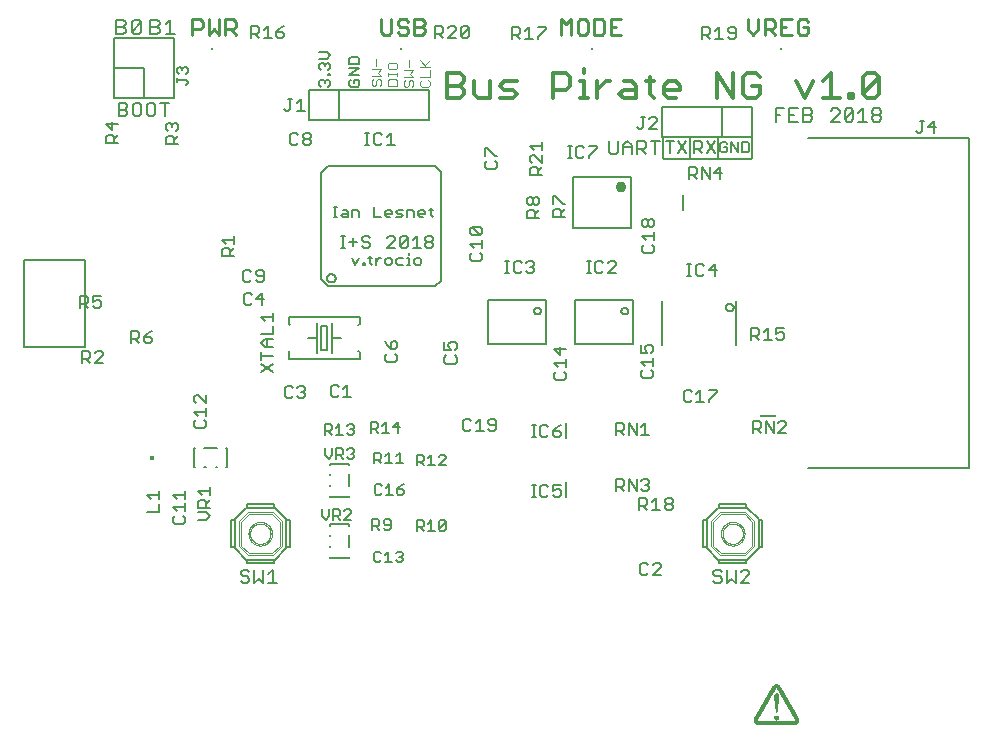
<source format=gto>
G75*
%MOIN*%
%OFA0B0*%
%FSLAX25Y25*%
%IPPOS*%
%LPD*%
%AMOC8*
5,1,8,0,0,1.08239X$1,22.5*
%
%ADD10C,0.00900*%
%ADD11C,0.00500*%
%ADD12C,0.00600*%
%ADD13C,0.01200*%
%ADD14C,0.00400*%
%ADD15C,0.00800*%
%ADD16R,0.00787X0.00787*%
%ADD17R,0.01181X0.01575*%
%ADD18C,0.03619*%
%ADD19R,0.00060X0.00060*%
%ADD20R,0.00060X0.00060*%
%ADD21R,0.00060X0.00060*%
%ADD22R,0.00060X0.00060*%
%ADD23R,0.00394X0.05512*%
%ADD24R,0.00787X0.05512*%
%ADD25R,0.00787X0.00394*%
%ADD26C,0.00300*%
%ADD27R,0.05512X0.00394*%
%ADD28R,0.05512X0.00787*%
%ADD29R,0.00394X0.00787*%
D10*
X0110255Y0240811D02*
X0110255Y0245916D01*
X0112807Y0245916D01*
X0113658Y0245065D01*
X0113658Y0243364D01*
X0112807Y0242513D01*
X0110255Y0242513D01*
X0115780Y0240811D02*
X0117481Y0242513D01*
X0119183Y0240811D01*
X0119183Y0245916D01*
X0121304Y0245916D02*
X0123857Y0245916D01*
X0124707Y0245065D01*
X0124707Y0243364D01*
X0123857Y0242513D01*
X0121304Y0242513D01*
X0121304Y0240811D02*
X0121304Y0245916D01*
X0123006Y0242513D02*
X0124707Y0240811D01*
X0115780Y0240811D02*
X0115780Y0245916D01*
X0173247Y0245916D02*
X0173247Y0241662D01*
X0174098Y0240811D01*
X0175799Y0240811D01*
X0176650Y0241662D01*
X0176650Y0245916D01*
X0178772Y0245065D02*
X0178772Y0244214D01*
X0179622Y0243364D01*
X0181324Y0243364D01*
X0182175Y0242513D01*
X0182175Y0241662D01*
X0181324Y0240811D01*
X0179622Y0240811D01*
X0178772Y0241662D01*
X0178772Y0245065D02*
X0179622Y0245916D01*
X0181324Y0245916D01*
X0182175Y0245065D01*
X0184296Y0245916D02*
X0186849Y0245916D01*
X0187699Y0245065D01*
X0187699Y0244214D01*
X0186849Y0243364D01*
X0184296Y0243364D01*
X0184296Y0245916D02*
X0184296Y0240811D01*
X0186849Y0240811D01*
X0187699Y0241662D01*
X0187699Y0242513D01*
X0186849Y0243364D01*
X0233171Y0240811D02*
X0233171Y0245916D01*
X0234872Y0244214D01*
X0236573Y0245916D01*
X0236573Y0240811D01*
X0238695Y0241662D02*
X0239546Y0240811D01*
X0241247Y0240811D01*
X0242098Y0241662D01*
X0242098Y0245065D01*
X0241247Y0245916D01*
X0239546Y0245916D01*
X0238695Y0245065D01*
X0238695Y0241662D01*
X0244220Y0240811D02*
X0246772Y0240811D01*
X0247623Y0241662D01*
X0247623Y0245065D01*
X0246772Y0245916D01*
X0244220Y0245916D01*
X0244220Y0240811D01*
X0249745Y0240811D02*
X0253148Y0240811D01*
X0251446Y0243364D02*
X0249745Y0243364D01*
X0249745Y0245916D02*
X0249745Y0240811D01*
X0249745Y0245916D02*
X0253148Y0245916D01*
X0295550Y0245916D02*
X0295550Y0242513D01*
X0297252Y0240811D01*
X0298953Y0242513D01*
X0298953Y0245916D01*
X0301075Y0245916D02*
X0303627Y0245916D01*
X0304478Y0245065D01*
X0304478Y0243364D01*
X0303627Y0242513D01*
X0301075Y0242513D01*
X0302776Y0242513D02*
X0304478Y0240811D01*
X0306600Y0240811D02*
X0310002Y0240811D01*
X0312124Y0241662D02*
X0312975Y0240811D01*
X0314676Y0240811D01*
X0315527Y0241662D01*
X0315527Y0243364D01*
X0313826Y0243364D01*
X0315527Y0245065D02*
X0314676Y0245916D01*
X0312975Y0245916D01*
X0312124Y0245065D01*
X0312124Y0241662D01*
X0308301Y0243364D02*
X0306600Y0243364D01*
X0306600Y0245916D02*
X0306600Y0240811D01*
X0301075Y0240811D02*
X0301075Y0245916D01*
X0306600Y0245916D02*
X0310002Y0245916D01*
D11*
X0266831Y0216511D02*
X0266831Y0206511D01*
X0286262Y0204412D02*
X0286262Y0202076D01*
X0286846Y0201493D01*
X0288014Y0201493D01*
X0288598Y0202076D01*
X0288598Y0203244D01*
X0287430Y0203244D01*
X0288598Y0204412D02*
X0288014Y0204996D01*
X0286846Y0204996D01*
X0286262Y0204412D01*
X0289945Y0204996D02*
X0289945Y0201493D01*
X0292281Y0201493D02*
X0289945Y0204996D01*
X0292281Y0204996D02*
X0292281Y0201493D01*
X0293628Y0201493D02*
X0295380Y0201493D01*
X0295964Y0202076D01*
X0295964Y0204412D01*
X0295380Y0204996D01*
X0293628Y0204996D01*
X0293628Y0201493D01*
X0257149Y0152192D02*
X0237857Y0152192D01*
X0237857Y0137625D01*
X0257149Y0137625D01*
X0257149Y0152192D01*
X0253280Y0148648D02*
X0253282Y0148715D01*
X0253288Y0148781D01*
X0253298Y0148847D01*
X0253312Y0148912D01*
X0253329Y0148976D01*
X0253351Y0149039D01*
X0253376Y0149101D01*
X0253405Y0149161D01*
X0253438Y0149219D01*
X0253473Y0149275D01*
X0253513Y0149329D01*
X0253555Y0149380D01*
X0253600Y0149429D01*
X0253648Y0149475D01*
X0253699Y0149518D01*
X0253752Y0149558D01*
X0253808Y0149595D01*
X0253866Y0149628D01*
X0253925Y0149658D01*
X0253986Y0149684D01*
X0254049Y0149707D01*
X0254113Y0149725D01*
X0254178Y0149740D01*
X0254244Y0149751D01*
X0254310Y0149758D01*
X0254376Y0149761D01*
X0254443Y0149760D01*
X0254509Y0149755D01*
X0254575Y0149746D01*
X0254641Y0149733D01*
X0254705Y0149716D01*
X0254768Y0149696D01*
X0254830Y0149671D01*
X0254891Y0149643D01*
X0254950Y0149612D01*
X0255006Y0149577D01*
X0255061Y0149539D01*
X0255113Y0149497D01*
X0255162Y0149452D01*
X0255209Y0149405D01*
X0255253Y0149355D01*
X0255293Y0149302D01*
X0255331Y0149247D01*
X0255365Y0149190D01*
X0255396Y0149131D01*
X0255423Y0149070D01*
X0255446Y0149008D01*
X0255466Y0148944D01*
X0255482Y0148879D01*
X0255494Y0148814D01*
X0255502Y0148748D01*
X0255506Y0148681D01*
X0255506Y0148615D01*
X0255502Y0148548D01*
X0255494Y0148482D01*
X0255482Y0148417D01*
X0255466Y0148352D01*
X0255446Y0148288D01*
X0255423Y0148226D01*
X0255396Y0148165D01*
X0255365Y0148106D01*
X0255331Y0148049D01*
X0255293Y0147994D01*
X0255253Y0147941D01*
X0255209Y0147891D01*
X0255162Y0147844D01*
X0255113Y0147799D01*
X0255061Y0147757D01*
X0255006Y0147719D01*
X0254949Y0147684D01*
X0254891Y0147653D01*
X0254830Y0147625D01*
X0254768Y0147600D01*
X0254705Y0147580D01*
X0254641Y0147563D01*
X0254575Y0147550D01*
X0254509Y0147541D01*
X0254443Y0147536D01*
X0254376Y0147535D01*
X0254310Y0147538D01*
X0254244Y0147545D01*
X0254178Y0147556D01*
X0254113Y0147571D01*
X0254049Y0147589D01*
X0253986Y0147612D01*
X0253925Y0147638D01*
X0253866Y0147668D01*
X0253808Y0147701D01*
X0253752Y0147738D01*
X0253699Y0147778D01*
X0253648Y0147821D01*
X0253600Y0147867D01*
X0253555Y0147916D01*
X0253513Y0147967D01*
X0253473Y0148021D01*
X0253438Y0148077D01*
X0253405Y0148135D01*
X0253376Y0148195D01*
X0253351Y0148257D01*
X0253329Y0148320D01*
X0253312Y0148384D01*
X0253298Y0148449D01*
X0253288Y0148515D01*
X0253282Y0148581D01*
X0253280Y0148648D01*
X0228086Y0152192D02*
X0228086Y0137625D01*
X0208795Y0137625D01*
X0208795Y0152192D01*
X0228086Y0152192D01*
X0224217Y0148648D02*
X0224219Y0148715D01*
X0224225Y0148781D01*
X0224235Y0148847D01*
X0224249Y0148912D01*
X0224266Y0148976D01*
X0224288Y0149039D01*
X0224313Y0149101D01*
X0224342Y0149161D01*
X0224375Y0149219D01*
X0224410Y0149275D01*
X0224450Y0149329D01*
X0224492Y0149380D01*
X0224537Y0149429D01*
X0224585Y0149475D01*
X0224636Y0149518D01*
X0224689Y0149558D01*
X0224745Y0149595D01*
X0224803Y0149628D01*
X0224862Y0149658D01*
X0224923Y0149684D01*
X0224986Y0149707D01*
X0225050Y0149725D01*
X0225115Y0149740D01*
X0225181Y0149751D01*
X0225247Y0149758D01*
X0225313Y0149761D01*
X0225380Y0149760D01*
X0225446Y0149755D01*
X0225512Y0149746D01*
X0225578Y0149733D01*
X0225642Y0149716D01*
X0225705Y0149696D01*
X0225767Y0149671D01*
X0225828Y0149643D01*
X0225887Y0149612D01*
X0225943Y0149577D01*
X0225998Y0149539D01*
X0226050Y0149497D01*
X0226099Y0149452D01*
X0226146Y0149405D01*
X0226190Y0149355D01*
X0226230Y0149302D01*
X0226268Y0149247D01*
X0226302Y0149190D01*
X0226333Y0149131D01*
X0226360Y0149070D01*
X0226383Y0149008D01*
X0226403Y0148944D01*
X0226419Y0148879D01*
X0226431Y0148814D01*
X0226439Y0148748D01*
X0226443Y0148681D01*
X0226443Y0148615D01*
X0226439Y0148548D01*
X0226431Y0148482D01*
X0226419Y0148417D01*
X0226403Y0148352D01*
X0226383Y0148288D01*
X0226360Y0148226D01*
X0226333Y0148165D01*
X0226302Y0148106D01*
X0226268Y0148049D01*
X0226230Y0147994D01*
X0226190Y0147941D01*
X0226146Y0147891D01*
X0226099Y0147844D01*
X0226050Y0147799D01*
X0225998Y0147757D01*
X0225943Y0147719D01*
X0225886Y0147684D01*
X0225828Y0147653D01*
X0225767Y0147625D01*
X0225705Y0147600D01*
X0225642Y0147580D01*
X0225578Y0147563D01*
X0225512Y0147550D01*
X0225446Y0147541D01*
X0225380Y0147536D01*
X0225313Y0147535D01*
X0225247Y0147538D01*
X0225181Y0147545D01*
X0225115Y0147556D01*
X0225050Y0147571D01*
X0224986Y0147589D01*
X0224923Y0147612D01*
X0224862Y0147638D01*
X0224803Y0147668D01*
X0224745Y0147701D01*
X0224689Y0147738D01*
X0224636Y0147778D01*
X0224585Y0147821D01*
X0224537Y0147867D01*
X0224492Y0147916D01*
X0224450Y0147967D01*
X0224410Y0148021D01*
X0224375Y0148077D01*
X0224342Y0148135D01*
X0224313Y0148195D01*
X0224288Y0148257D01*
X0224266Y0148320D01*
X0224249Y0148384D01*
X0224235Y0148449D01*
X0224225Y0148515D01*
X0224219Y0148581D01*
X0224217Y0148648D01*
X0186594Y0164482D02*
X0186594Y0165650D01*
X0186010Y0166234D01*
X0184843Y0166234D01*
X0184259Y0165650D01*
X0184259Y0164482D01*
X0184843Y0163898D01*
X0186010Y0163898D01*
X0186594Y0164482D01*
X0182971Y0163898D02*
X0181804Y0163898D01*
X0182387Y0163898D02*
X0182387Y0166234D01*
X0181804Y0166234D01*
X0182387Y0167401D02*
X0182387Y0167985D01*
X0180456Y0166234D02*
X0178704Y0166234D01*
X0178120Y0165650D01*
X0178120Y0164482D01*
X0178704Y0163898D01*
X0180456Y0163898D01*
X0176773Y0164482D02*
X0176773Y0165650D01*
X0176189Y0166234D01*
X0175021Y0166234D01*
X0174437Y0165650D01*
X0174437Y0164482D01*
X0175021Y0163898D01*
X0176189Y0163898D01*
X0176773Y0164482D01*
X0173119Y0166234D02*
X0172536Y0166234D01*
X0171368Y0165066D01*
X0171368Y0163898D02*
X0171368Y0166234D01*
X0170080Y0166234D02*
X0168913Y0166234D01*
X0169496Y0166818D02*
X0169496Y0164482D01*
X0170080Y0163898D01*
X0167655Y0163898D02*
X0167071Y0163898D01*
X0167071Y0164482D01*
X0167655Y0164482D01*
X0167655Y0163898D01*
X0165723Y0166234D02*
X0164555Y0163898D01*
X0163388Y0166234D01*
X0163470Y0179911D02*
X0163470Y0182247D01*
X0165221Y0182247D01*
X0165805Y0181663D01*
X0165805Y0179911D01*
X0162122Y0179911D02*
X0162122Y0181663D01*
X0161538Y0182247D01*
X0160370Y0182247D01*
X0160370Y0181079D02*
X0162122Y0181079D01*
X0162122Y0179911D02*
X0160370Y0179911D01*
X0159787Y0180495D01*
X0160370Y0181079D01*
X0158499Y0179911D02*
X0157331Y0179911D01*
X0157915Y0179911D02*
X0157915Y0183414D01*
X0157331Y0183414D02*
X0158499Y0183414D01*
X0170836Y0183414D02*
X0170836Y0179911D01*
X0173171Y0179911D01*
X0174519Y0180495D02*
X0174519Y0181663D01*
X0175103Y0182247D01*
X0176271Y0182247D01*
X0176854Y0181663D01*
X0176854Y0181079D01*
X0174519Y0181079D01*
X0174519Y0180495D02*
X0175103Y0179911D01*
X0176271Y0179911D01*
X0178202Y0179911D02*
X0179954Y0179911D01*
X0180538Y0180495D01*
X0179954Y0181079D01*
X0178786Y0181079D01*
X0178202Y0181663D01*
X0178786Y0182247D01*
X0180538Y0182247D01*
X0181885Y0182247D02*
X0181885Y0179911D01*
X0184221Y0179911D02*
X0184221Y0181663D01*
X0183637Y0182247D01*
X0181885Y0182247D01*
X0185569Y0181663D02*
X0186152Y0182247D01*
X0187320Y0182247D01*
X0187904Y0181663D01*
X0187904Y0181079D01*
X0185569Y0181079D01*
X0185569Y0180495D02*
X0185569Y0181663D01*
X0185569Y0180495D02*
X0186152Y0179911D01*
X0187320Y0179911D01*
X0189836Y0180495D02*
X0190419Y0179911D01*
X0189836Y0180495D02*
X0189836Y0182831D01*
X0189252Y0182247D02*
X0190419Y0182247D01*
X0156681Y0144711D02*
X0156681Y0139711D01*
X0159681Y0139711D01*
X0156681Y0139711D02*
X0156681Y0134711D01*
X0155181Y0135711D02*
X0153181Y0135711D01*
X0153181Y0143711D01*
X0155181Y0143711D01*
X0155181Y0135711D01*
X0151681Y0134711D02*
X0151681Y0139711D01*
X0148681Y0139711D01*
X0151681Y0139711D02*
X0151681Y0144711D01*
X0154384Y0110974D02*
X0156136Y0110974D01*
X0156720Y0110390D01*
X0156720Y0109223D01*
X0156136Y0108639D01*
X0154384Y0108639D01*
X0154384Y0107471D02*
X0154384Y0110974D01*
X0155552Y0108639D02*
X0156720Y0107471D01*
X0158067Y0107471D02*
X0160403Y0107471D01*
X0159235Y0107471D02*
X0159235Y0110974D01*
X0158067Y0109807D01*
X0161751Y0110390D02*
X0162334Y0110974D01*
X0163502Y0110974D01*
X0164086Y0110390D01*
X0164086Y0109807D01*
X0163502Y0109223D01*
X0164086Y0108639D01*
X0164086Y0108055D01*
X0163502Y0107471D01*
X0162334Y0107471D01*
X0161751Y0108055D01*
X0162918Y0109223D02*
X0163502Y0109223D01*
X0169837Y0109239D02*
X0171589Y0109239D01*
X0172172Y0109823D01*
X0172172Y0110991D01*
X0171589Y0111575D01*
X0169837Y0111575D01*
X0169837Y0108072D01*
X0171005Y0109239D02*
X0172172Y0108072D01*
X0173520Y0108072D02*
X0175856Y0108072D01*
X0174688Y0108072D02*
X0174688Y0111575D01*
X0173520Y0110407D01*
X0177203Y0109823D02*
X0179539Y0109823D01*
X0178955Y0108072D02*
X0178955Y0111575D01*
X0177203Y0109823D01*
X0175782Y0101339D02*
X0175782Y0097836D01*
X0174614Y0097836D02*
X0176950Y0097836D01*
X0178297Y0097836D02*
X0180633Y0097836D01*
X0179465Y0097836D02*
X0179465Y0101339D01*
X0178297Y0100172D01*
X0175782Y0101339D02*
X0174614Y0100172D01*
X0173266Y0100756D02*
X0173266Y0099588D01*
X0172683Y0099004D01*
X0170931Y0099004D01*
X0170931Y0097836D02*
X0170931Y0101339D01*
X0172683Y0101339D01*
X0173266Y0100756D01*
X0172099Y0099004D02*
X0173266Y0097836D01*
X0164211Y0099935D02*
X0163628Y0099351D01*
X0162460Y0099351D01*
X0161876Y0099935D01*
X0160528Y0099351D02*
X0159361Y0100519D01*
X0159944Y0100519D02*
X0158193Y0100519D01*
X0158193Y0099351D02*
X0158193Y0102854D01*
X0159944Y0102854D01*
X0160528Y0102270D01*
X0160528Y0101103D01*
X0159944Y0100519D01*
X0161876Y0102270D02*
X0162460Y0102854D01*
X0163628Y0102854D01*
X0164211Y0102270D01*
X0164211Y0101686D01*
X0163628Y0101103D01*
X0164211Y0100519D01*
X0164211Y0099935D01*
X0163628Y0101103D02*
X0163044Y0101103D01*
X0156845Y0100519D02*
X0156845Y0102854D01*
X0154510Y0102854D02*
X0154510Y0100519D01*
X0155677Y0099351D01*
X0156845Y0100519D01*
X0171026Y0090395D02*
X0171026Y0088060D01*
X0171609Y0087476D01*
X0172777Y0087476D01*
X0173361Y0088060D01*
X0174709Y0087476D02*
X0177044Y0087476D01*
X0175876Y0087476D02*
X0175876Y0090979D01*
X0174709Y0089811D01*
X0173361Y0090395D02*
X0172777Y0090979D01*
X0171609Y0090979D01*
X0171026Y0090395D01*
X0178392Y0089228D02*
X0178392Y0088060D01*
X0178976Y0087476D01*
X0180143Y0087476D01*
X0180727Y0088060D01*
X0180727Y0088644D01*
X0180143Y0089228D01*
X0178392Y0089228D01*
X0179560Y0090395D01*
X0180727Y0090979D01*
X0184994Y0097211D02*
X0184994Y0100714D01*
X0186745Y0100714D01*
X0187329Y0100131D01*
X0187329Y0098963D01*
X0186745Y0098379D01*
X0184994Y0098379D01*
X0186161Y0098379D02*
X0187329Y0097211D01*
X0188677Y0097211D02*
X0191012Y0097211D01*
X0189844Y0097211D02*
X0189844Y0100714D01*
X0188677Y0099547D01*
X0192360Y0100131D02*
X0192944Y0100714D01*
X0194111Y0100714D01*
X0194695Y0100131D01*
X0194695Y0099547D01*
X0192360Y0097211D01*
X0194695Y0097211D01*
X0194111Y0078839D02*
X0194695Y0078256D01*
X0192360Y0075920D01*
X0192944Y0075336D01*
X0194111Y0075336D01*
X0194695Y0075920D01*
X0194695Y0078256D01*
X0194111Y0078839D02*
X0192944Y0078839D01*
X0192360Y0078256D01*
X0192360Y0075920D01*
X0191012Y0075336D02*
X0188677Y0075336D01*
X0189844Y0075336D02*
X0189844Y0078839D01*
X0188677Y0077672D01*
X0187329Y0078256D02*
X0187329Y0077088D01*
X0186745Y0076504D01*
X0184994Y0076504D01*
X0186161Y0076504D02*
X0187329Y0075336D01*
X0184994Y0075336D02*
X0184994Y0078839D01*
X0186745Y0078839D01*
X0187329Y0078256D01*
X0176325Y0078568D02*
X0176325Y0076233D01*
X0175741Y0075649D01*
X0174573Y0075649D01*
X0173989Y0076233D01*
X0174573Y0077400D02*
X0176325Y0077400D01*
X0176325Y0078568D02*
X0175741Y0079152D01*
X0174573Y0079152D01*
X0173989Y0078568D01*
X0173989Y0077984D01*
X0174573Y0077400D01*
X0172641Y0077400D02*
X0172058Y0076817D01*
X0170306Y0076817D01*
X0171474Y0076817D02*
X0172641Y0075649D01*
X0172641Y0077400D02*
X0172641Y0078568D01*
X0172058Y0079152D01*
X0170306Y0079152D01*
X0170306Y0075649D01*
X0163227Y0079039D02*
X0160892Y0079039D01*
X0163227Y0081374D01*
X0163227Y0081958D01*
X0162643Y0082542D01*
X0161476Y0082542D01*
X0160892Y0081958D01*
X0159544Y0081958D02*
X0159544Y0080790D01*
X0158960Y0080206D01*
X0157209Y0080206D01*
X0157209Y0079039D02*
X0157209Y0082542D01*
X0158960Y0082542D01*
X0159544Y0081958D01*
X0158376Y0080206D02*
X0159544Y0079039D01*
X0155861Y0080206D02*
X0155861Y0082542D01*
X0153526Y0082542D02*
X0153526Y0080206D01*
X0154693Y0079039D01*
X0155861Y0080206D01*
X0170760Y0067895D02*
X0170760Y0065560D01*
X0171344Y0064976D01*
X0172511Y0064976D01*
X0173095Y0065560D01*
X0174443Y0064976D02*
X0176778Y0064976D01*
X0175611Y0064976D02*
X0175611Y0068479D01*
X0174443Y0067311D01*
X0173095Y0067895D02*
X0172511Y0068479D01*
X0171344Y0068479D01*
X0170760Y0067895D01*
X0178126Y0067895D02*
X0178710Y0068479D01*
X0179878Y0068479D01*
X0180461Y0067895D01*
X0180461Y0067311D01*
X0179878Y0066728D01*
X0180461Y0066144D01*
X0180461Y0065560D01*
X0179878Y0064976D01*
X0178710Y0064976D01*
X0178126Y0065560D01*
X0179294Y0066728D02*
X0179878Y0066728D01*
X0074567Y0136601D02*
X0054292Y0136601D01*
X0054292Y0165735D01*
X0074567Y0165735D01*
X0074567Y0136601D01*
X0108072Y0223974D02*
X0108656Y0224558D01*
X0108656Y0225142D01*
X0108072Y0225725D01*
X0105153Y0225725D01*
X0105153Y0225142D02*
X0105153Y0226309D01*
X0105737Y0227657D02*
X0105153Y0228241D01*
X0105153Y0229409D01*
X0105737Y0229992D01*
X0106321Y0229992D01*
X0106905Y0229409D01*
X0107488Y0229992D01*
X0108072Y0229992D01*
X0108656Y0229409D01*
X0108656Y0228241D01*
X0108072Y0227657D01*
X0106905Y0228825D02*
X0106905Y0229409D01*
X0152653Y0229582D02*
X0152653Y0230750D01*
X0153237Y0231334D01*
X0153821Y0231334D01*
X0154405Y0230750D01*
X0154988Y0231334D01*
X0155572Y0231334D01*
X0156156Y0230750D01*
X0156156Y0229582D01*
X0155572Y0228999D01*
X0155572Y0227741D02*
X0156156Y0227741D01*
X0156156Y0227157D01*
X0155572Y0227157D01*
X0155572Y0227741D01*
X0155572Y0225809D02*
X0156156Y0225225D01*
X0156156Y0224058D01*
X0155572Y0223474D01*
X0154405Y0224642D02*
X0154405Y0225225D01*
X0154988Y0225809D01*
X0155572Y0225809D01*
X0154405Y0225225D02*
X0153821Y0225809D01*
X0153237Y0225809D01*
X0152653Y0225225D01*
X0152653Y0224058D01*
X0153237Y0223474D01*
X0153237Y0228999D02*
X0152653Y0229582D01*
X0154405Y0230166D02*
X0154405Y0230750D01*
X0154988Y0232682D02*
X0156156Y0233849D01*
X0154988Y0235017D01*
X0152653Y0235017D01*
X0152653Y0232682D02*
X0154988Y0232682D01*
X0162453Y0232592D02*
X0162453Y0230840D01*
X0165956Y0230840D01*
X0165956Y0232592D01*
X0165372Y0233176D01*
X0163037Y0233176D01*
X0162453Y0232592D01*
X0162453Y0229492D02*
X0165956Y0229492D01*
X0162453Y0227157D01*
X0165956Y0227157D01*
X0165372Y0225809D02*
X0164205Y0225809D01*
X0164205Y0224642D01*
X0165372Y0225809D02*
X0165956Y0225225D01*
X0165956Y0224058D01*
X0165372Y0223474D01*
X0163037Y0223474D01*
X0162453Y0224058D01*
X0162453Y0225225D01*
X0163037Y0225809D01*
D12*
X0123079Y0078859D02*
X0123079Y0069934D01*
X0124331Y0069934D01*
X0124331Y0079193D01*
X0128125Y0082987D01*
X0128459Y0082987D01*
X0128459Y0084239D01*
X0137384Y0084239D01*
X0137384Y0082983D01*
X0137718Y0082987D02*
X0128459Y0082987D01*
X0124335Y0078859D02*
X0123079Y0078859D01*
X0116011Y0080155D02*
X0114676Y0081489D01*
X0112007Y0081489D01*
X0112007Y0083056D02*
X0112007Y0085058D01*
X0112674Y0085725D01*
X0114009Y0085725D01*
X0114676Y0085058D01*
X0114676Y0083056D01*
X0116011Y0083056D02*
X0112007Y0083056D01*
X0114676Y0084391D02*
X0116011Y0085725D01*
X0116011Y0087292D02*
X0116011Y0089961D01*
X0116011Y0088626D02*
X0112007Y0088626D01*
X0113342Y0087292D01*
X0107777Y0087391D02*
X0103774Y0087391D01*
X0105108Y0086056D01*
X0107777Y0086056D02*
X0107777Y0088725D01*
X0107777Y0084490D02*
X0107777Y0081821D01*
X0107777Y0083155D02*
X0103774Y0083155D01*
X0105108Y0081821D01*
X0104441Y0080254D02*
X0103774Y0079587D01*
X0103774Y0078252D01*
X0104441Y0077585D01*
X0107110Y0077585D01*
X0107777Y0078252D01*
X0107777Y0079587D01*
X0107110Y0080254D01*
X0112007Y0078820D02*
X0114676Y0078820D01*
X0116011Y0080155D01*
X0124331Y0069934D02*
X0124331Y0069600D01*
X0128125Y0065806D01*
X0137384Y0065806D01*
X0137384Y0064554D01*
X0128459Y0064554D01*
X0128459Y0065810D01*
X0128542Y0062408D02*
X0127074Y0062408D01*
X0126340Y0061674D01*
X0126340Y0060940D01*
X0127074Y0060206D01*
X0128542Y0060206D01*
X0129276Y0059472D01*
X0129276Y0058738D01*
X0128542Y0058004D01*
X0127074Y0058004D01*
X0126340Y0058738D01*
X0129276Y0061674D02*
X0128542Y0062408D01*
X0130944Y0062408D02*
X0130944Y0058004D01*
X0132412Y0059472D01*
X0133880Y0058004D01*
X0133880Y0062408D01*
X0135548Y0060940D02*
X0137016Y0062408D01*
X0137016Y0058004D01*
X0135548Y0058004D02*
X0138484Y0058004D01*
X0137718Y0065806D02*
X0141512Y0069600D01*
X0141512Y0078859D01*
X0142764Y0078859D01*
X0142764Y0069934D01*
X0141508Y0069934D01*
X0137718Y0065806D02*
X0137384Y0065806D01*
X0155992Y0066300D02*
X0155992Y0066671D01*
X0155992Y0066300D02*
X0162370Y0066300D01*
X0162370Y0066671D01*
X0162370Y0069844D02*
X0162370Y0073954D01*
X0162370Y0077127D02*
X0162370Y0077497D01*
X0155992Y0077497D01*
X0155992Y0077127D01*
X0155992Y0073954D02*
X0155992Y0073584D01*
X0155992Y0070214D02*
X0155992Y0069844D01*
X0141512Y0078859D02*
X0141512Y0079193D01*
X0137718Y0082987D01*
X0155992Y0086613D02*
X0155992Y0086983D01*
X0155992Y0086613D02*
X0162370Y0086613D01*
X0162370Y0086983D01*
X0162370Y0090156D02*
X0162370Y0094267D01*
X0162370Y0097440D02*
X0162370Y0097810D01*
X0155992Y0097810D01*
X0155992Y0097440D01*
X0155992Y0094267D02*
X0155992Y0093896D01*
X0155992Y0090526D02*
X0155992Y0090156D01*
X0121967Y0096522D02*
X0121597Y0096522D01*
X0121967Y0096522D02*
X0121967Y0102900D01*
X0121597Y0102900D01*
X0118424Y0102900D02*
X0114313Y0102900D01*
X0111140Y0102900D02*
X0110770Y0102900D01*
X0110770Y0096522D01*
X0111140Y0096522D01*
X0114313Y0096522D02*
X0114684Y0096522D01*
X0118054Y0096522D02*
X0118424Y0096522D01*
X0099169Y0088695D02*
X0099169Y0086026D01*
X0099169Y0087360D02*
X0095165Y0087360D01*
X0096500Y0086026D01*
X0099169Y0084459D02*
X0099169Y0081790D01*
X0095165Y0081790D01*
X0111334Y0109522D02*
X0114003Y0109522D01*
X0114670Y0110190D01*
X0114670Y0111524D01*
X0114003Y0112191D01*
X0114670Y0113758D02*
X0114670Y0116427D01*
X0114670Y0115093D02*
X0110667Y0115093D01*
X0112001Y0113758D01*
X0111334Y0112191D02*
X0110667Y0111524D01*
X0110667Y0110190D01*
X0111334Y0109522D01*
X0111334Y0117994D02*
X0110667Y0118661D01*
X0110667Y0119995D01*
X0111334Y0120663D01*
X0112001Y0120663D01*
X0114670Y0117994D01*
X0114670Y0120663D01*
X0133228Y0128208D02*
X0137231Y0130877D01*
X0137231Y0128208D02*
X0133228Y0130877D01*
X0133228Y0132444D02*
X0133228Y0135113D01*
X0133228Y0133778D02*
X0137231Y0133778D01*
X0137231Y0136680D02*
X0134562Y0136680D01*
X0133228Y0138014D01*
X0134562Y0139348D01*
X0137231Y0139348D01*
X0137231Y0140915D02*
X0133228Y0140915D01*
X0135229Y0139348D02*
X0135229Y0136680D01*
X0142370Y0134987D02*
X0142370Y0132625D01*
X0165992Y0132625D01*
X0165992Y0134987D01*
X0165598Y0135381D01*
X0174548Y0133629D02*
X0174548Y0132294D01*
X0175215Y0131627D01*
X0177884Y0131627D01*
X0178551Y0132294D01*
X0178551Y0133629D01*
X0177884Y0134296D01*
X0177884Y0135863D02*
X0176549Y0135863D01*
X0176549Y0137864D01*
X0177216Y0138531D01*
X0177884Y0138531D01*
X0178551Y0137864D01*
X0178551Y0136530D01*
X0177884Y0135863D01*
X0176549Y0135863D02*
X0175215Y0137197D01*
X0174548Y0138531D01*
X0175215Y0134296D02*
X0174548Y0133629D01*
X0161926Y0124015D02*
X0161926Y0120011D01*
X0160592Y0120011D02*
X0163261Y0120011D01*
X0160592Y0122680D02*
X0161926Y0124015D01*
X0159025Y0123348D02*
X0158358Y0124015D01*
X0157023Y0124015D01*
X0156356Y0123348D01*
X0156356Y0120679D01*
X0157023Y0120011D01*
X0158358Y0120011D01*
X0159025Y0120679D01*
X0147948Y0120366D02*
X0147281Y0119699D01*
X0145946Y0119699D01*
X0145279Y0120366D01*
X0143713Y0120366D02*
X0143045Y0119699D01*
X0141711Y0119699D01*
X0141044Y0120366D01*
X0141044Y0123035D01*
X0141711Y0123702D01*
X0143045Y0123702D01*
X0143713Y0123035D01*
X0145279Y0123035D02*
X0145946Y0123702D01*
X0147281Y0123702D01*
X0147948Y0123035D01*
X0147948Y0122368D01*
X0147281Y0121701D01*
X0147948Y0121033D01*
X0147948Y0120366D01*
X0147281Y0121701D02*
X0146614Y0121701D01*
X0142370Y0134987D02*
X0142764Y0135381D01*
X0137231Y0140915D02*
X0137231Y0143584D01*
X0137231Y0145151D02*
X0137231Y0147820D01*
X0137231Y0146485D02*
X0133228Y0146485D01*
X0134562Y0145151D01*
X0142370Y0144436D02*
X0142370Y0146798D01*
X0165992Y0146798D01*
X0165992Y0144436D01*
X0165598Y0144042D01*
X0155402Y0156837D02*
X0191228Y0156837D01*
X0193197Y0158806D01*
X0193197Y0195026D01*
X0191228Y0196995D01*
X0155402Y0196995D01*
X0153039Y0194633D01*
X0153039Y0159200D01*
X0155402Y0156837D01*
X0155164Y0159593D02*
X0155166Y0159668D01*
X0155172Y0159743D01*
X0155182Y0159817D01*
X0155196Y0159890D01*
X0155213Y0159963D01*
X0155235Y0160035D01*
X0155260Y0160106D01*
X0155289Y0160175D01*
X0155321Y0160242D01*
X0155357Y0160308D01*
X0155397Y0160372D01*
X0155439Y0160433D01*
X0155485Y0160492D01*
X0155534Y0160549D01*
X0155586Y0160603D01*
X0155641Y0160654D01*
X0155698Y0160702D01*
X0155758Y0160748D01*
X0155820Y0160789D01*
X0155884Y0160828D01*
X0155950Y0160863D01*
X0156018Y0160895D01*
X0156088Y0160923D01*
X0156159Y0160947D01*
X0156231Y0160968D01*
X0156304Y0160984D01*
X0156378Y0160997D01*
X0156452Y0161006D01*
X0156527Y0161011D01*
X0156602Y0161012D01*
X0156677Y0161009D01*
X0156751Y0161002D01*
X0156825Y0160991D01*
X0156899Y0160976D01*
X0156971Y0160958D01*
X0157043Y0160935D01*
X0157113Y0160909D01*
X0157182Y0160879D01*
X0157249Y0160846D01*
X0157314Y0160809D01*
X0157377Y0160769D01*
X0157438Y0160725D01*
X0157497Y0160679D01*
X0157553Y0160629D01*
X0157606Y0160576D01*
X0157657Y0160521D01*
X0157704Y0160463D01*
X0157748Y0160403D01*
X0157789Y0160340D01*
X0157827Y0160275D01*
X0157861Y0160209D01*
X0157892Y0160140D01*
X0157919Y0160070D01*
X0157943Y0159999D01*
X0157962Y0159927D01*
X0157978Y0159854D01*
X0157990Y0159780D01*
X0157998Y0159705D01*
X0158002Y0159630D01*
X0158002Y0159556D01*
X0157998Y0159481D01*
X0157990Y0159406D01*
X0157978Y0159332D01*
X0157962Y0159259D01*
X0157943Y0159187D01*
X0157919Y0159116D01*
X0157892Y0159046D01*
X0157861Y0158977D01*
X0157827Y0158911D01*
X0157789Y0158846D01*
X0157748Y0158783D01*
X0157704Y0158723D01*
X0157657Y0158665D01*
X0157606Y0158610D01*
X0157553Y0158557D01*
X0157497Y0158507D01*
X0157438Y0158461D01*
X0157377Y0158417D01*
X0157314Y0158377D01*
X0157249Y0158340D01*
X0157182Y0158307D01*
X0157113Y0158277D01*
X0157043Y0158251D01*
X0156971Y0158228D01*
X0156899Y0158210D01*
X0156825Y0158195D01*
X0156751Y0158184D01*
X0156677Y0158177D01*
X0156602Y0158174D01*
X0156527Y0158175D01*
X0156452Y0158180D01*
X0156378Y0158189D01*
X0156304Y0158202D01*
X0156231Y0158218D01*
X0156159Y0158239D01*
X0156088Y0158263D01*
X0156018Y0158291D01*
X0155950Y0158323D01*
X0155884Y0158358D01*
X0155820Y0158397D01*
X0155758Y0158438D01*
X0155698Y0158484D01*
X0155641Y0158532D01*
X0155586Y0158583D01*
X0155534Y0158637D01*
X0155485Y0158694D01*
X0155439Y0158753D01*
X0155397Y0158814D01*
X0155357Y0158878D01*
X0155321Y0158944D01*
X0155289Y0159011D01*
X0155260Y0159080D01*
X0155235Y0159151D01*
X0155213Y0159223D01*
X0155196Y0159296D01*
X0155182Y0159369D01*
X0155172Y0159443D01*
X0155166Y0159518D01*
X0155164Y0159593D01*
X0159681Y0169761D02*
X0161016Y0169761D01*
X0160348Y0169761D02*
X0160348Y0173765D01*
X0159681Y0173765D02*
X0161016Y0173765D01*
X0162505Y0171763D02*
X0165174Y0171763D01*
X0166740Y0172430D02*
X0167408Y0171763D01*
X0168742Y0171763D01*
X0169409Y0171096D01*
X0169409Y0170429D01*
X0168742Y0169761D01*
X0167408Y0169761D01*
X0166740Y0170429D01*
X0166740Y0172430D02*
X0166740Y0173098D01*
X0167408Y0173765D01*
X0168742Y0173765D01*
X0169409Y0173098D01*
X0163839Y0173098D02*
X0163839Y0170429D01*
X0175212Y0169761D02*
X0177881Y0172430D01*
X0177881Y0173098D01*
X0177213Y0173765D01*
X0175879Y0173765D01*
X0175212Y0173098D01*
X0175212Y0169761D02*
X0177881Y0169761D01*
X0179447Y0170429D02*
X0182116Y0173098D01*
X0182116Y0170429D01*
X0181449Y0169761D01*
X0180115Y0169761D01*
X0179447Y0170429D01*
X0179447Y0173098D01*
X0180115Y0173765D01*
X0181449Y0173765D01*
X0182116Y0173098D01*
X0183683Y0172430D02*
X0185017Y0173765D01*
X0185017Y0169761D01*
X0183683Y0169761D02*
X0186352Y0169761D01*
X0187919Y0170429D02*
X0187919Y0171096D01*
X0188586Y0171763D01*
X0189920Y0171763D01*
X0190587Y0171096D01*
X0190587Y0170429D01*
X0189920Y0169761D01*
X0188586Y0169761D01*
X0187919Y0170429D01*
X0188586Y0171763D02*
X0187919Y0172430D01*
X0187919Y0173098D01*
X0188586Y0173765D01*
X0189920Y0173765D01*
X0190587Y0173098D01*
X0190587Y0172430D01*
X0189920Y0171763D01*
X0202740Y0170922D02*
X0206744Y0170922D01*
X0206744Y0172256D02*
X0206744Y0169587D01*
X0206076Y0168021D02*
X0206744Y0167353D01*
X0206744Y0166019D01*
X0206076Y0165352D01*
X0203407Y0165352D01*
X0202740Y0166019D01*
X0202740Y0167353D01*
X0203407Y0168021D01*
X0204075Y0169587D02*
X0202740Y0170922D01*
X0203407Y0173823D02*
X0202740Y0174490D01*
X0202740Y0175825D01*
X0203407Y0176492D01*
X0206076Y0173823D01*
X0206744Y0174490D01*
X0206744Y0175825D01*
X0206076Y0176492D01*
X0203407Y0176492D01*
X0203407Y0173823D02*
X0206076Y0173823D01*
X0214512Y0165265D02*
X0215847Y0165265D01*
X0215180Y0165265D02*
X0215180Y0161261D01*
X0215847Y0161261D02*
X0214512Y0161261D01*
X0217336Y0161929D02*
X0217336Y0164598D01*
X0218003Y0165265D01*
X0219338Y0165265D01*
X0220005Y0164598D01*
X0221572Y0164598D02*
X0222239Y0165265D01*
X0223573Y0165265D01*
X0224241Y0164598D01*
X0224241Y0163930D01*
X0223573Y0163263D01*
X0224241Y0162596D01*
X0224241Y0161929D01*
X0223573Y0161261D01*
X0222239Y0161261D01*
X0221572Y0161929D01*
X0220005Y0161929D02*
X0219338Y0161261D01*
X0218003Y0161261D01*
X0217336Y0161929D01*
X0222906Y0163263D02*
X0223573Y0163263D01*
X0241669Y0161261D02*
X0243003Y0161261D01*
X0242336Y0161261D02*
X0242336Y0165265D01*
X0241669Y0165265D02*
X0243003Y0165265D01*
X0244492Y0164598D02*
X0244492Y0161929D01*
X0245160Y0161261D01*
X0246494Y0161261D01*
X0247161Y0161929D01*
X0248728Y0161261D02*
X0251397Y0163930D01*
X0251397Y0164598D01*
X0250730Y0165265D01*
X0249395Y0165265D01*
X0248728Y0164598D01*
X0247161Y0164598D02*
X0246494Y0165265D01*
X0245160Y0165265D01*
X0244492Y0164598D01*
X0248728Y0161261D02*
X0251397Y0161261D01*
X0260297Y0168722D02*
X0260964Y0168055D01*
X0263633Y0168055D01*
X0264300Y0168722D01*
X0264300Y0170057D01*
X0263633Y0170724D01*
X0264300Y0172291D02*
X0264300Y0174960D01*
X0264300Y0173625D02*
X0260297Y0173625D01*
X0261631Y0172291D01*
X0260964Y0170724D02*
X0260297Y0170057D01*
X0260297Y0168722D01*
X0260964Y0176526D02*
X0261631Y0176526D01*
X0262298Y0177194D01*
X0262298Y0178528D01*
X0262966Y0179195D01*
X0263633Y0179195D01*
X0264300Y0178528D01*
X0264300Y0177194D01*
X0263633Y0176526D01*
X0262966Y0176526D01*
X0262298Y0177194D01*
X0262298Y0178528D02*
X0261631Y0179195D01*
X0260964Y0179195D01*
X0260297Y0178528D01*
X0260297Y0177194D01*
X0260964Y0176526D01*
X0275313Y0164165D02*
X0276647Y0164165D01*
X0275980Y0164165D02*
X0275980Y0160162D01*
X0275313Y0160162D02*
X0276647Y0160162D01*
X0278137Y0160829D02*
X0278137Y0163498D01*
X0278804Y0164165D01*
X0280138Y0164165D01*
X0280805Y0163498D01*
X0282372Y0162163D02*
X0284374Y0164165D01*
X0284374Y0160162D01*
X0285041Y0162163D02*
X0282372Y0162163D01*
X0280805Y0160829D02*
X0280138Y0160162D01*
X0278804Y0160162D01*
X0278137Y0160829D01*
X0266780Y0152093D02*
X0266780Y0137330D01*
X0263975Y0136690D02*
X0263975Y0135356D01*
X0263308Y0134688D01*
X0261973Y0134688D02*
X0261306Y0136023D01*
X0261306Y0136690D01*
X0261973Y0137357D01*
X0263308Y0137357D01*
X0263975Y0136690D01*
X0261973Y0134688D02*
X0259971Y0134688D01*
X0259971Y0137357D01*
X0263975Y0133122D02*
X0263975Y0130453D01*
X0263975Y0131787D02*
X0259971Y0131787D01*
X0261306Y0130453D01*
X0260639Y0128886D02*
X0259971Y0128219D01*
X0259971Y0126884D01*
X0260639Y0126217D01*
X0263308Y0126217D01*
X0263975Y0126884D01*
X0263975Y0128219D01*
X0263308Y0128886D01*
X0274025Y0121491D02*
X0274025Y0118822D01*
X0274692Y0118155D01*
X0276027Y0118155D01*
X0276694Y0118822D01*
X0278260Y0118155D02*
X0280929Y0118155D01*
X0279595Y0118155D02*
X0279595Y0122159D01*
X0278260Y0120824D01*
X0276694Y0121491D02*
X0276027Y0122159D01*
X0274692Y0122159D01*
X0274025Y0121491D01*
X0282496Y0122159D02*
X0285165Y0122159D01*
X0285165Y0121491D01*
X0282496Y0118822D01*
X0282496Y0118155D01*
X0297120Y0111908D02*
X0299121Y0111908D01*
X0299789Y0111240D01*
X0299789Y0109906D01*
X0299121Y0109239D01*
X0297120Y0109239D01*
X0298454Y0109239D02*
X0299789Y0107904D01*
X0301355Y0107904D02*
X0301355Y0111908D01*
X0304024Y0107904D01*
X0304024Y0111908D01*
X0305591Y0111240D02*
X0306258Y0111908D01*
X0307593Y0111908D01*
X0308260Y0111240D01*
X0308260Y0110573D01*
X0305591Y0107904D01*
X0308260Y0107904D01*
X0297120Y0107904D02*
X0297120Y0111908D01*
X0315638Y0096148D02*
X0369142Y0096148D01*
X0369142Y0206188D01*
X0315638Y0206188D01*
X0316068Y0211761D02*
X0313867Y0211761D01*
X0313867Y0216165D01*
X0316068Y0216165D01*
X0316802Y0215431D01*
X0316802Y0214697D01*
X0316068Y0213963D01*
X0313867Y0213963D01*
X0316068Y0213963D02*
X0316802Y0213229D01*
X0316802Y0212495D01*
X0316068Y0211761D01*
X0312198Y0211761D02*
X0309263Y0211761D01*
X0309263Y0216165D01*
X0312198Y0216165D01*
X0310731Y0213963D02*
X0309263Y0213963D01*
X0307595Y0216165D02*
X0304659Y0216165D01*
X0304659Y0211761D01*
X0304659Y0213963D02*
X0306127Y0213963D01*
X0296831Y0216511D02*
X0286831Y0216511D01*
X0286831Y0206511D01*
X0266831Y0206511D01*
X0267025Y0206611D02*
X0267025Y0199568D01*
X0267331Y0199261D01*
X0276212Y0199261D01*
X0276212Y0206305D01*
X0277495Y0205246D02*
X0277495Y0201243D01*
X0277495Y0202577D02*
X0279497Y0202577D01*
X0280164Y0203244D01*
X0280164Y0204579D01*
X0279497Y0205246D01*
X0277495Y0205246D01*
X0274906Y0205246D02*
X0272237Y0201243D01*
X0274906Y0201243D02*
X0272237Y0205246D01*
X0270670Y0205246D02*
X0268001Y0205246D01*
X0269336Y0205246D02*
X0269336Y0201243D01*
X0264527Y0201043D02*
X0264527Y0205446D01*
X0263060Y0205446D02*
X0265995Y0205446D01*
X0265246Y0209230D02*
X0262577Y0209230D01*
X0265246Y0211899D01*
X0265246Y0212566D01*
X0264578Y0213234D01*
X0263244Y0213234D01*
X0262577Y0212566D01*
X0261010Y0213234D02*
X0259676Y0213234D01*
X0260343Y0213234D02*
X0260343Y0209897D01*
X0259676Y0209230D01*
X0259008Y0209230D01*
X0258341Y0209897D01*
X0258456Y0205446D02*
X0260658Y0205446D01*
X0261391Y0204712D01*
X0261391Y0203245D01*
X0260658Y0202511D01*
X0258456Y0202511D01*
X0259924Y0202511D02*
X0261391Y0201043D01*
X0258456Y0201043D02*
X0258456Y0205446D01*
X0256788Y0203978D02*
X0256788Y0201043D01*
X0256788Y0203245D02*
X0253852Y0203245D01*
X0253852Y0203978D02*
X0255320Y0205446D01*
X0256788Y0203978D01*
X0253852Y0203978D02*
X0253852Y0201043D01*
X0252184Y0201777D02*
X0252184Y0205446D01*
X0249248Y0205446D02*
X0249248Y0201777D01*
X0249982Y0201043D01*
X0251450Y0201043D01*
X0252184Y0201777D01*
X0245109Y0202872D02*
X0242440Y0200203D01*
X0242440Y0199535D01*
X0240873Y0200203D02*
X0240206Y0199535D01*
X0238871Y0199535D01*
X0238204Y0200203D01*
X0238204Y0202872D01*
X0238871Y0203539D01*
X0240206Y0203539D01*
X0240873Y0202872D01*
X0242440Y0203539D02*
X0245109Y0203539D01*
X0245109Y0202872D01*
X0236715Y0203539D02*
X0235380Y0203539D01*
X0236048Y0203539D02*
X0236048Y0199535D01*
X0236715Y0199535D02*
X0235380Y0199535D01*
X0226937Y0200740D02*
X0226937Y0198071D01*
X0224268Y0200740D01*
X0223601Y0200740D01*
X0222934Y0200073D01*
X0222934Y0198739D01*
X0223601Y0198071D01*
X0223601Y0196505D02*
X0224936Y0196505D01*
X0225603Y0195838D01*
X0225603Y0193836D01*
X0225603Y0195170D02*
X0226937Y0196505D01*
X0226937Y0193836D02*
X0222934Y0193836D01*
X0222934Y0195838D01*
X0223601Y0196505D01*
X0224268Y0202307D02*
X0222934Y0203642D01*
X0226937Y0203642D01*
X0226937Y0204976D02*
X0226937Y0202307D01*
X0211919Y0200326D02*
X0211251Y0200326D01*
X0208582Y0202995D01*
X0207915Y0202995D01*
X0207915Y0200326D01*
X0208582Y0198759D02*
X0207915Y0198092D01*
X0207915Y0196757D01*
X0208582Y0196090D01*
X0211251Y0196090D01*
X0211919Y0196757D01*
X0211919Y0198092D01*
X0211251Y0198759D01*
X0230359Y0186899D02*
X0231026Y0186899D01*
X0233695Y0184230D01*
X0234362Y0184230D01*
X0234362Y0182663D02*
X0233028Y0181329D01*
X0233028Y0181996D02*
X0233028Y0179995D01*
X0234362Y0179995D02*
X0230359Y0179995D01*
X0230359Y0181996D01*
X0231026Y0182663D01*
X0232361Y0182663D01*
X0233028Y0181996D01*
X0230359Y0184230D02*
X0230359Y0186899D01*
X0225694Y0185963D02*
X0225694Y0184629D01*
X0225026Y0183961D01*
X0224359Y0183961D01*
X0223692Y0184629D01*
X0223692Y0185963D01*
X0224359Y0186630D01*
X0225026Y0186630D01*
X0225694Y0185963D01*
X0223692Y0185963D02*
X0223025Y0186630D01*
X0222357Y0186630D01*
X0221690Y0185963D01*
X0221690Y0184629D01*
X0222357Y0183961D01*
X0223025Y0183961D01*
X0223692Y0184629D01*
X0223692Y0182395D02*
X0224359Y0181727D01*
X0224359Y0179726D01*
X0224359Y0181060D02*
X0225694Y0182395D01*
X0223692Y0182395D02*
X0222357Y0182395D01*
X0221690Y0181727D01*
X0221690Y0179726D01*
X0225694Y0179726D01*
X0275758Y0192535D02*
X0275758Y0196538D01*
X0277760Y0196538D01*
X0278427Y0195871D01*
X0278427Y0194537D01*
X0277760Y0193869D01*
X0275758Y0193869D01*
X0277092Y0193869D02*
X0278427Y0192535D01*
X0279994Y0192535D02*
X0279994Y0196538D01*
X0282663Y0192535D01*
X0282663Y0196538D01*
X0284229Y0194537D02*
X0286231Y0196538D01*
X0286231Y0192535D01*
X0286898Y0194537D02*
X0284229Y0194537D01*
X0285400Y0199261D02*
X0276212Y0199261D01*
X0278830Y0202577D02*
X0280164Y0201243D01*
X0281731Y0201243D02*
X0284400Y0205246D01*
X0285400Y0206305D02*
X0285400Y0199261D01*
X0296425Y0199261D01*
X0296731Y0199568D01*
X0296731Y0206611D01*
X0296831Y0206511D02*
X0286831Y0206511D01*
X0281731Y0205246D02*
X0284400Y0201243D01*
X0296831Y0206511D02*
X0296831Y0216511D01*
X0286831Y0216511D02*
X0266831Y0216511D01*
X0280235Y0239189D02*
X0280235Y0243192D01*
X0282237Y0243192D01*
X0282904Y0242525D01*
X0282904Y0241190D01*
X0282237Y0240523D01*
X0280235Y0240523D01*
X0281570Y0240523D02*
X0282904Y0239189D01*
X0284471Y0239189D02*
X0287140Y0239189D01*
X0285805Y0239189D02*
X0285805Y0243192D01*
X0284471Y0241858D01*
X0288707Y0241858D02*
X0289374Y0241190D01*
X0291375Y0241190D01*
X0291375Y0239856D02*
X0291375Y0242525D01*
X0290708Y0243192D01*
X0289374Y0243192D01*
X0288707Y0242525D01*
X0288707Y0241858D01*
X0288707Y0239856D02*
X0289374Y0239189D01*
X0290708Y0239189D01*
X0291375Y0239856D01*
X0323074Y0215431D02*
X0323808Y0216165D01*
X0325276Y0216165D01*
X0326010Y0215431D01*
X0326010Y0214697D01*
X0323074Y0211761D01*
X0326010Y0211761D01*
X0327678Y0212495D02*
X0330614Y0215431D01*
X0330614Y0212495D01*
X0329880Y0211761D01*
X0328412Y0211761D01*
X0327678Y0212495D01*
X0327678Y0215431D01*
X0328412Y0216165D01*
X0329880Y0216165D01*
X0330614Y0215431D01*
X0332282Y0214697D02*
X0333750Y0216165D01*
X0333750Y0211761D01*
X0332282Y0211761D02*
X0335218Y0211761D01*
X0336886Y0212495D02*
X0336886Y0213229D01*
X0337620Y0213963D01*
X0339088Y0213963D01*
X0339822Y0213229D01*
X0339822Y0212495D01*
X0339088Y0211761D01*
X0337620Y0211761D01*
X0336886Y0212495D01*
X0337620Y0213963D02*
X0336886Y0214697D01*
X0336886Y0215431D01*
X0337620Y0216165D01*
X0339088Y0216165D01*
X0339822Y0215431D01*
X0339822Y0214697D01*
X0339088Y0213963D01*
X0351374Y0208512D02*
X0352042Y0207845D01*
X0352709Y0207845D01*
X0353376Y0208512D01*
X0353376Y0211848D01*
X0352709Y0211848D02*
X0354043Y0211848D01*
X0355610Y0209847D02*
X0358279Y0209847D01*
X0357612Y0211848D02*
X0355610Y0209847D01*
X0357612Y0211848D02*
X0357612Y0207845D01*
X0291583Y0152093D02*
X0291583Y0137330D01*
X0296450Y0138849D02*
X0296450Y0142853D01*
X0298452Y0142853D01*
X0299119Y0142186D01*
X0299119Y0140851D01*
X0298452Y0140184D01*
X0296450Y0140184D01*
X0297785Y0140184D02*
X0299119Y0138849D01*
X0300686Y0138849D02*
X0303355Y0138849D01*
X0302020Y0138849D02*
X0302020Y0142853D01*
X0300686Y0141518D01*
X0304921Y0140851D02*
X0306256Y0141518D01*
X0306923Y0141518D01*
X0307590Y0140851D01*
X0307590Y0139517D01*
X0306923Y0138849D01*
X0305589Y0138849D01*
X0304921Y0139517D01*
X0304921Y0140851D02*
X0304921Y0142853D01*
X0307590Y0142853D01*
X0288137Y0149830D02*
X0288139Y0149901D01*
X0288145Y0149972D01*
X0288155Y0150043D01*
X0288169Y0150112D01*
X0288186Y0150181D01*
X0288208Y0150249D01*
X0288233Y0150316D01*
X0288262Y0150381D01*
X0288294Y0150444D01*
X0288330Y0150506D01*
X0288369Y0150565D01*
X0288412Y0150622D01*
X0288457Y0150677D01*
X0288506Y0150729D01*
X0288557Y0150778D01*
X0288611Y0150824D01*
X0288668Y0150868D01*
X0288726Y0150908D01*
X0288787Y0150944D01*
X0288850Y0150978D01*
X0288915Y0151007D01*
X0288981Y0151033D01*
X0289049Y0151056D01*
X0289117Y0151074D01*
X0289187Y0151089D01*
X0289257Y0151100D01*
X0289328Y0151107D01*
X0289399Y0151110D01*
X0289470Y0151109D01*
X0289541Y0151104D01*
X0289612Y0151095D01*
X0289682Y0151082D01*
X0289751Y0151066D01*
X0289819Y0151045D01*
X0289886Y0151021D01*
X0289952Y0150993D01*
X0290015Y0150961D01*
X0290077Y0150926D01*
X0290137Y0150888D01*
X0290195Y0150846D01*
X0290250Y0150802D01*
X0290303Y0150754D01*
X0290353Y0150703D01*
X0290400Y0150650D01*
X0290444Y0150594D01*
X0290485Y0150536D01*
X0290523Y0150475D01*
X0290557Y0150413D01*
X0290587Y0150348D01*
X0290614Y0150283D01*
X0290638Y0150215D01*
X0290657Y0150147D01*
X0290673Y0150078D01*
X0290685Y0150007D01*
X0290693Y0149937D01*
X0290697Y0149866D01*
X0290697Y0149794D01*
X0290693Y0149723D01*
X0290685Y0149653D01*
X0290673Y0149582D01*
X0290657Y0149513D01*
X0290638Y0149445D01*
X0290614Y0149377D01*
X0290587Y0149312D01*
X0290557Y0149247D01*
X0290523Y0149185D01*
X0290485Y0149124D01*
X0290444Y0149066D01*
X0290400Y0149010D01*
X0290353Y0148957D01*
X0290303Y0148906D01*
X0290250Y0148858D01*
X0290195Y0148814D01*
X0290137Y0148772D01*
X0290077Y0148734D01*
X0290015Y0148699D01*
X0289952Y0148667D01*
X0289886Y0148639D01*
X0289819Y0148615D01*
X0289751Y0148594D01*
X0289682Y0148578D01*
X0289612Y0148565D01*
X0289541Y0148556D01*
X0289470Y0148551D01*
X0289399Y0148550D01*
X0289328Y0148553D01*
X0289257Y0148560D01*
X0289187Y0148571D01*
X0289117Y0148586D01*
X0289049Y0148604D01*
X0288981Y0148627D01*
X0288915Y0148653D01*
X0288850Y0148682D01*
X0288787Y0148716D01*
X0288726Y0148752D01*
X0288668Y0148792D01*
X0288611Y0148836D01*
X0288557Y0148882D01*
X0288506Y0148931D01*
X0288457Y0148983D01*
X0288412Y0149038D01*
X0288369Y0149095D01*
X0288330Y0149154D01*
X0288294Y0149216D01*
X0288262Y0149279D01*
X0288233Y0149344D01*
X0288208Y0149411D01*
X0288186Y0149479D01*
X0288169Y0149548D01*
X0288155Y0149617D01*
X0288145Y0149688D01*
X0288139Y0149759D01*
X0288137Y0149830D01*
X0234881Y0136077D02*
X0230878Y0136077D01*
X0232879Y0134076D01*
X0232879Y0136745D01*
X0234881Y0132509D02*
X0234881Y0129840D01*
X0234881Y0131175D02*
X0230878Y0131175D01*
X0232212Y0129840D01*
X0231545Y0128273D02*
X0230878Y0127606D01*
X0230878Y0126272D01*
X0231545Y0125605D01*
X0234214Y0125605D01*
X0234881Y0126272D01*
X0234881Y0127606D01*
X0234214Y0128273D01*
X0211653Y0111991D02*
X0210985Y0112659D01*
X0209651Y0112659D01*
X0208984Y0111991D01*
X0208984Y0111324D01*
X0209651Y0110657D01*
X0211653Y0110657D01*
X0211653Y0111991D02*
X0211653Y0109322D01*
X0210985Y0108655D01*
X0209651Y0108655D01*
X0208984Y0109322D01*
X0207417Y0108655D02*
X0204748Y0108655D01*
X0206082Y0108655D02*
X0206082Y0112659D01*
X0204748Y0111324D01*
X0203181Y0111991D02*
X0202514Y0112659D01*
X0201180Y0112659D01*
X0200512Y0111991D01*
X0200512Y0109322D01*
X0201180Y0108655D01*
X0202514Y0108655D01*
X0203181Y0109322D01*
X0223431Y0110615D02*
X0224766Y0110615D01*
X0224098Y0110615D02*
X0224098Y0106611D01*
X0223431Y0106611D02*
X0224766Y0106611D01*
X0226255Y0107279D02*
X0226922Y0106611D01*
X0228257Y0106611D01*
X0228924Y0107279D01*
X0230490Y0107279D02*
X0231158Y0106611D01*
X0232492Y0106611D01*
X0233159Y0107279D01*
X0233159Y0107946D01*
X0232492Y0108613D01*
X0230490Y0108613D01*
X0230490Y0107279D01*
X0230490Y0108613D02*
X0231825Y0109948D01*
X0233159Y0110615D01*
X0228924Y0109948D02*
X0228257Y0110615D01*
X0226922Y0110615D01*
X0226255Y0109948D01*
X0226255Y0107279D01*
X0251488Y0107292D02*
X0251488Y0111295D01*
X0253490Y0111295D01*
X0254157Y0110628D01*
X0254157Y0109293D01*
X0253490Y0108626D01*
X0251488Y0108626D01*
X0252823Y0108626D02*
X0254157Y0107292D01*
X0255724Y0107292D02*
X0255724Y0111295D01*
X0258393Y0107292D01*
X0258393Y0111295D01*
X0259960Y0109961D02*
X0261294Y0111295D01*
X0261294Y0107292D01*
X0259960Y0107292D02*
X0262629Y0107292D01*
X0261961Y0092614D02*
X0262629Y0091947D01*
X0262629Y0091279D01*
X0261961Y0090612D01*
X0262629Y0089945D01*
X0262629Y0089278D01*
X0261961Y0088610D01*
X0260627Y0088610D01*
X0259960Y0089278D01*
X0258393Y0088610D02*
X0255724Y0092614D01*
X0255724Y0088610D01*
X0254157Y0088610D02*
X0252823Y0089945D01*
X0253490Y0089945D02*
X0251488Y0089945D01*
X0251488Y0088610D02*
X0251488Y0092614D01*
X0253490Y0092614D01*
X0254157Y0091947D01*
X0254157Y0090612D01*
X0253490Y0089945D01*
X0258393Y0088610D02*
X0258393Y0092614D01*
X0259960Y0091947D02*
X0260627Y0092614D01*
X0261961Y0092614D01*
X0261961Y0090612D02*
X0261294Y0090612D01*
X0261226Y0086477D02*
X0261893Y0085810D01*
X0261893Y0084476D01*
X0261226Y0083808D01*
X0259224Y0083808D01*
X0259224Y0082474D02*
X0259224Y0086477D01*
X0261226Y0086477D01*
X0263460Y0085143D02*
X0264794Y0086477D01*
X0264794Y0082474D01*
X0263460Y0082474D02*
X0266129Y0082474D01*
X0267695Y0083141D02*
X0267695Y0083808D01*
X0268363Y0084476D01*
X0269697Y0084476D01*
X0270364Y0083808D01*
X0270364Y0083141D01*
X0269697Y0082474D01*
X0268363Y0082474D01*
X0267695Y0083141D01*
X0268363Y0084476D02*
X0267695Y0085143D01*
X0267695Y0085810D01*
X0268363Y0086477D01*
X0269697Y0086477D01*
X0270364Y0085810D01*
X0270364Y0085143D01*
X0269697Y0084476D01*
X0261893Y0082474D02*
X0260559Y0083808D01*
X0280559Y0078859D02*
X0281815Y0078859D01*
X0281811Y0079193D02*
X0281811Y0069934D01*
X0280559Y0069934D01*
X0280559Y0078859D01*
X0281811Y0079193D02*
X0285605Y0082987D01*
X0285939Y0082987D01*
X0285939Y0084239D01*
X0294864Y0084239D01*
X0294864Y0082983D01*
X0295198Y0082987D02*
X0285939Y0082987D01*
X0295198Y0082987D02*
X0298992Y0079193D01*
X0298992Y0078859D01*
X0300244Y0078859D01*
X0300244Y0069934D01*
X0298988Y0069934D01*
X0298992Y0069600D02*
X0298992Y0078859D01*
X0298992Y0069600D02*
X0295198Y0065806D01*
X0294864Y0065806D01*
X0294864Y0064554D01*
X0285939Y0064554D01*
X0285939Y0065810D01*
X0285605Y0065806D02*
X0281811Y0069600D01*
X0281811Y0069934D01*
X0285605Y0065806D02*
X0294864Y0065806D01*
X0295230Y0062408D02*
X0293762Y0062408D01*
X0293028Y0061674D01*
X0291360Y0062408D02*
X0291360Y0058004D01*
X0289892Y0059472D01*
X0288424Y0058004D01*
X0288424Y0062408D01*
X0286756Y0061674D02*
X0286022Y0062408D01*
X0284554Y0062408D01*
X0283820Y0061674D01*
X0283820Y0060940D01*
X0284554Y0060206D01*
X0286022Y0060206D01*
X0286756Y0059472D01*
X0286756Y0058738D01*
X0286022Y0058004D01*
X0284554Y0058004D01*
X0283820Y0058738D01*
X0293028Y0058004D02*
X0295964Y0060940D01*
X0295964Y0061674D01*
X0295230Y0062408D01*
X0295964Y0058004D02*
X0293028Y0058004D01*
X0266461Y0060649D02*
X0263792Y0060649D01*
X0266461Y0063318D01*
X0266461Y0063985D01*
X0265793Y0064652D01*
X0264459Y0064652D01*
X0263792Y0063985D01*
X0262225Y0063985D02*
X0261558Y0064652D01*
X0260223Y0064652D01*
X0259556Y0063985D01*
X0259556Y0061316D01*
X0260223Y0060649D01*
X0261558Y0060649D01*
X0262225Y0061316D01*
X0233159Y0087372D02*
X0232492Y0086705D01*
X0231158Y0086705D01*
X0230490Y0087372D01*
X0230490Y0088707D02*
X0231825Y0089374D01*
X0232492Y0089374D01*
X0233159Y0088707D01*
X0233159Y0087372D01*
X0230490Y0088707D02*
X0230490Y0090709D01*
X0233159Y0090709D01*
X0228924Y0090041D02*
X0228257Y0090709D01*
X0226922Y0090709D01*
X0226255Y0090041D01*
X0226255Y0087372D01*
X0226922Y0086705D01*
X0228257Y0086705D01*
X0228924Y0087372D01*
X0224766Y0086705D02*
X0223431Y0086705D01*
X0224098Y0086705D02*
X0224098Y0090709D01*
X0223431Y0090709D02*
X0224766Y0090709D01*
X0197828Y0130905D02*
X0194893Y0130905D01*
X0194159Y0131639D01*
X0194159Y0133107D01*
X0194893Y0133841D01*
X0194159Y0135509D02*
X0196360Y0135509D01*
X0195627Y0136977D01*
X0195627Y0137711D01*
X0196360Y0138445D01*
X0197828Y0138445D01*
X0198562Y0137711D01*
X0198562Y0136243D01*
X0197828Y0135509D01*
X0197828Y0133841D02*
X0198562Y0133107D01*
X0198562Y0131639D01*
X0197828Y0130905D01*
X0194159Y0135509D02*
X0194159Y0138445D01*
X0142764Y0144042D02*
X0142370Y0144436D01*
X0133637Y0150630D02*
X0133637Y0154634D01*
X0131635Y0152632D01*
X0134304Y0152632D01*
X0130069Y0153966D02*
X0129402Y0154634D01*
X0128067Y0154634D01*
X0127400Y0153966D01*
X0127400Y0151297D01*
X0128067Y0150630D01*
X0129402Y0150630D01*
X0130069Y0151297D01*
X0129252Y0158243D02*
X0127917Y0158243D01*
X0127250Y0158910D01*
X0127250Y0161579D01*
X0127917Y0162246D01*
X0129252Y0162246D01*
X0129919Y0161579D01*
X0131485Y0161579D02*
X0131485Y0160912D01*
X0132153Y0160244D01*
X0134154Y0160244D01*
X0134154Y0158910D02*
X0134154Y0161579D01*
X0133487Y0162246D01*
X0132153Y0162246D01*
X0131485Y0161579D01*
X0131485Y0158910D02*
X0132153Y0158243D01*
X0133487Y0158243D01*
X0134154Y0158910D01*
X0129919Y0158910D02*
X0129252Y0158243D01*
X0124037Y0166834D02*
X0120034Y0166834D01*
X0120034Y0168836D01*
X0120701Y0169503D01*
X0122036Y0169503D01*
X0122703Y0168836D01*
X0122703Y0166834D01*
X0122703Y0168168D02*
X0124037Y0169503D01*
X0124037Y0171070D02*
X0124037Y0173738D01*
X0124037Y0172404D02*
X0120034Y0172404D01*
X0121368Y0171070D01*
X0079861Y0153571D02*
X0077192Y0153571D01*
X0077192Y0151569D01*
X0078526Y0152237D01*
X0079193Y0152237D01*
X0079861Y0151569D01*
X0079861Y0150235D01*
X0079193Y0149568D01*
X0077859Y0149568D01*
X0077192Y0150235D01*
X0075625Y0149568D02*
X0074291Y0150902D01*
X0074958Y0150902D02*
X0072956Y0150902D01*
X0072956Y0149568D02*
X0072956Y0153571D01*
X0074958Y0153571D01*
X0075625Y0152904D01*
X0075625Y0151569D01*
X0074958Y0150902D01*
X0089822Y0142034D02*
X0091824Y0142034D01*
X0092491Y0141366D01*
X0092491Y0140032D01*
X0091824Y0139365D01*
X0089822Y0139365D01*
X0089822Y0138030D02*
X0089822Y0142034D01*
X0091157Y0139365D02*
X0092491Y0138030D01*
X0094058Y0138697D02*
X0094725Y0138030D01*
X0096060Y0138030D01*
X0096727Y0138697D01*
X0096727Y0139365D01*
X0096060Y0140032D01*
X0094058Y0140032D01*
X0094058Y0138697D01*
X0094058Y0140032D02*
X0095392Y0141366D01*
X0096727Y0142034D01*
X0080448Y0134498D02*
X0079781Y0135165D01*
X0078446Y0135165D01*
X0077779Y0134498D01*
X0076213Y0134498D02*
X0075545Y0135165D01*
X0073544Y0135165D01*
X0073544Y0131161D01*
X0073544Y0132496D02*
X0075545Y0132496D01*
X0076213Y0133163D01*
X0076213Y0134498D01*
X0074878Y0132496D02*
X0076213Y0131161D01*
X0077779Y0131161D02*
X0080448Y0133830D01*
X0080448Y0134498D01*
X0080448Y0131161D02*
X0077779Y0131161D01*
X0167936Y0203887D02*
X0169270Y0203887D01*
X0168603Y0203887D02*
X0168603Y0207890D01*
X0167936Y0207890D02*
X0169270Y0207890D01*
X0170760Y0207223D02*
X0170760Y0204554D01*
X0171427Y0203887D01*
X0172761Y0203887D01*
X0173429Y0204554D01*
X0174995Y0203887D02*
X0177664Y0203887D01*
X0176330Y0203887D02*
X0176330Y0207890D01*
X0174995Y0206556D01*
X0173429Y0207223D02*
X0172761Y0207890D01*
X0171427Y0207890D01*
X0170760Y0207223D01*
X0159281Y0212261D02*
X0159281Y0222261D01*
X0189281Y0222261D01*
X0189281Y0212261D01*
X0159281Y0212261D01*
X0149281Y0212261D01*
X0149281Y0222261D01*
X0159281Y0222261D01*
X0146401Y0219377D02*
X0146401Y0215374D01*
X0145067Y0215374D02*
X0147736Y0215374D01*
X0145067Y0218043D02*
X0146401Y0219377D01*
X0143500Y0219377D02*
X0142166Y0219377D01*
X0142833Y0219377D02*
X0142833Y0216041D01*
X0142166Y0215374D01*
X0141498Y0215374D01*
X0140831Y0216041D01*
X0143586Y0208077D02*
X0142919Y0207410D01*
X0142919Y0204741D01*
X0143586Y0204074D01*
X0144920Y0204074D01*
X0145588Y0204741D01*
X0147154Y0204741D02*
X0147154Y0205408D01*
X0147821Y0206076D01*
X0149156Y0206076D01*
X0149823Y0205408D01*
X0149823Y0204741D01*
X0149156Y0204074D01*
X0147821Y0204074D01*
X0147154Y0204741D01*
X0147821Y0206076D02*
X0147154Y0206743D01*
X0147154Y0207410D01*
X0147821Y0208077D01*
X0149156Y0208077D01*
X0149823Y0207410D01*
X0149823Y0206743D01*
X0149156Y0206076D01*
X0145588Y0207410D02*
X0144920Y0208077D01*
X0143586Y0208077D01*
X0105356Y0207072D02*
X0104022Y0205737D01*
X0104022Y0206404D02*
X0104022Y0204403D01*
X0105356Y0204403D02*
X0101353Y0204403D01*
X0101353Y0206404D01*
X0102020Y0207072D01*
X0103354Y0207072D01*
X0104022Y0206404D01*
X0104689Y0208638D02*
X0105356Y0209306D01*
X0105356Y0210640D01*
X0104689Y0211307D01*
X0104022Y0211307D01*
X0103354Y0210640D01*
X0103354Y0209973D01*
X0103354Y0210640D02*
X0102687Y0211307D01*
X0102020Y0211307D01*
X0101353Y0210640D01*
X0101353Y0209306D01*
X0102020Y0208638D01*
X0104181Y0219711D02*
X0094181Y0219711D01*
X0094181Y0229711D01*
X0084181Y0229711D01*
X0084181Y0219711D01*
X0094181Y0219711D01*
X0104181Y0219711D02*
X0104181Y0239711D01*
X0084181Y0239711D01*
X0084181Y0229711D01*
X0083354Y0211620D02*
X0083354Y0208951D01*
X0081353Y0210952D01*
X0085356Y0210952D01*
X0085356Y0207384D02*
X0084022Y0206050D01*
X0084022Y0206717D02*
X0084022Y0204715D01*
X0085356Y0204715D02*
X0081353Y0204715D01*
X0081353Y0206717D01*
X0082020Y0207384D01*
X0083354Y0207384D01*
X0084022Y0206717D01*
X0129799Y0239712D02*
X0129799Y0243715D01*
X0131801Y0243715D01*
X0132468Y0243048D01*
X0132468Y0241713D01*
X0131801Y0241046D01*
X0129799Y0241046D01*
X0131133Y0241046D02*
X0132468Y0239712D01*
X0134035Y0239712D02*
X0136703Y0239712D01*
X0135369Y0239712D02*
X0135369Y0243715D01*
X0134035Y0242381D01*
X0138270Y0241713D02*
X0140272Y0241713D01*
X0140939Y0241046D01*
X0140939Y0240379D01*
X0140272Y0239712D01*
X0138937Y0239712D01*
X0138270Y0240379D01*
X0138270Y0241713D01*
X0139605Y0243048D01*
X0140939Y0243715D01*
X0191276Y0243509D02*
X0191276Y0239506D01*
X0191276Y0240840D02*
X0193278Y0240840D01*
X0193945Y0241508D01*
X0193945Y0242842D01*
X0193278Y0243509D01*
X0191276Y0243509D01*
X0192610Y0240840D02*
X0193945Y0239506D01*
X0195512Y0239506D02*
X0198181Y0242175D01*
X0198181Y0242842D01*
X0197513Y0243509D01*
X0196179Y0243509D01*
X0195512Y0242842D01*
X0195512Y0239506D02*
X0198181Y0239506D01*
X0199747Y0240173D02*
X0202416Y0242842D01*
X0202416Y0240173D01*
X0201749Y0239506D01*
X0200414Y0239506D01*
X0199747Y0240173D01*
X0199747Y0242842D01*
X0200414Y0243509D01*
X0201749Y0243509D01*
X0202416Y0242842D01*
X0216968Y0243305D02*
X0216968Y0239301D01*
X0216968Y0240636D02*
X0218970Y0240636D01*
X0219637Y0241303D01*
X0219637Y0242637D01*
X0218970Y0243305D01*
X0216968Y0243305D01*
X0218303Y0240636D02*
X0219637Y0239301D01*
X0221204Y0239301D02*
X0223873Y0239301D01*
X0222538Y0239301D02*
X0222538Y0243305D01*
X0221204Y0241970D01*
X0225440Y0243305D02*
X0228109Y0243305D01*
X0228109Y0242637D01*
X0225440Y0239969D01*
X0225440Y0239301D01*
D13*
X0230533Y0227969D02*
X0234737Y0227969D01*
X0236138Y0226567D01*
X0236138Y0223765D01*
X0234737Y0222364D01*
X0230533Y0222364D01*
X0230533Y0219561D02*
X0230533Y0227969D01*
X0239373Y0225166D02*
X0240774Y0225166D01*
X0240774Y0219561D01*
X0239373Y0219561D02*
X0242175Y0219561D01*
X0245266Y0219561D02*
X0245266Y0225166D01*
X0248068Y0225166D02*
X0249469Y0225166D01*
X0248068Y0225166D02*
X0245266Y0222364D01*
X0252632Y0220963D02*
X0254033Y0222364D01*
X0258237Y0222364D01*
X0258237Y0223765D02*
X0258237Y0219561D01*
X0254033Y0219561D01*
X0252632Y0220963D01*
X0254033Y0225166D02*
X0256836Y0225166D01*
X0258237Y0223765D01*
X0261471Y0225166D02*
X0264274Y0225166D01*
X0262873Y0226567D02*
X0262873Y0220963D01*
X0264274Y0219561D01*
X0267365Y0220963D02*
X0267365Y0223765D01*
X0268766Y0225166D01*
X0271568Y0225166D01*
X0272969Y0223765D01*
X0272969Y0222364D01*
X0267365Y0222364D01*
X0267365Y0220963D02*
X0268766Y0219561D01*
X0271568Y0219561D01*
X0285044Y0219561D02*
X0285044Y0227969D01*
X0290648Y0219561D01*
X0290648Y0227969D01*
X0293883Y0226567D02*
X0293883Y0220963D01*
X0295284Y0219561D01*
X0298087Y0219561D01*
X0299488Y0220963D01*
X0299488Y0223765D01*
X0296686Y0223765D01*
X0299488Y0226567D02*
X0298087Y0227969D01*
X0295284Y0227969D01*
X0293883Y0226567D01*
X0311562Y0225166D02*
X0314365Y0219561D01*
X0317167Y0225166D01*
X0320402Y0225166D02*
X0323204Y0227969D01*
X0323204Y0219561D01*
X0320402Y0219561D02*
X0326007Y0219561D01*
X0329241Y0219561D02*
X0330643Y0219561D01*
X0330643Y0220963D01*
X0329241Y0220963D01*
X0329241Y0219561D01*
X0333661Y0220963D02*
X0339266Y0226567D01*
X0339266Y0220963D01*
X0337865Y0219561D01*
X0335062Y0219561D01*
X0333661Y0220963D01*
X0333661Y0226567D01*
X0335062Y0227969D01*
X0337865Y0227969D01*
X0339266Y0226567D01*
X0240774Y0227969D02*
X0240774Y0229370D01*
X0218459Y0225166D02*
X0214255Y0225166D01*
X0212854Y0223765D01*
X0214255Y0222364D01*
X0217058Y0222364D01*
X0218459Y0220963D01*
X0217058Y0219561D01*
X0212854Y0219561D01*
X0209619Y0219561D02*
X0209619Y0225166D01*
X0204014Y0225166D02*
X0204014Y0220963D01*
X0205416Y0219561D01*
X0209619Y0219561D01*
X0200780Y0220963D02*
X0200780Y0222364D01*
X0199378Y0223765D01*
X0195175Y0223765D01*
X0199378Y0223765D02*
X0200780Y0225166D01*
X0200780Y0226567D01*
X0199378Y0227969D01*
X0195175Y0227969D01*
X0195175Y0219561D01*
X0199378Y0219561D01*
X0200780Y0220963D01*
D14*
X0189356Y0223958D02*
X0189356Y0225025D01*
X0188822Y0225559D01*
X0189356Y0226739D02*
X0189356Y0228874D01*
X0189356Y0230054D02*
X0186153Y0230054D01*
X0187755Y0230587D02*
X0189356Y0232189D01*
X0188289Y0230054D02*
X0186153Y0232189D01*
X0182355Y0232189D02*
X0182355Y0230054D01*
X0183956Y0228874D02*
X0180753Y0228874D01*
X0180753Y0226739D02*
X0183956Y0226739D01*
X0182889Y0227806D01*
X0183956Y0228874D01*
X0186153Y0226739D02*
X0189356Y0226739D01*
X0189356Y0223958D02*
X0188822Y0223424D01*
X0186687Y0223424D01*
X0186153Y0223958D01*
X0186153Y0225025D01*
X0186687Y0225559D01*
X0183956Y0225025D02*
X0183956Y0223958D01*
X0183422Y0223424D01*
X0182355Y0223958D02*
X0182355Y0225025D01*
X0182889Y0225559D01*
X0183422Y0225559D01*
X0183956Y0225025D01*
X0182355Y0223958D02*
X0181821Y0223424D01*
X0181287Y0223424D01*
X0180753Y0223958D01*
X0180753Y0225025D01*
X0181287Y0225559D01*
X0178619Y0225338D02*
X0178085Y0225872D01*
X0175950Y0225872D01*
X0175416Y0225338D01*
X0175416Y0223736D01*
X0178619Y0223736D01*
X0178619Y0225338D01*
X0178619Y0227051D02*
X0178619Y0228119D01*
X0178619Y0227585D02*
X0175416Y0227585D01*
X0175416Y0227051D02*
X0175416Y0228119D01*
X0175950Y0229261D02*
X0178085Y0229261D01*
X0178619Y0229795D01*
X0178619Y0230862D01*
X0178085Y0231396D01*
X0175950Y0231396D01*
X0175416Y0230862D01*
X0175416Y0229795D01*
X0175950Y0229261D01*
X0173219Y0229186D02*
X0170016Y0229186D01*
X0171617Y0230366D02*
X0171617Y0232501D01*
X0173219Y0229186D02*
X0172151Y0228119D01*
X0173219Y0227051D01*
X0170016Y0227051D01*
X0170550Y0225872D02*
X0170016Y0225338D01*
X0170016Y0224270D01*
X0170550Y0223736D01*
X0171083Y0223736D01*
X0171617Y0224270D01*
X0171617Y0225338D01*
X0172151Y0225872D01*
X0172685Y0225872D01*
X0173219Y0225338D01*
X0173219Y0224270D01*
X0172685Y0223736D01*
D15*
X0237035Y0193176D02*
X0256327Y0193176D01*
X0256327Y0176247D01*
X0237035Y0176247D01*
X0237035Y0193176D01*
X0102433Y0217902D02*
X0099630Y0217902D01*
X0101032Y0217902D02*
X0101032Y0213699D01*
X0097829Y0214399D02*
X0097829Y0217202D01*
X0097128Y0217902D01*
X0095727Y0217902D01*
X0095026Y0217202D01*
X0095026Y0214399D01*
X0095727Y0213699D01*
X0097128Y0213699D01*
X0097829Y0214399D01*
X0093225Y0214399D02*
X0093225Y0217202D01*
X0092524Y0217902D01*
X0091123Y0217902D01*
X0090423Y0217202D01*
X0090423Y0214399D01*
X0091123Y0213699D01*
X0092524Y0213699D01*
X0093225Y0214399D01*
X0088621Y0214399D02*
X0087920Y0213699D01*
X0085819Y0213699D01*
X0085819Y0217902D01*
X0087920Y0217902D01*
X0088621Y0217202D01*
X0088621Y0216501D01*
X0087920Y0215801D01*
X0085819Y0215801D01*
X0087920Y0215801D02*
X0088621Y0215100D01*
X0088621Y0214399D01*
X0087256Y0240961D02*
X0084854Y0240961D01*
X0084854Y0245766D01*
X0087256Y0245766D01*
X0088057Y0244965D01*
X0088057Y0244164D01*
X0087256Y0243363D01*
X0084854Y0243363D01*
X0087256Y0243363D02*
X0088057Y0242563D01*
X0088057Y0241762D01*
X0087256Y0240961D01*
X0090011Y0241762D02*
X0093213Y0244965D01*
X0093213Y0241762D01*
X0092413Y0240961D01*
X0090811Y0240961D01*
X0090011Y0241762D01*
X0090011Y0244965D01*
X0090811Y0245766D01*
X0092413Y0245766D01*
X0093213Y0244965D01*
X0096186Y0245766D02*
X0098588Y0245766D01*
X0099388Y0244965D01*
X0099388Y0244164D01*
X0098588Y0243363D01*
X0096186Y0243363D01*
X0096186Y0240961D02*
X0098588Y0240961D01*
X0099388Y0241762D01*
X0099388Y0242563D01*
X0098588Y0243363D01*
X0101342Y0244164D02*
X0102943Y0245766D01*
X0102943Y0240961D01*
X0101342Y0240961D02*
X0104545Y0240961D01*
X0096186Y0240961D02*
X0096186Y0245766D01*
D16*
X0116780Y0235814D03*
X0179772Y0235814D03*
X0243551Y0235814D03*
X0306543Y0235814D03*
D17*
X0096681Y0099711D03*
D18*
X0253079Y0189830D03*
D19*
X0304760Y0023774D03*
X0304760Y0023715D03*
X0304640Y0023715D03*
X0304640Y0023594D03*
X0304640Y0023474D03*
X0304640Y0023415D03*
X0304760Y0023415D03*
X0304760Y0023474D03*
X0304760Y0023594D03*
X0304940Y0023594D03*
X0304940Y0023474D03*
X0304940Y0023415D03*
X0305060Y0023415D03*
X0305060Y0023474D03*
X0305060Y0023594D03*
X0305060Y0023715D03*
X0305060Y0023774D03*
X0304940Y0023774D03*
X0304940Y0023715D03*
X0305240Y0023715D03*
X0305240Y0023774D03*
X0305360Y0023774D03*
X0305360Y0023715D03*
X0305360Y0023594D03*
X0305360Y0023474D03*
X0305360Y0023415D03*
X0305240Y0023415D03*
X0305240Y0023474D03*
X0305240Y0023594D03*
X0305240Y0023294D03*
X0305240Y0023174D03*
X0305240Y0023115D03*
X0305360Y0023115D03*
X0305360Y0023174D03*
X0305360Y0023294D03*
X0305540Y0023294D03*
X0305540Y0023174D03*
X0305540Y0023115D03*
X0305660Y0023115D03*
X0305660Y0023174D03*
X0305660Y0023294D03*
X0305660Y0023415D03*
X0305660Y0023474D03*
X0305540Y0023474D03*
X0305540Y0023415D03*
X0305540Y0023594D03*
X0305660Y0023594D03*
X0305660Y0023715D03*
X0305540Y0023715D03*
X0305540Y0023774D03*
X0305840Y0023594D03*
X0305840Y0023474D03*
X0305840Y0023415D03*
X0305960Y0023415D03*
X0305960Y0023474D03*
X0305960Y0023294D03*
X0305960Y0023174D03*
X0305960Y0023115D03*
X0305840Y0023115D03*
X0305840Y0023174D03*
X0305840Y0023294D03*
X0305840Y0022994D03*
X0305840Y0022874D03*
X0305840Y0022815D03*
X0305960Y0022815D03*
X0305960Y0022874D03*
X0305960Y0022994D03*
X0306140Y0022994D03*
X0306140Y0022874D03*
X0306140Y0022815D03*
X0306260Y0022815D03*
X0306260Y0022874D03*
X0306260Y0022994D03*
X0306260Y0023115D03*
X0306260Y0023174D03*
X0306140Y0023174D03*
X0306140Y0023115D03*
X0306140Y0023294D03*
X0306260Y0023294D03*
X0306140Y0023415D03*
X0306440Y0022994D03*
X0306440Y0022874D03*
X0306440Y0022815D03*
X0306560Y0022815D03*
X0306560Y0022694D03*
X0306560Y0022574D03*
X0306560Y0022515D03*
X0306440Y0022515D03*
X0306440Y0022574D03*
X0306440Y0022694D03*
X0306260Y0022694D03*
X0306260Y0022574D03*
X0306260Y0022515D03*
X0306140Y0022515D03*
X0306140Y0022574D03*
X0306140Y0022694D03*
X0305960Y0022694D03*
X0305960Y0022574D03*
X0305960Y0022515D03*
X0305840Y0022515D03*
X0305840Y0022574D03*
X0305840Y0022694D03*
X0305660Y0022694D03*
X0305660Y0022574D03*
X0305660Y0022515D03*
X0305660Y0022394D03*
X0305840Y0022394D03*
X0305840Y0022274D03*
X0305840Y0022215D03*
X0305960Y0022215D03*
X0305960Y0022274D03*
X0305960Y0022394D03*
X0306140Y0022394D03*
X0306140Y0022274D03*
X0306140Y0022215D03*
X0306260Y0022215D03*
X0306260Y0022274D03*
X0306260Y0022394D03*
X0306440Y0022394D03*
X0306440Y0022274D03*
X0306440Y0022215D03*
X0306560Y0022215D03*
X0306560Y0022274D03*
X0306560Y0022394D03*
X0306740Y0022394D03*
X0306740Y0022274D03*
X0306740Y0022215D03*
X0306860Y0022215D03*
X0306860Y0022274D03*
X0306860Y0022094D03*
X0306860Y0021974D03*
X0306860Y0021915D03*
X0306740Y0021915D03*
X0306740Y0021974D03*
X0306740Y0022094D03*
X0306560Y0022094D03*
X0306560Y0021974D03*
X0306560Y0021915D03*
X0306440Y0021915D03*
X0306440Y0021974D03*
X0306440Y0022094D03*
X0306260Y0022094D03*
X0306260Y0021974D03*
X0306260Y0021915D03*
X0306140Y0021915D03*
X0306140Y0021974D03*
X0306140Y0022094D03*
X0305960Y0022094D03*
X0305960Y0021974D03*
X0305960Y0021915D03*
X0305840Y0022094D03*
X0306140Y0021794D03*
X0306140Y0021674D03*
X0306140Y0021615D03*
X0306260Y0021615D03*
X0306260Y0021674D03*
X0306260Y0021794D03*
X0306440Y0021794D03*
X0306440Y0021674D03*
X0306440Y0021615D03*
X0306560Y0021615D03*
X0306560Y0021674D03*
X0306560Y0021794D03*
X0306740Y0021794D03*
X0306740Y0021674D03*
X0306740Y0021615D03*
X0306860Y0021615D03*
X0306860Y0021674D03*
X0306860Y0021794D03*
X0307040Y0021794D03*
X0307040Y0021674D03*
X0307040Y0021615D03*
X0307160Y0021615D03*
X0307160Y0021674D03*
X0307160Y0021794D03*
X0307040Y0021915D03*
X0307040Y0021974D03*
X0307040Y0021494D03*
X0307040Y0021374D03*
X0307040Y0021315D03*
X0307160Y0021315D03*
X0307160Y0021374D03*
X0307160Y0021494D03*
X0307340Y0021494D03*
X0307340Y0021374D03*
X0307340Y0021315D03*
X0307460Y0021315D03*
X0307460Y0021194D03*
X0307460Y0021074D03*
X0307460Y0021015D03*
X0307340Y0021015D03*
X0307340Y0021074D03*
X0307340Y0021194D03*
X0307160Y0021194D03*
X0307160Y0021074D03*
X0307160Y0021015D03*
X0307040Y0021015D03*
X0307040Y0021074D03*
X0307040Y0021194D03*
X0306860Y0021194D03*
X0306860Y0021074D03*
X0306860Y0021015D03*
X0306740Y0021015D03*
X0306740Y0021074D03*
X0306740Y0021194D03*
X0306740Y0021315D03*
X0306740Y0021374D03*
X0306860Y0021374D03*
X0306860Y0021315D03*
X0306860Y0021494D03*
X0306740Y0021494D03*
X0306560Y0021494D03*
X0306560Y0021374D03*
X0306560Y0021315D03*
X0306440Y0021315D03*
X0306440Y0021374D03*
X0306440Y0021494D03*
X0306260Y0021494D03*
X0306260Y0021374D03*
X0306260Y0021315D03*
X0306140Y0021494D03*
X0306440Y0021194D03*
X0306440Y0021074D03*
X0306440Y0021015D03*
X0306560Y0021015D03*
X0306560Y0021074D03*
X0306560Y0021194D03*
X0306560Y0020894D03*
X0306560Y0020774D03*
X0306740Y0020774D03*
X0306740Y0020715D03*
X0306860Y0020715D03*
X0306860Y0020774D03*
X0306860Y0020894D03*
X0306740Y0020894D03*
X0306740Y0020594D03*
X0306740Y0020474D03*
X0306860Y0020474D03*
X0306860Y0020415D03*
X0306860Y0020294D03*
X0307040Y0020294D03*
X0307040Y0020174D03*
X0307040Y0020115D03*
X0307160Y0020115D03*
X0307160Y0020174D03*
X0307160Y0020294D03*
X0307160Y0020415D03*
X0307160Y0020474D03*
X0307040Y0020474D03*
X0307040Y0020415D03*
X0307040Y0020594D03*
X0307160Y0020594D03*
X0307160Y0020715D03*
X0307160Y0020774D03*
X0307040Y0020774D03*
X0307040Y0020715D03*
X0307040Y0020894D03*
X0307160Y0020894D03*
X0307340Y0020894D03*
X0307340Y0020774D03*
X0307340Y0020715D03*
X0307460Y0020715D03*
X0307460Y0020774D03*
X0307460Y0020894D03*
X0307640Y0020894D03*
X0307640Y0020774D03*
X0307640Y0020715D03*
X0307760Y0020715D03*
X0307760Y0020774D03*
X0307760Y0020594D03*
X0307760Y0020474D03*
X0307760Y0020415D03*
X0307640Y0020415D03*
X0307640Y0020474D03*
X0307640Y0020594D03*
X0307460Y0020594D03*
X0307460Y0020474D03*
X0307460Y0020415D03*
X0307340Y0020415D03*
X0307340Y0020474D03*
X0307340Y0020594D03*
X0307340Y0020294D03*
X0307340Y0020174D03*
X0307340Y0020115D03*
X0307460Y0020115D03*
X0307460Y0020174D03*
X0307460Y0020294D03*
X0307640Y0020294D03*
X0307640Y0020174D03*
X0307640Y0020115D03*
X0307760Y0020115D03*
X0307760Y0020174D03*
X0307760Y0020294D03*
X0307940Y0020294D03*
X0307940Y0020174D03*
X0307940Y0020115D03*
X0308060Y0020115D03*
X0308060Y0020174D03*
X0308060Y0019994D03*
X0308060Y0019874D03*
X0308060Y0019815D03*
X0307940Y0019815D03*
X0307940Y0019874D03*
X0307940Y0019994D03*
X0307760Y0019994D03*
X0307760Y0019874D03*
X0307760Y0019815D03*
X0307640Y0019815D03*
X0307640Y0019874D03*
X0307640Y0019994D03*
X0307460Y0019994D03*
X0307460Y0019874D03*
X0307460Y0019815D03*
X0307340Y0019815D03*
X0307340Y0019874D03*
X0307340Y0019994D03*
X0307160Y0019994D03*
X0307160Y0019874D03*
X0307160Y0019815D03*
X0307040Y0019994D03*
X0307340Y0019694D03*
X0307340Y0019574D03*
X0307340Y0019515D03*
X0307460Y0019515D03*
X0307460Y0019574D03*
X0307460Y0019694D03*
X0307640Y0019694D03*
X0307640Y0019574D03*
X0307640Y0019515D03*
X0307760Y0019515D03*
X0307760Y0019574D03*
X0307760Y0019694D03*
X0307940Y0019694D03*
X0307940Y0019574D03*
X0307940Y0019515D03*
X0308060Y0019515D03*
X0308060Y0019574D03*
X0308060Y0019694D03*
X0308240Y0019694D03*
X0308240Y0019574D03*
X0308240Y0019515D03*
X0308360Y0019515D03*
X0308360Y0019574D03*
X0308360Y0019694D03*
X0308240Y0019815D03*
X0308240Y0019874D03*
X0308240Y0019394D03*
X0308240Y0019274D03*
X0308240Y0019215D03*
X0308360Y0019215D03*
X0308360Y0019274D03*
X0308360Y0019394D03*
X0308540Y0019394D03*
X0308540Y0019274D03*
X0308540Y0019215D03*
X0308660Y0019215D03*
X0308660Y0019094D03*
X0308660Y0018974D03*
X0308660Y0018915D03*
X0308540Y0018915D03*
X0308540Y0018974D03*
X0308540Y0019094D03*
X0308360Y0019094D03*
X0308360Y0018974D03*
X0308360Y0018915D03*
X0308240Y0018915D03*
X0308240Y0018974D03*
X0308240Y0019094D03*
X0308060Y0019094D03*
X0308060Y0018974D03*
X0308060Y0018915D03*
X0307940Y0018915D03*
X0307940Y0018974D03*
X0307940Y0019094D03*
X0307940Y0019215D03*
X0307940Y0019274D03*
X0308060Y0019274D03*
X0308060Y0019215D03*
X0308060Y0019394D03*
X0307940Y0019394D03*
X0307760Y0019394D03*
X0307760Y0019274D03*
X0307760Y0019215D03*
X0307640Y0019215D03*
X0307640Y0019274D03*
X0307640Y0019394D03*
X0307460Y0019394D03*
X0307460Y0019274D03*
X0307640Y0019094D03*
X0307640Y0018974D03*
X0307640Y0018915D03*
X0307760Y0018915D03*
X0307760Y0018974D03*
X0307760Y0019094D03*
X0307760Y0018794D03*
X0307940Y0018794D03*
X0307940Y0018674D03*
X0307940Y0018615D03*
X0308060Y0018615D03*
X0308060Y0018674D03*
X0308060Y0018794D03*
X0308240Y0018794D03*
X0308240Y0018674D03*
X0308240Y0018615D03*
X0308360Y0018615D03*
X0308360Y0018674D03*
X0308360Y0018794D03*
X0308540Y0018794D03*
X0308540Y0018674D03*
X0308540Y0018615D03*
X0308660Y0018615D03*
X0308660Y0018674D03*
X0308660Y0018794D03*
X0308840Y0018794D03*
X0308840Y0018674D03*
X0308840Y0018615D03*
X0308960Y0018615D03*
X0308960Y0018674D03*
X0308960Y0018494D03*
X0308960Y0018374D03*
X0308960Y0018315D03*
X0308840Y0018315D03*
X0308840Y0018374D03*
X0308840Y0018494D03*
X0308660Y0018494D03*
X0308660Y0018374D03*
X0308660Y0018315D03*
X0308540Y0018315D03*
X0308540Y0018374D03*
X0308540Y0018494D03*
X0308360Y0018494D03*
X0308360Y0018374D03*
X0308360Y0018315D03*
X0308240Y0018315D03*
X0308240Y0018374D03*
X0308240Y0018494D03*
X0308060Y0018494D03*
X0308060Y0018374D03*
X0308060Y0018315D03*
X0308060Y0018194D03*
X0308240Y0018194D03*
X0308240Y0018074D03*
X0308240Y0018015D03*
X0308360Y0018015D03*
X0308360Y0018074D03*
X0308360Y0018194D03*
X0308540Y0018194D03*
X0308540Y0018074D03*
X0308540Y0018015D03*
X0308660Y0018015D03*
X0308660Y0018074D03*
X0308660Y0018194D03*
X0308840Y0018194D03*
X0308840Y0018074D03*
X0308840Y0018015D03*
X0308960Y0018015D03*
X0308960Y0018074D03*
X0308960Y0018194D03*
X0309140Y0018194D03*
X0309140Y0018074D03*
X0309140Y0018015D03*
X0309260Y0018015D03*
X0309260Y0018074D03*
X0309260Y0018194D03*
X0309140Y0018315D03*
X0309140Y0018374D03*
X0309140Y0017894D03*
X0309140Y0017774D03*
X0309140Y0017715D03*
X0309260Y0017715D03*
X0309260Y0017774D03*
X0309260Y0017894D03*
X0309440Y0017774D03*
X0309440Y0017715D03*
X0309440Y0017594D03*
X0309440Y0017474D03*
X0309440Y0017415D03*
X0309560Y0017415D03*
X0309560Y0017474D03*
X0309560Y0017594D03*
X0309740Y0017415D03*
X0309740Y0017294D03*
X0309740Y0017174D03*
X0309740Y0017115D03*
X0309860Y0017115D03*
X0309860Y0017174D03*
X0309860Y0016994D03*
X0309860Y0016874D03*
X0309860Y0016815D03*
X0309740Y0016815D03*
X0309740Y0016874D03*
X0309740Y0016994D03*
X0309560Y0016994D03*
X0309560Y0016874D03*
X0309560Y0016815D03*
X0309440Y0016815D03*
X0309440Y0016874D03*
X0309440Y0016994D03*
X0309440Y0017115D03*
X0309440Y0017174D03*
X0309560Y0017174D03*
X0309560Y0017115D03*
X0309560Y0017294D03*
X0309440Y0017294D03*
X0309260Y0017294D03*
X0309260Y0017174D03*
X0309260Y0017115D03*
X0309140Y0017115D03*
X0309140Y0017174D03*
X0309140Y0017294D03*
X0309140Y0017415D03*
X0309140Y0017474D03*
X0309260Y0017474D03*
X0309260Y0017415D03*
X0309260Y0017594D03*
X0309140Y0017594D03*
X0308960Y0017594D03*
X0308960Y0017474D03*
X0308960Y0017415D03*
X0308840Y0017415D03*
X0308840Y0017474D03*
X0308840Y0017594D03*
X0308840Y0017715D03*
X0308840Y0017774D03*
X0308960Y0017774D03*
X0308960Y0017715D03*
X0308960Y0017894D03*
X0308840Y0017894D03*
X0308660Y0017894D03*
X0308660Y0017774D03*
X0308660Y0017715D03*
X0308540Y0017715D03*
X0308540Y0017774D03*
X0308540Y0017894D03*
X0308360Y0017894D03*
X0308360Y0017774D03*
X0308360Y0017715D03*
X0308240Y0017894D03*
X0308540Y0017594D03*
X0308540Y0017474D03*
X0308540Y0017415D03*
X0308660Y0017415D03*
X0308660Y0017474D03*
X0308660Y0017594D03*
X0308660Y0017294D03*
X0308660Y0017174D03*
X0308660Y0017115D03*
X0308840Y0017115D03*
X0308840Y0017174D03*
X0308960Y0017174D03*
X0308960Y0017115D03*
X0308960Y0016994D03*
X0308960Y0016874D03*
X0308960Y0016815D03*
X0308840Y0016815D03*
X0308840Y0016874D03*
X0308840Y0016994D03*
X0309140Y0016994D03*
X0309140Y0016874D03*
X0309140Y0016815D03*
X0309260Y0016815D03*
X0309260Y0016874D03*
X0309260Y0016994D03*
X0309260Y0016694D03*
X0309260Y0016574D03*
X0309260Y0016515D03*
X0309140Y0016515D03*
X0309140Y0016574D03*
X0309140Y0016694D03*
X0308960Y0016694D03*
X0309140Y0016394D03*
X0309260Y0016394D03*
X0309260Y0016274D03*
X0309260Y0016215D03*
X0309260Y0016094D03*
X0309440Y0016094D03*
X0309440Y0015974D03*
X0309440Y0015915D03*
X0309560Y0015915D03*
X0309560Y0015974D03*
X0309560Y0016094D03*
X0309560Y0016215D03*
X0309560Y0016274D03*
X0309440Y0016274D03*
X0309440Y0016215D03*
X0309440Y0016394D03*
X0309560Y0016394D03*
X0309560Y0016515D03*
X0309560Y0016574D03*
X0309440Y0016574D03*
X0309440Y0016515D03*
X0309440Y0016694D03*
X0309560Y0016694D03*
X0309740Y0016694D03*
X0309740Y0016574D03*
X0309740Y0016515D03*
X0309860Y0016515D03*
X0309860Y0016574D03*
X0309860Y0016694D03*
X0310040Y0016694D03*
X0310040Y0016574D03*
X0310040Y0016515D03*
X0310160Y0016515D03*
X0310160Y0016574D03*
X0310160Y0016394D03*
X0310160Y0016274D03*
X0310160Y0016215D03*
X0310040Y0016215D03*
X0310040Y0016274D03*
X0310040Y0016394D03*
X0309860Y0016394D03*
X0309860Y0016274D03*
X0309860Y0016215D03*
X0309740Y0016215D03*
X0309740Y0016274D03*
X0309740Y0016394D03*
X0309740Y0016094D03*
X0309740Y0015974D03*
X0309740Y0015915D03*
X0309860Y0015915D03*
X0309860Y0015974D03*
X0309860Y0016094D03*
X0310040Y0016094D03*
X0310040Y0015974D03*
X0310040Y0015915D03*
X0310160Y0015915D03*
X0310160Y0015974D03*
X0310160Y0016094D03*
X0310340Y0016094D03*
X0310340Y0015974D03*
X0310340Y0015915D03*
X0310460Y0015915D03*
X0310460Y0015974D03*
X0310460Y0016094D03*
X0310340Y0016215D03*
X0310340Y0016274D03*
X0310340Y0015794D03*
X0310340Y0015674D03*
X0310340Y0015615D03*
X0310460Y0015615D03*
X0310460Y0015674D03*
X0310460Y0015794D03*
X0310640Y0015794D03*
X0310640Y0015674D03*
X0310640Y0015615D03*
X0310760Y0015615D03*
X0310760Y0015494D03*
X0310760Y0015374D03*
X0310760Y0015315D03*
X0310640Y0015315D03*
X0310640Y0015374D03*
X0310640Y0015494D03*
X0310460Y0015494D03*
X0310460Y0015374D03*
X0310460Y0015315D03*
X0310340Y0015315D03*
X0310340Y0015374D03*
X0310340Y0015494D03*
X0310160Y0015494D03*
X0310160Y0015374D03*
X0310160Y0015315D03*
X0310040Y0015315D03*
X0310040Y0015374D03*
X0310040Y0015494D03*
X0310040Y0015615D03*
X0310040Y0015674D03*
X0310160Y0015674D03*
X0310160Y0015615D03*
X0310160Y0015794D03*
X0310040Y0015794D03*
X0309860Y0015794D03*
X0309860Y0015674D03*
X0309860Y0015615D03*
X0309740Y0015615D03*
X0309740Y0015674D03*
X0309740Y0015794D03*
X0309560Y0015794D03*
X0309560Y0015674D03*
X0309560Y0015615D03*
X0309440Y0015794D03*
X0309740Y0015494D03*
X0309740Y0015374D03*
X0309740Y0015315D03*
X0309860Y0015315D03*
X0309860Y0015374D03*
X0309860Y0015494D03*
X0309860Y0015194D03*
X0310040Y0015194D03*
X0310040Y0015074D03*
X0310040Y0015015D03*
X0310160Y0015015D03*
X0310160Y0015074D03*
X0310160Y0015194D03*
X0310340Y0015194D03*
X0310340Y0015074D03*
X0310340Y0015015D03*
X0310460Y0015015D03*
X0310460Y0015074D03*
X0310460Y0015194D03*
X0310640Y0015194D03*
X0310640Y0015074D03*
X0310640Y0015015D03*
X0310760Y0015015D03*
X0310760Y0015074D03*
X0310760Y0015194D03*
X0310940Y0015194D03*
X0310940Y0015074D03*
X0310940Y0015015D03*
X0311060Y0015015D03*
X0311060Y0015074D03*
X0311060Y0014894D03*
X0311060Y0014774D03*
X0311060Y0014715D03*
X0310940Y0014715D03*
X0310940Y0014774D03*
X0310940Y0014894D03*
X0310760Y0014894D03*
X0310760Y0014774D03*
X0310760Y0014715D03*
X0310640Y0014715D03*
X0310640Y0014774D03*
X0310640Y0014894D03*
X0310460Y0014894D03*
X0310460Y0014774D03*
X0310460Y0014715D03*
X0310340Y0014715D03*
X0310340Y0014774D03*
X0310340Y0014894D03*
X0310160Y0014894D03*
X0310160Y0014774D03*
X0310160Y0014715D03*
X0310160Y0014594D03*
X0310340Y0014594D03*
X0310340Y0014474D03*
X0310340Y0014415D03*
X0310460Y0014415D03*
X0310460Y0014474D03*
X0310460Y0014594D03*
X0310640Y0014594D03*
X0310640Y0014474D03*
X0310640Y0014415D03*
X0310760Y0014415D03*
X0310760Y0014474D03*
X0310760Y0014594D03*
X0310940Y0014594D03*
X0310940Y0014474D03*
X0310940Y0014415D03*
X0311060Y0014415D03*
X0311060Y0014474D03*
X0311060Y0014594D03*
X0311240Y0014594D03*
X0311240Y0014474D03*
X0311240Y0014415D03*
X0311360Y0014415D03*
X0311360Y0014474D03*
X0311360Y0014294D03*
X0311360Y0014174D03*
X0311360Y0014115D03*
X0311240Y0014115D03*
X0311240Y0014174D03*
X0311240Y0014294D03*
X0311060Y0014294D03*
X0311060Y0014174D03*
X0311060Y0014115D03*
X0310940Y0014115D03*
X0310940Y0014174D03*
X0310940Y0014294D03*
X0310760Y0014294D03*
X0310760Y0014174D03*
X0310760Y0014115D03*
X0310640Y0014115D03*
X0310640Y0014174D03*
X0310640Y0014294D03*
X0310460Y0014294D03*
X0310460Y0014174D03*
X0310460Y0014115D03*
X0310340Y0014294D03*
X0310640Y0013994D03*
X0310640Y0013874D03*
X0310640Y0013815D03*
X0310760Y0013815D03*
X0310760Y0013874D03*
X0310760Y0013994D03*
X0310940Y0013994D03*
X0310940Y0013874D03*
X0310940Y0013815D03*
X0311060Y0013815D03*
X0311060Y0013874D03*
X0311060Y0013994D03*
X0311240Y0013994D03*
X0311240Y0013874D03*
X0311240Y0013815D03*
X0311360Y0013815D03*
X0311360Y0013874D03*
X0311360Y0013994D03*
X0311540Y0013994D03*
X0311540Y0013874D03*
X0311540Y0013815D03*
X0311660Y0013815D03*
X0311660Y0013874D03*
X0311660Y0013994D03*
X0311540Y0014115D03*
X0311540Y0014174D03*
X0311540Y0013694D03*
X0311540Y0013574D03*
X0311540Y0013515D03*
X0311660Y0013515D03*
X0311660Y0013574D03*
X0311660Y0013694D03*
X0311840Y0013694D03*
X0311840Y0013574D03*
X0311840Y0013515D03*
X0311840Y0013394D03*
X0311840Y0013274D03*
X0311840Y0013215D03*
X0311960Y0013215D03*
X0311960Y0013274D03*
X0311960Y0013394D03*
X0311960Y0013094D03*
X0311960Y0012974D03*
X0311960Y0012915D03*
X0311840Y0012915D03*
X0311840Y0012974D03*
X0311840Y0013094D03*
X0311660Y0013094D03*
X0311660Y0012974D03*
X0311660Y0012915D03*
X0311540Y0012915D03*
X0311540Y0012974D03*
X0311540Y0013094D03*
X0311540Y0013215D03*
X0311540Y0013274D03*
X0311660Y0013274D03*
X0311660Y0013215D03*
X0311660Y0013394D03*
X0311540Y0013394D03*
X0311360Y0013394D03*
X0311360Y0013274D03*
X0311360Y0013215D03*
X0311240Y0013215D03*
X0311240Y0013274D03*
X0311240Y0013394D03*
X0311240Y0013515D03*
X0311240Y0013574D03*
X0311360Y0013574D03*
X0311360Y0013515D03*
X0311360Y0013694D03*
X0311240Y0013694D03*
X0311060Y0013694D03*
X0311060Y0013574D03*
X0311060Y0013515D03*
X0310940Y0013515D03*
X0310940Y0013574D03*
X0310940Y0013694D03*
X0310760Y0013694D03*
X0310760Y0013574D03*
X0310760Y0013515D03*
X0310940Y0013394D03*
X0310940Y0013274D03*
X0310940Y0013215D03*
X0311060Y0013215D03*
X0311060Y0013274D03*
X0311060Y0013394D03*
X0311060Y0013094D03*
X0311240Y0013094D03*
X0311240Y0012974D03*
X0311240Y0012915D03*
X0311360Y0012915D03*
X0311360Y0012974D03*
X0311360Y0013094D03*
X0311360Y0012794D03*
X0311360Y0012674D03*
X0311360Y0012615D03*
X0311360Y0012494D03*
X0311540Y0012494D03*
X0311540Y0012374D03*
X0311540Y0012315D03*
X0311660Y0012315D03*
X0311660Y0012374D03*
X0311660Y0012494D03*
X0311660Y0012615D03*
X0311660Y0012674D03*
X0311540Y0012674D03*
X0311540Y0012615D03*
X0311540Y0012794D03*
X0311660Y0012794D03*
X0311840Y0012794D03*
X0311840Y0012674D03*
X0311840Y0012615D03*
X0311960Y0012615D03*
X0311960Y0012674D03*
X0311960Y0012794D03*
X0312140Y0012794D03*
X0312140Y0012674D03*
X0312140Y0012615D03*
X0312260Y0012615D03*
X0312260Y0012674D03*
X0312260Y0012794D03*
X0312260Y0012915D03*
X0312260Y0012974D03*
X0312140Y0012974D03*
X0312140Y0012915D03*
X0312140Y0013094D03*
X0312440Y0012615D03*
X0312440Y0012494D03*
X0312440Y0012374D03*
X0312440Y0012315D03*
X0312440Y0012194D03*
X0312440Y0012074D03*
X0312440Y0012015D03*
X0312560Y0012015D03*
X0312560Y0012074D03*
X0312560Y0012194D03*
X0312560Y0011894D03*
X0312560Y0011774D03*
X0312560Y0011715D03*
X0312440Y0011715D03*
X0312440Y0011774D03*
X0312440Y0011894D03*
X0312260Y0011894D03*
X0312260Y0011774D03*
X0312260Y0011715D03*
X0312140Y0011715D03*
X0312140Y0011774D03*
X0312140Y0011894D03*
X0312140Y0012015D03*
X0312140Y0012074D03*
X0312260Y0012074D03*
X0312260Y0012015D03*
X0312260Y0012194D03*
X0312140Y0012194D03*
X0312140Y0012315D03*
X0312140Y0012374D03*
X0312260Y0012374D03*
X0312260Y0012315D03*
X0312260Y0012494D03*
X0312140Y0012494D03*
X0311960Y0012494D03*
X0311960Y0012374D03*
X0311960Y0012315D03*
X0311840Y0012315D03*
X0311840Y0012374D03*
X0311840Y0012494D03*
X0311840Y0012194D03*
X0311840Y0012074D03*
X0311840Y0012015D03*
X0311960Y0012015D03*
X0311960Y0012074D03*
X0311960Y0012194D03*
X0311960Y0011894D03*
X0311960Y0011774D03*
X0311960Y0011715D03*
X0311840Y0011715D03*
X0311840Y0011774D03*
X0311840Y0011894D03*
X0311660Y0011894D03*
X0311660Y0011774D03*
X0311660Y0011715D03*
X0311540Y0011715D03*
X0311540Y0011774D03*
X0311540Y0011594D03*
X0311540Y0011474D03*
X0311540Y0011415D03*
X0311660Y0011415D03*
X0311660Y0011474D03*
X0311660Y0011594D03*
X0311840Y0011594D03*
X0311840Y0011474D03*
X0311840Y0011415D03*
X0311960Y0011415D03*
X0311960Y0011474D03*
X0311960Y0011594D03*
X0312140Y0011594D03*
X0312140Y0011474D03*
X0312140Y0011415D03*
X0312260Y0011415D03*
X0312260Y0011474D03*
X0312260Y0011594D03*
X0312440Y0011594D03*
X0312440Y0011474D03*
X0312440Y0011415D03*
X0312440Y0011294D03*
X0312260Y0011294D03*
X0312260Y0011174D03*
X0312260Y0011115D03*
X0312140Y0011115D03*
X0312140Y0011174D03*
X0312140Y0011294D03*
X0311960Y0011294D03*
X0311960Y0011174D03*
X0311960Y0011115D03*
X0311840Y0011115D03*
X0311840Y0011174D03*
X0311840Y0011294D03*
X0311660Y0011294D03*
X0311660Y0011174D03*
X0311660Y0011115D03*
X0311540Y0011115D03*
X0311540Y0011174D03*
X0311540Y0011294D03*
X0311360Y0011294D03*
X0311360Y0011174D03*
X0311360Y0011115D03*
X0311240Y0011115D03*
X0311240Y0011174D03*
X0311240Y0011294D03*
X0311240Y0011415D03*
X0311240Y0011474D03*
X0311360Y0011474D03*
X0311360Y0011415D03*
X0311360Y0011594D03*
X0311240Y0011594D03*
X0311060Y0011594D03*
X0311060Y0011474D03*
X0311060Y0011415D03*
X0310940Y0011415D03*
X0310940Y0011474D03*
X0310940Y0011594D03*
X0310760Y0011594D03*
X0310760Y0011474D03*
X0310760Y0011415D03*
X0310640Y0011415D03*
X0310640Y0011474D03*
X0310640Y0011594D03*
X0310460Y0011594D03*
X0310460Y0011474D03*
X0310460Y0011415D03*
X0310340Y0011415D03*
X0310340Y0011474D03*
X0310340Y0011594D03*
X0310160Y0011594D03*
X0310160Y0011474D03*
X0310160Y0011415D03*
X0310040Y0011415D03*
X0310040Y0011474D03*
X0310040Y0011594D03*
X0309860Y0011594D03*
X0309860Y0011474D03*
X0309860Y0011415D03*
X0309740Y0011415D03*
X0309740Y0011474D03*
X0309740Y0011594D03*
X0309560Y0011594D03*
X0309560Y0011474D03*
X0309560Y0011415D03*
X0309440Y0011415D03*
X0309440Y0011474D03*
X0309440Y0011594D03*
X0309260Y0011594D03*
X0309260Y0011474D03*
X0309260Y0011415D03*
X0309140Y0011415D03*
X0309140Y0011474D03*
X0309140Y0011594D03*
X0308960Y0011594D03*
X0308960Y0011474D03*
X0308960Y0011415D03*
X0308840Y0011415D03*
X0308840Y0011474D03*
X0308840Y0011594D03*
X0308660Y0011594D03*
X0308660Y0011474D03*
X0308660Y0011415D03*
X0308540Y0011415D03*
X0308540Y0011474D03*
X0308540Y0011594D03*
X0308360Y0011594D03*
X0308360Y0011474D03*
X0308360Y0011415D03*
X0308240Y0011415D03*
X0308240Y0011474D03*
X0308240Y0011594D03*
X0308060Y0011594D03*
X0308060Y0011474D03*
X0308060Y0011415D03*
X0307940Y0011415D03*
X0307940Y0011474D03*
X0307940Y0011594D03*
X0307760Y0011594D03*
X0307760Y0011474D03*
X0307760Y0011415D03*
X0307640Y0011415D03*
X0307640Y0011474D03*
X0307640Y0011594D03*
X0307460Y0011594D03*
X0307460Y0011474D03*
X0307460Y0011415D03*
X0307340Y0011415D03*
X0307340Y0011474D03*
X0307340Y0011594D03*
X0307160Y0011594D03*
X0307160Y0011474D03*
X0307160Y0011415D03*
X0307040Y0011415D03*
X0307040Y0011474D03*
X0307040Y0011594D03*
X0306860Y0011594D03*
X0306860Y0011474D03*
X0306860Y0011415D03*
X0306740Y0011415D03*
X0306740Y0011474D03*
X0306740Y0011594D03*
X0306560Y0011594D03*
X0306560Y0011474D03*
X0306560Y0011415D03*
X0306440Y0011415D03*
X0306440Y0011474D03*
X0306440Y0011594D03*
X0306260Y0011594D03*
X0306260Y0011474D03*
X0306260Y0011415D03*
X0306140Y0011415D03*
X0306140Y0011474D03*
X0306140Y0011594D03*
X0305960Y0011594D03*
X0305960Y0011474D03*
X0305960Y0011415D03*
X0305840Y0011415D03*
X0305840Y0011474D03*
X0305840Y0011594D03*
X0305660Y0011594D03*
X0305660Y0011474D03*
X0305660Y0011415D03*
X0305540Y0011415D03*
X0305540Y0011474D03*
X0305540Y0011594D03*
X0305360Y0011594D03*
X0305360Y0011474D03*
X0305360Y0011415D03*
X0305240Y0011415D03*
X0305240Y0011474D03*
X0305240Y0011594D03*
X0305060Y0011594D03*
X0305060Y0011474D03*
X0305060Y0011415D03*
X0304940Y0011415D03*
X0304940Y0011474D03*
X0304940Y0011594D03*
X0304760Y0011594D03*
X0304760Y0011474D03*
X0304760Y0011415D03*
X0304640Y0011415D03*
X0304640Y0011474D03*
X0304640Y0011594D03*
X0304460Y0011594D03*
X0304460Y0011474D03*
X0304460Y0011415D03*
X0304340Y0011415D03*
X0304340Y0011474D03*
X0304340Y0011594D03*
X0304160Y0011594D03*
X0304160Y0011474D03*
X0304160Y0011415D03*
X0304040Y0011415D03*
X0304040Y0011474D03*
X0304040Y0011594D03*
X0303860Y0011594D03*
X0303860Y0011474D03*
X0303860Y0011415D03*
X0303740Y0011415D03*
X0303740Y0011474D03*
X0303740Y0011594D03*
X0303560Y0011594D03*
X0303560Y0011474D03*
X0303560Y0011415D03*
X0303440Y0011415D03*
X0303440Y0011474D03*
X0303440Y0011594D03*
X0303260Y0011594D03*
X0303260Y0011474D03*
X0303260Y0011415D03*
X0303140Y0011415D03*
X0303140Y0011474D03*
X0303140Y0011594D03*
X0302960Y0011594D03*
X0302960Y0011474D03*
X0302960Y0011415D03*
X0302840Y0011415D03*
X0302840Y0011474D03*
X0302840Y0011594D03*
X0302660Y0011594D03*
X0302660Y0011474D03*
X0302660Y0011415D03*
X0302540Y0011415D03*
X0302540Y0011474D03*
X0302540Y0011594D03*
X0302360Y0011594D03*
X0302360Y0011474D03*
X0302360Y0011415D03*
X0302240Y0011415D03*
X0302240Y0011474D03*
X0302240Y0011594D03*
X0302060Y0011594D03*
X0302060Y0011474D03*
X0302060Y0011415D03*
X0301940Y0011415D03*
X0301940Y0011474D03*
X0301940Y0011594D03*
X0301760Y0011594D03*
X0301760Y0011474D03*
X0301760Y0011415D03*
X0301640Y0011415D03*
X0301640Y0011474D03*
X0301640Y0011594D03*
X0301460Y0011594D03*
X0301460Y0011474D03*
X0301460Y0011415D03*
X0301340Y0011415D03*
X0301340Y0011474D03*
X0301340Y0011594D03*
X0301160Y0011594D03*
X0301160Y0011474D03*
X0301160Y0011415D03*
X0301040Y0011415D03*
X0301040Y0011474D03*
X0301040Y0011594D03*
X0300860Y0011594D03*
X0300860Y0011474D03*
X0300860Y0011415D03*
X0300740Y0011415D03*
X0300740Y0011474D03*
X0300740Y0011594D03*
X0300560Y0011594D03*
X0300560Y0011474D03*
X0300560Y0011415D03*
X0300440Y0011415D03*
X0300440Y0011474D03*
X0300440Y0011594D03*
X0300260Y0011594D03*
X0300260Y0011474D03*
X0300260Y0011415D03*
X0300140Y0011415D03*
X0300140Y0011474D03*
X0300140Y0011594D03*
X0299960Y0011594D03*
X0299960Y0011474D03*
X0299960Y0011415D03*
X0299840Y0011415D03*
X0299840Y0011474D03*
X0299840Y0011594D03*
X0299660Y0011594D03*
X0299660Y0011474D03*
X0299660Y0011415D03*
X0299540Y0011415D03*
X0299540Y0011474D03*
X0299540Y0011594D03*
X0299360Y0011594D03*
X0299360Y0011474D03*
X0299360Y0011415D03*
X0299240Y0011415D03*
X0299240Y0011474D03*
X0299240Y0011594D03*
X0299060Y0011594D03*
X0299060Y0011474D03*
X0299060Y0011415D03*
X0298940Y0011415D03*
X0298940Y0011474D03*
X0298940Y0011594D03*
X0298760Y0011594D03*
X0298760Y0011474D03*
X0298760Y0011415D03*
X0298640Y0011415D03*
X0298640Y0011474D03*
X0298640Y0011594D03*
X0298640Y0011715D03*
X0298640Y0011774D03*
X0298760Y0011774D03*
X0298760Y0011715D03*
X0298640Y0011894D03*
X0298640Y0012015D03*
X0298640Y0012074D03*
X0298760Y0012074D03*
X0298760Y0012015D03*
X0298760Y0012194D03*
X0298640Y0012194D03*
X0298640Y0012315D03*
X0298640Y0012374D03*
X0298760Y0012374D03*
X0298760Y0012315D03*
X0298760Y0012494D03*
X0298640Y0012494D03*
X0298640Y0012615D03*
X0298640Y0012674D03*
X0298760Y0012674D03*
X0298760Y0012615D03*
X0298760Y0012794D03*
X0298640Y0012794D03*
X0298640Y0012915D03*
X0298640Y0012974D03*
X0298760Y0012974D03*
X0298760Y0012915D03*
X0298760Y0013094D03*
X0298640Y0013094D03*
X0298640Y0013215D03*
X0298640Y0013274D03*
X0298760Y0013274D03*
X0298760Y0013215D03*
X0298760Y0013394D03*
X0298640Y0013394D03*
X0298640Y0013515D03*
X0298640Y0013574D03*
X0298760Y0013574D03*
X0298760Y0013515D03*
X0298760Y0013694D03*
X0298640Y0013694D03*
X0298640Y0013815D03*
X0298640Y0013874D03*
X0298760Y0013874D03*
X0298760Y0013815D03*
X0298760Y0013994D03*
X0298640Y0013994D03*
X0298760Y0014115D03*
X0298760Y0014174D03*
X0298940Y0014174D03*
X0298940Y0014115D03*
X0299060Y0014115D03*
X0299060Y0014174D03*
X0299060Y0014294D03*
X0298940Y0014294D03*
X0298940Y0014415D03*
X0298940Y0014474D03*
X0299060Y0014474D03*
X0299060Y0014415D03*
X0299060Y0014594D03*
X0299060Y0014715D03*
X0299240Y0014715D03*
X0299240Y0014774D03*
X0299360Y0014774D03*
X0299360Y0014715D03*
X0299360Y0014594D03*
X0299360Y0014474D03*
X0299360Y0014415D03*
X0299240Y0014415D03*
X0299240Y0014474D03*
X0299240Y0014594D03*
X0299240Y0014294D03*
X0299240Y0014174D03*
X0299240Y0014115D03*
X0299360Y0014115D03*
X0299360Y0014174D03*
X0299360Y0014294D03*
X0299540Y0014294D03*
X0299540Y0014174D03*
X0299540Y0014115D03*
X0299660Y0014115D03*
X0299660Y0014174D03*
X0299660Y0014294D03*
X0299660Y0014415D03*
X0299660Y0014474D03*
X0299540Y0014474D03*
X0299540Y0014415D03*
X0299540Y0014594D03*
X0299660Y0014594D03*
X0299660Y0014715D03*
X0299660Y0014774D03*
X0299540Y0014774D03*
X0299540Y0014715D03*
X0299540Y0014894D03*
X0299660Y0014894D03*
X0299660Y0015015D03*
X0299660Y0015074D03*
X0299540Y0015074D03*
X0299540Y0015015D03*
X0299540Y0015194D03*
X0299660Y0015194D03*
X0299660Y0015315D03*
X0299660Y0015374D03*
X0299540Y0015374D03*
X0299540Y0015315D03*
X0299540Y0015494D03*
X0299660Y0015494D03*
X0299660Y0015615D03*
X0299660Y0015674D03*
X0299660Y0015794D03*
X0299840Y0015794D03*
X0299840Y0015674D03*
X0299840Y0015615D03*
X0299960Y0015615D03*
X0299960Y0015674D03*
X0299960Y0015794D03*
X0299960Y0015915D03*
X0299960Y0015974D03*
X0299840Y0015974D03*
X0299840Y0015915D03*
X0299840Y0016094D03*
X0299960Y0016094D03*
X0299960Y0016215D03*
X0299960Y0016274D03*
X0300140Y0016274D03*
X0300140Y0016215D03*
X0300260Y0016215D03*
X0300260Y0016274D03*
X0300260Y0016394D03*
X0300140Y0016394D03*
X0300140Y0016515D03*
X0300140Y0016574D03*
X0300260Y0016574D03*
X0300260Y0016515D03*
X0300260Y0016694D03*
X0300260Y0016815D03*
X0300440Y0016815D03*
X0300440Y0016874D03*
X0300560Y0016874D03*
X0300560Y0016815D03*
X0300560Y0016694D03*
X0300560Y0016574D03*
X0300560Y0016515D03*
X0300440Y0016515D03*
X0300440Y0016574D03*
X0300440Y0016694D03*
X0300440Y0016394D03*
X0300440Y0016274D03*
X0300440Y0016215D03*
X0300560Y0016215D03*
X0300560Y0016274D03*
X0300560Y0016394D03*
X0300740Y0016394D03*
X0300740Y0016274D03*
X0300740Y0016215D03*
X0300860Y0016215D03*
X0300860Y0016274D03*
X0300860Y0016394D03*
X0300860Y0016515D03*
X0300860Y0016574D03*
X0300740Y0016574D03*
X0300740Y0016515D03*
X0300740Y0016694D03*
X0300860Y0016694D03*
X0300860Y0016815D03*
X0300860Y0016874D03*
X0300740Y0016874D03*
X0300740Y0016815D03*
X0300740Y0016994D03*
X0300860Y0016994D03*
X0300860Y0017115D03*
X0300860Y0017174D03*
X0300740Y0017174D03*
X0300740Y0017115D03*
X0300740Y0017294D03*
X0300860Y0017294D03*
X0300860Y0017415D03*
X0300860Y0017474D03*
X0300740Y0017474D03*
X0300740Y0017415D03*
X0300740Y0017594D03*
X0300860Y0017594D03*
X0300860Y0017715D03*
X0300860Y0017774D03*
X0301040Y0017774D03*
X0301040Y0017715D03*
X0301160Y0017715D03*
X0301160Y0017774D03*
X0301160Y0017894D03*
X0301040Y0017894D03*
X0301040Y0018015D03*
X0301040Y0018074D03*
X0301160Y0018074D03*
X0301160Y0018015D03*
X0301160Y0018194D03*
X0301160Y0018315D03*
X0301340Y0018315D03*
X0301340Y0018374D03*
X0301460Y0018374D03*
X0301460Y0018315D03*
X0301460Y0018194D03*
X0301460Y0018074D03*
X0301460Y0018015D03*
X0301340Y0018015D03*
X0301340Y0018074D03*
X0301340Y0018194D03*
X0301340Y0017894D03*
X0301340Y0017774D03*
X0301340Y0017715D03*
X0301460Y0017715D03*
X0301460Y0017774D03*
X0301460Y0017894D03*
X0301640Y0017894D03*
X0301640Y0017774D03*
X0301640Y0017715D03*
X0301760Y0017715D03*
X0301760Y0017774D03*
X0301760Y0017894D03*
X0301760Y0018015D03*
X0301760Y0018074D03*
X0301640Y0018074D03*
X0301640Y0018015D03*
X0301640Y0018194D03*
X0301760Y0018194D03*
X0301760Y0018315D03*
X0301760Y0018374D03*
X0301640Y0018374D03*
X0301640Y0018315D03*
X0301640Y0018494D03*
X0301760Y0018494D03*
X0301760Y0018615D03*
X0301760Y0018674D03*
X0301640Y0018674D03*
X0301640Y0018615D03*
X0301640Y0018794D03*
X0301760Y0018794D03*
X0301760Y0018915D03*
X0301760Y0018974D03*
X0301640Y0018974D03*
X0301640Y0018915D03*
X0301640Y0019094D03*
X0301760Y0019094D03*
X0301760Y0019215D03*
X0301760Y0019274D03*
X0301760Y0019394D03*
X0301940Y0019394D03*
X0301940Y0019274D03*
X0301940Y0019215D03*
X0302060Y0019215D03*
X0302060Y0019274D03*
X0302060Y0019394D03*
X0302060Y0019515D03*
X0302060Y0019574D03*
X0301940Y0019574D03*
X0301940Y0019515D03*
X0301940Y0019694D03*
X0302060Y0019694D03*
X0302060Y0019815D03*
X0302060Y0019874D03*
X0302240Y0019874D03*
X0302240Y0019815D03*
X0302360Y0019815D03*
X0302360Y0019874D03*
X0302360Y0019994D03*
X0302240Y0019994D03*
X0302240Y0020115D03*
X0302240Y0020174D03*
X0302360Y0020174D03*
X0302360Y0020115D03*
X0302360Y0020294D03*
X0302360Y0020415D03*
X0302540Y0020415D03*
X0302540Y0020474D03*
X0302660Y0020474D03*
X0302660Y0020415D03*
X0302660Y0020294D03*
X0302660Y0020174D03*
X0302660Y0020115D03*
X0302540Y0020115D03*
X0302540Y0020174D03*
X0302540Y0020294D03*
X0302540Y0019994D03*
X0302540Y0019874D03*
X0302540Y0019815D03*
X0302660Y0019815D03*
X0302660Y0019874D03*
X0302660Y0019994D03*
X0302840Y0019994D03*
X0302840Y0019874D03*
X0302840Y0019815D03*
X0302960Y0019815D03*
X0302960Y0019874D03*
X0302960Y0019994D03*
X0302960Y0020115D03*
X0302960Y0020174D03*
X0302840Y0020174D03*
X0302840Y0020115D03*
X0302840Y0020294D03*
X0302960Y0020294D03*
X0302960Y0020415D03*
X0302960Y0020474D03*
X0302840Y0020474D03*
X0302840Y0020415D03*
X0302840Y0020594D03*
X0302960Y0020594D03*
X0302960Y0020715D03*
X0302960Y0020774D03*
X0302840Y0020774D03*
X0302840Y0020715D03*
X0302840Y0020894D03*
X0302960Y0020894D03*
X0302960Y0021015D03*
X0302960Y0021074D03*
X0302840Y0021074D03*
X0302840Y0021015D03*
X0302840Y0021194D03*
X0302960Y0021194D03*
X0302960Y0021315D03*
X0302960Y0021374D03*
X0302960Y0021494D03*
X0303140Y0021494D03*
X0303140Y0021374D03*
X0303140Y0021315D03*
X0303260Y0021315D03*
X0303260Y0021374D03*
X0303260Y0021494D03*
X0303260Y0021615D03*
X0303260Y0021674D03*
X0303140Y0021674D03*
X0303140Y0021615D03*
X0303140Y0021794D03*
X0303260Y0021794D03*
X0303260Y0021915D03*
X0303260Y0021974D03*
X0303440Y0021974D03*
X0303440Y0021915D03*
X0303560Y0021915D03*
X0303560Y0021974D03*
X0303560Y0022094D03*
X0303440Y0022094D03*
X0303440Y0022215D03*
X0303440Y0022274D03*
X0303560Y0022274D03*
X0303560Y0022215D03*
X0303560Y0022394D03*
X0303560Y0022515D03*
X0303740Y0022515D03*
X0303740Y0022574D03*
X0303860Y0022574D03*
X0303860Y0022515D03*
X0303860Y0022394D03*
X0303860Y0022274D03*
X0303860Y0022215D03*
X0303740Y0022215D03*
X0303740Y0022274D03*
X0303740Y0022394D03*
X0303740Y0022094D03*
X0303740Y0021974D03*
X0303740Y0021915D03*
X0303860Y0021915D03*
X0303860Y0021974D03*
X0303860Y0022094D03*
X0304040Y0022094D03*
X0304040Y0021974D03*
X0304040Y0021915D03*
X0304160Y0021915D03*
X0304160Y0021974D03*
X0304160Y0022094D03*
X0304160Y0022215D03*
X0304160Y0022274D03*
X0304040Y0022274D03*
X0304040Y0022215D03*
X0304040Y0022394D03*
X0304160Y0022394D03*
X0304160Y0022515D03*
X0304160Y0022574D03*
X0304040Y0022574D03*
X0304040Y0022515D03*
X0304040Y0022694D03*
X0304160Y0022694D03*
X0304160Y0022815D03*
X0304160Y0022874D03*
X0304040Y0022874D03*
X0304040Y0022815D03*
X0304040Y0022994D03*
X0304160Y0022994D03*
X0304160Y0023115D03*
X0304160Y0023174D03*
X0304040Y0023174D03*
X0304040Y0023115D03*
X0304160Y0023294D03*
X0304340Y0023294D03*
X0304340Y0023174D03*
X0304340Y0023115D03*
X0304460Y0023115D03*
X0304460Y0023174D03*
X0304460Y0023294D03*
X0304460Y0023415D03*
X0304460Y0023474D03*
X0304340Y0023474D03*
X0304340Y0023415D03*
X0304460Y0023594D03*
X0304640Y0023294D03*
X0304640Y0023174D03*
X0304640Y0023115D03*
X0304760Y0023115D03*
X0304760Y0023174D03*
X0304760Y0023294D03*
X0304940Y0023294D03*
X0304940Y0023174D03*
X0304940Y0023115D03*
X0305060Y0023115D03*
X0305060Y0023174D03*
X0305060Y0023294D03*
X0305060Y0022994D03*
X0305060Y0022874D03*
X0305060Y0022815D03*
X0304940Y0022815D03*
X0304940Y0022874D03*
X0304940Y0022994D03*
X0304760Y0022994D03*
X0304760Y0022874D03*
X0304760Y0022815D03*
X0304640Y0022815D03*
X0304640Y0022874D03*
X0304640Y0022994D03*
X0304460Y0022994D03*
X0304460Y0022874D03*
X0304460Y0022815D03*
X0304340Y0022815D03*
X0304340Y0022874D03*
X0304340Y0022994D03*
X0304340Y0022694D03*
X0304340Y0022574D03*
X0304340Y0022515D03*
X0304460Y0022515D03*
X0304460Y0022574D03*
X0304460Y0022694D03*
X0304640Y0022694D03*
X0304640Y0022574D03*
X0304640Y0022515D03*
X0304760Y0022515D03*
X0304760Y0022574D03*
X0304760Y0022694D03*
X0304640Y0022394D03*
X0304460Y0022394D03*
X0304460Y0022274D03*
X0304460Y0022215D03*
X0304340Y0022215D03*
X0304340Y0022274D03*
X0304340Y0022394D03*
X0304340Y0022094D03*
X0304340Y0021974D03*
X0304340Y0021915D03*
X0304340Y0021794D03*
X0304160Y0021794D03*
X0304160Y0021674D03*
X0304160Y0021615D03*
X0304040Y0021615D03*
X0304040Y0021674D03*
X0304040Y0021794D03*
X0303860Y0021794D03*
X0303860Y0021674D03*
X0303860Y0021615D03*
X0303740Y0021615D03*
X0303740Y0021674D03*
X0303740Y0021794D03*
X0303560Y0021794D03*
X0303560Y0021674D03*
X0303560Y0021615D03*
X0303440Y0021615D03*
X0303440Y0021674D03*
X0303440Y0021794D03*
X0303440Y0021494D03*
X0303440Y0021374D03*
X0303440Y0021315D03*
X0303560Y0021315D03*
X0303560Y0021374D03*
X0303560Y0021494D03*
X0303740Y0021494D03*
X0303740Y0021374D03*
X0303740Y0021315D03*
X0303860Y0021315D03*
X0303860Y0021374D03*
X0303860Y0021494D03*
X0304040Y0021494D03*
X0304040Y0021374D03*
X0304040Y0021315D03*
X0304160Y0021494D03*
X0303860Y0021194D03*
X0303860Y0021074D03*
X0303860Y0021015D03*
X0303740Y0021015D03*
X0303740Y0021074D03*
X0303740Y0021194D03*
X0303560Y0021194D03*
X0303560Y0021074D03*
X0303560Y0021015D03*
X0303440Y0021015D03*
X0303440Y0021074D03*
X0303440Y0021194D03*
X0303260Y0021194D03*
X0303260Y0021074D03*
X0303260Y0021015D03*
X0303140Y0021015D03*
X0303140Y0021074D03*
X0303140Y0021194D03*
X0303140Y0020894D03*
X0303140Y0020774D03*
X0303140Y0020715D03*
X0303260Y0020715D03*
X0303260Y0020774D03*
X0303260Y0020894D03*
X0303440Y0020894D03*
X0303440Y0020774D03*
X0303440Y0020715D03*
X0303560Y0020715D03*
X0303560Y0020774D03*
X0303560Y0020894D03*
X0303740Y0020894D03*
X0303740Y0020774D03*
X0303560Y0020594D03*
X0303560Y0020474D03*
X0303440Y0020474D03*
X0303440Y0020415D03*
X0303440Y0020294D03*
X0303260Y0020294D03*
X0303260Y0020174D03*
X0303260Y0020115D03*
X0303140Y0020115D03*
X0303140Y0020174D03*
X0303140Y0020294D03*
X0303140Y0020415D03*
X0303140Y0020474D03*
X0303260Y0020474D03*
X0303260Y0020415D03*
X0303260Y0020594D03*
X0303140Y0020594D03*
X0303440Y0020594D03*
X0303260Y0019994D03*
X0303140Y0019994D03*
X0303140Y0019874D03*
X0303140Y0019815D03*
X0302960Y0019694D03*
X0302960Y0019574D03*
X0302960Y0019515D03*
X0302840Y0019515D03*
X0302840Y0019574D03*
X0302840Y0019694D03*
X0302660Y0019694D03*
X0302660Y0019574D03*
X0302660Y0019515D03*
X0302540Y0019515D03*
X0302540Y0019574D03*
X0302540Y0019694D03*
X0302360Y0019694D03*
X0302360Y0019574D03*
X0302360Y0019515D03*
X0302240Y0019515D03*
X0302240Y0019574D03*
X0302240Y0019694D03*
X0302240Y0019394D03*
X0302240Y0019274D03*
X0302240Y0019215D03*
X0302360Y0019215D03*
X0302360Y0019274D03*
X0302360Y0019394D03*
X0302540Y0019394D03*
X0302540Y0019274D03*
X0302540Y0019215D03*
X0302660Y0019215D03*
X0302660Y0019274D03*
X0302660Y0019394D03*
X0302840Y0019394D03*
X0302840Y0019274D03*
X0302840Y0019215D03*
X0302660Y0019094D03*
X0302660Y0018974D03*
X0302660Y0018915D03*
X0302540Y0018915D03*
X0302540Y0018974D03*
X0302540Y0019094D03*
X0302360Y0019094D03*
X0302360Y0018974D03*
X0302360Y0018915D03*
X0302240Y0018915D03*
X0302240Y0018974D03*
X0302240Y0019094D03*
X0302060Y0019094D03*
X0302060Y0018974D03*
X0302060Y0018915D03*
X0301940Y0018915D03*
X0301940Y0018974D03*
X0301940Y0019094D03*
X0301940Y0018794D03*
X0301940Y0018674D03*
X0301940Y0018615D03*
X0302060Y0018615D03*
X0302060Y0018674D03*
X0302060Y0018794D03*
X0302240Y0018794D03*
X0302240Y0018674D03*
X0302240Y0018615D03*
X0302360Y0018615D03*
X0302360Y0018674D03*
X0302360Y0018794D03*
X0302540Y0018794D03*
X0302540Y0018674D03*
X0302360Y0018494D03*
X0302360Y0018374D03*
X0302240Y0018374D03*
X0302240Y0018315D03*
X0302240Y0018194D03*
X0302060Y0018194D03*
X0302060Y0018074D03*
X0302060Y0018015D03*
X0301940Y0018015D03*
X0301940Y0018074D03*
X0301940Y0018194D03*
X0301940Y0018315D03*
X0301940Y0018374D03*
X0302060Y0018374D03*
X0302060Y0018315D03*
X0302060Y0018494D03*
X0301940Y0018494D03*
X0302240Y0018494D03*
X0302060Y0017894D03*
X0301940Y0017894D03*
X0301940Y0017774D03*
X0301940Y0017715D03*
X0301760Y0017594D03*
X0301760Y0017474D03*
X0301760Y0017415D03*
X0301640Y0017415D03*
X0301640Y0017474D03*
X0301640Y0017594D03*
X0301460Y0017594D03*
X0301460Y0017474D03*
X0301460Y0017415D03*
X0301340Y0017415D03*
X0301340Y0017474D03*
X0301340Y0017594D03*
X0301160Y0017594D03*
X0301160Y0017474D03*
X0301160Y0017415D03*
X0301040Y0017415D03*
X0301040Y0017474D03*
X0301040Y0017594D03*
X0301040Y0017294D03*
X0301040Y0017174D03*
X0301040Y0017115D03*
X0301160Y0017115D03*
X0301160Y0017174D03*
X0301160Y0017294D03*
X0301340Y0017294D03*
X0301340Y0017174D03*
X0301340Y0017115D03*
X0301460Y0017115D03*
X0301460Y0017174D03*
X0301460Y0017294D03*
X0301640Y0017294D03*
X0301640Y0017174D03*
X0301640Y0017115D03*
X0301460Y0016994D03*
X0301460Y0016874D03*
X0301460Y0016815D03*
X0301340Y0016815D03*
X0301340Y0016874D03*
X0301340Y0016994D03*
X0301160Y0016994D03*
X0301160Y0016874D03*
X0301160Y0016815D03*
X0301040Y0016815D03*
X0301040Y0016874D03*
X0301040Y0016994D03*
X0301040Y0016694D03*
X0301040Y0016574D03*
X0301040Y0016515D03*
X0301160Y0016515D03*
X0301160Y0016574D03*
X0301160Y0016694D03*
X0301340Y0016694D03*
X0301340Y0016574D03*
X0301160Y0016394D03*
X0301160Y0016274D03*
X0301040Y0016274D03*
X0301040Y0016215D03*
X0301040Y0016094D03*
X0300860Y0016094D03*
X0300860Y0015974D03*
X0300860Y0015915D03*
X0300740Y0015915D03*
X0300740Y0015974D03*
X0300740Y0016094D03*
X0300560Y0016094D03*
X0300560Y0015974D03*
X0300560Y0015915D03*
X0300440Y0015915D03*
X0300440Y0015974D03*
X0300440Y0016094D03*
X0300260Y0016094D03*
X0300260Y0015974D03*
X0300260Y0015915D03*
X0300140Y0015915D03*
X0300140Y0015974D03*
X0300140Y0016094D03*
X0300140Y0015794D03*
X0300140Y0015674D03*
X0300140Y0015615D03*
X0300260Y0015615D03*
X0300260Y0015674D03*
X0300260Y0015794D03*
X0300440Y0015794D03*
X0300440Y0015674D03*
X0300440Y0015615D03*
X0300560Y0015615D03*
X0300560Y0015674D03*
X0300560Y0015794D03*
X0300740Y0015794D03*
X0300740Y0015674D03*
X0300740Y0015615D03*
X0300860Y0015794D03*
X0300560Y0015494D03*
X0300560Y0015374D03*
X0300560Y0015315D03*
X0300440Y0015315D03*
X0300440Y0015374D03*
X0300440Y0015494D03*
X0300260Y0015494D03*
X0300260Y0015374D03*
X0300260Y0015315D03*
X0300140Y0015315D03*
X0300140Y0015374D03*
X0300140Y0015494D03*
X0299960Y0015494D03*
X0299960Y0015374D03*
X0299960Y0015315D03*
X0299840Y0015315D03*
X0299840Y0015374D03*
X0299840Y0015494D03*
X0299840Y0015194D03*
X0299840Y0015074D03*
X0299840Y0015015D03*
X0299960Y0015015D03*
X0299960Y0015074D03*
X0299960Y0015194D03*
X0300140Y0015194D03*
X0300140Y0015074D03*
X0300140Y0015015D03*
X0300260Y0015015D03*
X0300260Y0015074D03*
X0300260Y0015194D03*
X0300440Y0015194D03*
X0300440Y0015074D03*
X0300260Y0014894D03*
X0300260Y0014774D03*
X0300140Y0014774D03*
X0300140Y0014715D03*
X0300140Y0014594D03*
X0299960Y0014594D03*
X0299960Y0014474D03*
X0299960Y0014415D03*
X0299840Y0014415D03*
X0299840Y0014474D03*
X0299840Y0014594D03*
X0299840Y0014715D03*
X0299840Y0014774D03*
X0299960Y0014774D03*
X0299960Y0014715D03*
X0299960Y0014894D03*
X0299840Y0014894D03*
X0300140Y0014894D03*
X0299960Y0014294D03*
X0299840Y0014294D03*
X0299840Y0014174D03*
X0299840Y0014115D03*
X0299660Y0013994D03*
X0299660Y0013874D03*
X0299660Y0013815D03*
X0299540Y0013815D03*
X0299540Y0013874D03*
X0299540Y0013994D03*
X0299360Y0013994D03*
X0299360Y0013874D03*
X0299360Y0013815D03*
X0299240Y0013815D03*
X0299240Y0013874D03*
X0299240Y0013994D03*
X0299060Y0013994D03*
X0299060Y0013874D03*
X0299060Y0013815D03*
X0298940Y0013815D03*
X0298940Y0013874D03*
X0298940Y0013994D03*
X0298940Y0013694D03*
X0298940Y0013574D03*
X0298940Y0013515D03*
X0299060Y0013515D03*
X0299060Y0013574D03*
X0299060Y0013694D03*
X0299240Y0013694D03*
X0299240Y0013574D03*
X0299240Y0013515D03*
X0299360Y0013515D03*
X0299360Y0013574D03*
X0299360Y0013694D03*
X0299540Y0013694D03*
X0299540Y0013574D03*
X0299540Y0013515D03*
X0299660Y0013694D03*
X0299360Y0013394D03*
X0299360Y0013274D03*
X0299360Y0013215D03*
X0299240Y0013215D03*
X0299240Y0013274D03*
X0299240Y0013394D03*
X0299060Y0013394D03*
X0299060Y0013274D03*
X0299060Y0013215D03*
X0298940Y0013215D03*
X0298940Y0013274D03*
X0298940Y0013394D03*
X0298940Y0013094D03*
X0298940Y0012974D03*
X0298940Y0012915D03*
X0299060Y0012915D03*
X0299060Y0012974D03*
X0299060Y0013094D03*
X0299240Y0013094D03*
X0299240Y0012974D03*
X0299060Y0012794D03*
X0299060Y0012674D03*
X0298940Y0012674D03*
X0298940Y0012615D03*
X0298940Y0012494D03*
X0298940Y0012794D03*
X0298460Y0012794D03*
X0298460Y0012674D03*
X0298460Y0012615D03*
X0298340Y0012615D03*
X0298340Y0012674D03*
X0298340Y0012794D03*
X0298340Y0012915D03*
X0298340Y0012974D03*
X0298460Y0012974D03*
X0298460Y0012915D03*
X0298460Y0013094D03*
X0298340Y0013094D03*
X0298340Y0013215D03*
X0298340Y0013274D03*
X0298460Y0013274D03*
X0298460Y0013215D03*
X0298460Y0013394D03*
X0298340Y0013394D03*
X0298460Y0013515D03*
X0298460Y0013574D03*
X0298160Y0013094D03*
X0298160Y0012974D03*
X0298160Y0012915D03*
X0298040Y0012915D03*
X0298040Y0012794D03*
X0298040Y0012674D03*
X0298040Y0012615D03*
X0298160Y0012615D03*
X0298160Y0012674D03*
X0298160Y0012794D03*
X0298160Y0012494D03*
X0298160Y0012374D03*
X0298160Y0012315D03*
X0298040Y0012315D03*
X0298040Y0012374D03*
X0298040Y0012494D03*
X0297860Y0012494D03*
X0297860Y0012374D03*
X0297860Y0012315D03*
X0297860Y0012194D03*
X0297860Y0012074D03*
X0297860Y0012015D03*
X0297740Y0012015D03*
X0297740Y0012074D03*
X0297740Y0012194D03*
X0297740Y0011894D03*
X0297740Y0011774D03*
X0297740Y0011715D03*
X0297860Y0011715D03*
X0297860Y0011774D03*
X0297860Y0011894D03*
X0298040Y0011894D03*
X0298040Y0011774D03*
X0298040Y0011715D03*
X0298160Y0011715D03*
X0298160Y0011774D03*
X0298160Y0011894D03*
X0298160Y0012015D03*
X0298160Y0012074D03*
X0298040Y0012074D03*
X0298040Y0012015D03*
X0298040Y0012194D03*
X0298160Y0012194D03*
X0298340Y0012194D03*
X0298340Y0012074D03*
X0298340Y0012015D03*
X0298460Y0012015D03*
X0298460Y0012074D03*
X0298460Y0012194D03*
X0298460Y0012315D03*
X0298460Y0012374D03*
X0298340Y0012374D03*
X0298340Y0012315D03*
X0298340Y0012494D03*
X0298460Y0012494D03*
X0298460Y0011894D03*
X0298460Y0011774D03*
X0298460Y0011715D03*
X0298340Y0011715D03*
X0298340Y0011774D03*
X0298340Y0011894D03*
X0298340Y0011594D03*
X0298340Y0011474D03*
X0298340Y0011415D03*
X0298460Y0011415D03*
X0298460Y0011474D03*
X0298460Y0011594D03*
X0298460Y0011294D03*
X0298460Y0011174D03*
X0298460Y0011115D03*
X0298340Y0011115D03*
X0298340Y0011174D03*
X0298340Y0011294D03*
X0298160Y0011294D03*
X0298160Y0011174D03*
X0298160Y0011115D03*
X0298040Y0011115D03*
X0298040Y0011174D03*
X0298040Y0011294D03*
X0298040Y0011415D03*
X0298040Y0011474D03*
X0298160Y0011474D03*
X0298160Y0011415D03*
X0298160Y0011594D03*
X0298040Y0011594D03*
X0297860Y0011594D03*
X0297860Y0011474D03*
X0297860Y0011415D03*
X0298160Y0010994D03*
X0298340Y0010994D03*
X0298340Y0010874D03*
X0298340Y0010815D03*
X0298460Y0010815D03*
X0298460Y0010874D03*
X0298460Y0010994D03*
X0298640Y0010994D03*
X0298640Y0010874D03*
X0298640Y0010815D03*
X0298760Y0010815D03*
X0298760Y0010874D03*
X0298760Y0010994D03*
X0298760Y0011115D03*
X0298760Y0011174D03*
X0298640Y0011174D03*
X0298640Y0011115D03*
X0298640Y0011294D03*
X0298760Y0011294D03*
X0298940Y0011294D03*
X0298940Y0011174D03*
X0298940Y0011115D03*
X0299060Y0011115D03*
X0299060Y0011174D03*
X0299060Y0011294D03*
X0299240Y0011294D03*
X0299240Y0011174D03*
X0299240Y0011115D03*
X0299360Y0011115D03*
X0299360Y0011174D03*
X0299360Y0011294D03*
X0299540Y0011294D03*
X0299540Y0011174D03*
X0299540Y0011115D03*
X0299660Y0011115D03*
X0299660Y0011174D03*
X0299660Y0011294D03*
X0299840Y0011294D03*
X0299840Y0011174D03*
X0299840Y0011115D03*
X0299960Y0011115D03*
X0299960Y0011174D03*
X0299960Y0011294D03*
X0300140Y0011294D03*
X0300140Y0011174D03*
X0300140Y0011115D03*
X0300260Y0011115D03*
X0300260Y0011174D03*
X0300260Y0011294D03*
X0300440Y0011294D03*
X0300440Y0011174D03*
X0300440Y0011115D03*
X0300560Y0011115D03*
X0300560Y0011174D03*
X0300560Y0011294D03*
X0300740Y0011294D03*
X0300740Y0011174D03*
X0300740Y0011115D03*
X0300860Y0011115D03*
X0300860Y0011174D03*
X0300860Y0011294D03*
X0301040Y0011294D03*
X0301040Y0011174D03*
X0301040Y0011115D03*
X0301160Y0011115D03*
X0301160Y0011174D03*
X0301160Y0011294D03*
X0301340Y0011294D03*
X0301340Y0011174D03*
X0301340Y0011115D03*
X0301460Y0011115D03*
X0301460Y0011174D03*
X0301460Y0011294D03*
X0301640Y0011294D03*
X0301640Y0011174D03*
X0301640Y0011115D03*
X0301760Y0011115D03*
X0301760Y0011174D03*
X0301760Y0011294D03*
X0301940Y0011294D03*
X0301940Y0011174D03*
X0301940Y0011115D03*
X0302060Y0011115D03*
X0302060Y0011174D03*
X0302060Y0011294D03*
X0302240Y0011294D03*
X0302240Y0011174D03*
X0302240Y0011115D03*
X0302360Y0011115D03*
X0302360Y0011174D03*
X0302360Y0011294D03*
X0302540Y0011294D03*
X0302540Y0011174D03*
X0302540Y0011115D03*
X0302660Y0011115D03*
X0302660Y0011174D03*
X0302660Y0011294D03*
X0302840Y0011294D03*
X0302840Y0011174D03*
X0302840Y0011115D03*
X0302960Y0011115D03*
X0302960Y0011174D03*
X0302960Y0011294D03*
X0303140Y0011294D03*
X0303140Y0011174D03*
X0303140Y0011115D03*
X0303260Y0011115D03*
X0303260Y0011174D03*
X0303260Y0011294D03*
X0303440Y0011294D03*
X0303440Y0011174D03*
X0303440Y0011115D03*
X0303560Y0011115D03*
X0303560Y0011174D03*
X0303560Y0011294D03*
X0303740Y0011294D03*
X0303740Y0011174D03*
X0303740Y0011115D03*
X0303860Y0011115D03*
X0303860Y0011174D03*
X0303860Y0011294D03*
X0304040Y0011294D03*
X0304040Y0011174D03*
X0304040Y0011115D03*
X0304160Y0011115D03*
X0304160Y0011174D03*
X0304160Y0011294D03*
X0304340Y0011294D03*
X0304340Y0011174D03*
X0304340Y0011115D03*
X0304460Y0011115D03*
X0304460Y0011174D03*
X0304460Y0011294D03*
X0304640Y0011294D03*
X0304640Y0011174D03*
X0304640Y0011115D03*
X0304760Y0011115D03*
X0304760Y0011174D03*
X0304760Y0011294D03*
X0304940Y0011294D03*
X0304940Y0011174D03*
X0304940Y0011115D03*
X0305060Y0011115D03*
X0305060Y0011174D03*
X0305060Y0011294D03*
X0305240Y0011294D03*
X0305240Y0011174D03*
X0305240Y0011115D03*
X0305360Y0011115D03*
X0305360Y0011174D03*
X0305360Y0011294D03*
X0305540Y0011294D03*
X0305540Y0011174D03*
X0305540Y0011115D03*
X0305660Y0011115D03*
X0305660Y0011174D03*
X0305660Y0011294D03*
X0305840Y0011294D03*
X0305840Y0011174D03*
X0305840Y0011115D03*
X0305960Y0011115D03*
X0305960Y0011174D03*
X0305960Y0011294D03*
X0306140Y0011294D03*
X0306140Y0011174D03*
X0306140Y0011115D03*
X0306260Y0011115D03*
X0306260Y0011174D03*
X0306260Y0011294D03*
X0306440Y0011294D03*
X0306440Y0011174D03*
X0306440Y0011115D03*
X0306560Y0011115D03*
X0306560Y0011174D03*
X0306560Y0011294D03*
X0306740Y0011294D03*
X0306740Y0011174D03*
X0306740Y0011115D03*
X0306860Y0011115D03*
X0306860Y0011174D03*
X0306860Y0011294D03*
X0307040Y0011294D03*
X0307040Y0011174D03*
X0307040Y0011115D03*
X0307160Y0011115D03*
X0307160Y0011174D03*
X0307160Y0011294D03*
X0307340Y0011294D03*
X0307340Y0011174D03*
X0307340Y0011115D03*
X0307460Y0011115D03*
X0307460Y0011174D03*
X0307460Y0011294D03*
X0307640Y0011294D03*
X0307640Y0011174D03*
X0307640Y0011115D03*
X0307760Y0011115D03*
X0307760Y0011174D03*
X0307760Y0011294D03*
X0307940Y0011294D03*
X0307940Y0011174D03*
X0307940Y0011115D03*
X0308060Y0011115D03*
X0308060Y0011174D03*
X0308060Y0011294D03*
X0308240Y0011294D03*
X0308240Y0011174D03*
X0308240Y0011115D03*
X0308360Y0011115D03*
X0308360Y0011174D03*
X0308360Y0011294D03*
X0308540Y0011294D03*
X0308540Y0011174D03*
X0308540Y0011115D03*
X0308660Y0011115D03*
X0308660Y0011174D03*
X0308660Y0011294D03*
X0308840Y0011294D03*
X0308840Y0011174D03*
X0308840Y0011115D03*
X0308960Y0011115D03*
X0308960Y0011174D03*
X0308960Y0011294D03*
X0309140Y0011294D03*
X0309140Y0011174D03*
X0309140Y0011115D03*
X0309260Y0011115D03*
X0309260Y0011174D03*
X0309260Y0011294D03*
X0309440Y0011294D03*
X0309440Y0011174D03*
X0309440Y0011115D03*
X0309560Y0011115D03*
X0309560Y0011174D03*
X0309560Y0011294D03*
X0309740Y0011294D03*
X0309740Y0011174D03*
X0309740Y0011115D03*
X0309860Y0011115D03*
X0309860Y0011174D03*
X0309860Y0011294D03*
X0310040Y0011294D03*
X0310040Y0011174D03*
X0310040Y0011115D03*
X0310160Y0011115D03*
X0310160Y0011174D03*
X0310160Y0011294D03*
X0310340Y0011294D03*
X0310340Y0011174D03*
X0310340Y0011115D03*
X0310460Y0011115D03*
X0310460Y0011174D03*
X0310460Y0011294D03*
X0310640Y0011294D03*
X0310640Y0011174D03*
X0310640Y0011115D03*
X0310760Y0011115D03*
X0310760Y0011174D03*
X0310760Y0011294D03*
X0310940Y0011294D03*
X0310940Y0011174D03*
X0310940Y0011115D03*
X0311060Y0011115D03*
X0311060Y0011174D03*
X0311060Y0011294D03*
X0311060Y0010994D03*
X0311060Y0010874D03*
X0311060Y0010815D03*
X0310940Y0010815D03*
X0310940Y0010874D03*
X0310940Y0010994D03*
X0310760Y0010994D03*
X0310760Y0010874D03*
X0310760Y0010815D03*
X0310640Y0010815D03*
X0310640Y0010874D03*
X0310640Y0010994D03*
X0310460Y0010994D03*
X0310460Y0010874D03*
X0310460Y0010815D03*
X0310340Y0010815D03*
X0310340Y0010874D03*
X0310340Y0010994D03*
X0310160Y0010994D03*
X0310160Y0010874D03*
X0310160Y0010815D03*
X0310040Y0010815D03*
X0310040Y0010874D03*
X0310040Y0010994D03*
X0309860Y0010994D03*
X0309860Y0010874D03*
X0309860Y0010815D03*
X0309740Y0010815D03*
X0309740Y0010874D03*
X0309740Y0010994D03*
X0309560Y0010994D03*
X0309560Y0010874D03*
X0309560Y0010815D03*
X0309440Y0010815D03*
X0309440Y0010874D03*
X0309440Y0010994D03*
X0309260Y0010994D03*
X0309260Y0010874D03*
X0309260Y0010815D03*
X0309140Y0010815D03*
X0309140Y0010874D03*
X0309140Y0010994D03*
X0308960Y0010994D03*
X0308960Y0010874D03*
X0308960Y0010815D03*
X0308840Y0010815D03*
X0308840Y0010874D03*
X0308840Y0010994D03*
X0308660Y0010994D03*
X0308660Y0010874D03*
X0308660Y0010815D03*
X0308540Y0010815D03*
X0308540Y0010874D03*
X0308540Y0010994D03*
X0308360Y0010994D03*
X0308360Y0010874D03*
X0308360Y0010815D03*
X0308240Y0010815D03*
X0308240Y0010874D03*
X0308240Y0010994D03*
X0308060Y0010994D03*
X0308060Y0010874D03*
X0308060Y0010815D03*
X0307940Y0010815D03*
X0307940Y0010874D03*
X0307940Y0010994D03*
X0307760Y0010994D03*
X0307760Y0010874D03*
X0307760Y0010815D03*
X0307640Y0010815D03*
X0307640Y0010874D03*
X0307640Y0010994D03*
X0307460Y0010994D03*
X0307460Y0010874D03*
X0307460Y0010815D03*
X0307340Y0010815D03*
X0307340Y0010874D03*
X0307340Y0010994D03*
X0307160Y0010994D03*
X0307160Y0010874D03*
X0307160Y0010815D03*
X0307040Y0010815D03*
X0307040Y0010874D03*
X0307040Y0010994D03*
X0306860Y0010994D03*
X0306860Y0010874D03*
X0306860Y0010815D03*
X0306740Y0010815D03*
X0306740Y0010874D03*
X0306740Y0010994D03*
X0306560Y0010994D03*
X0306560Y0010874D03*
X0306560Y0010815D03*
X0306440Y0010815D03*
X0306440Y0010874D03*
X0306440Y0010994D03*
X0306260Y0010994D03*
X0306260Y0010874D03*
X0306260Y0010815D03*
X0306140Y0010815D03*
X0306140Y0010874D03*
X0306140Y0010994D03*
X0305960Y0010994D03*
X0305960Y0010874D03*
X0305960Y0010815D03*
X0305840Y0010815D03*
X0305840Y0010874D03*
X0305840Y0010994D03*
X0305660Y0010994D03*
X0305660Y0010874D03*
X0305660Y0010815D03*
X0305540Y0010815D03*
X0305540Y0010874D03*
X0305540Y0010994D03*
X0305360Y0010994D03*
X0305360Y0010874D03*
X0305360Y0010815D03*
X0305240Y0010815D03*
X0305240Y0010874D03*
X0305240Y0010994D03*
X0305060Y0010994D03*
X0305060Y0010874D03*
X0305060Y0010815D03*
X0304940Y0010815D03*
X0304940Y0010874D03*
X0304940Y0010994D03*
X0304760Y0010994D03*
X0304760Y0010874D03*
X0304760Y0010815D03*
X0304640Y0010815D03*
X0304640Y0010874D03*
X0304640Y0010994D03*
X0304460Y0010994D03*
X0304460Y0010874D03*
X0304460Y0010815D03*
X0304340Y0010815D03*
X0304340Y0010874D03*
X0304340Y0010994D03*
X0304160Y0010994D03*
X0304160Y0010874D03*
X0304160Y0010815D03*
X0304040Y0010815D03*
X0304040Y0010874D03*
X0304040Y0010994D03*
X0303860Y0010994D03*
X0303860Y0010874D03*
X0303860Y0010815D03*
X0303740Y0010815D03*
X0303740Y0010874D03*
X0303740Y0010994D03*
X0303560Y0010994D03*
X0303560Y0010874D03*
X0303560Y0010815D03*
X0303440Y0010815D03*
X0303440Y0010874D03*
X0303440Y0010994D03*
X0303260Y0010994D03*
X0303260Y0010874D03*
X0303260Y0010815D03*
X0303140Y0010815D03*
X0303140Y0010874D03*
X0303140Y0010994D03*
X0302960Y0010994D03*
X0302960Y0010874D03*
X0302960Y0010815D03*
X0302840Y0010815D03*
X0302840Y0010874D03*
X0302840Y0010994D03*
X0302660Y0010994D03*
X0302660Y0010874D03*
X0302660Y0010815D03*
X0302540Y0010815D03*
X0302540Y0010874D03*
X0302540Y0010994D03*
X0302360Y0010994D03*
X0302360Y0010874D03*
X0302360Y0010815D03*
X0302240Y0010815D03*
X0302240Y0010874D03*
X0302240Y0010994D03*
X0302060Y0010994D03*
X0302060Y0010874D03*
X0302060Y0010815D03*
X0301940Y0010815D03*
X0301940Y0010874D03*
X0301940Y0010994D03*
X0301760Y0010994D03*
X0301760Y0010874D03*
X0301760Y0010815D03*
X0301640Y0010815D03*
X0301640Y0010874D03*
X0301640Y0010994D03*
X0301460Y0010994D03*
X0301460Y0010874D03*
X0301460Y0010815D03*
X0301340Y0010815D03*
X0301340Y0010874D03*
X0301340Y0010994D03*
X0301160Y0010994D03*
X0301160Y0010874D03*
X0301160Y0010815D03*
X0301040Y0010815D03*
X0301040Y0010874D03*
X0301040Y0010994D03*
X0300860Y0010994D03*
X0300860Y0010874D03*
X0300860Y0010815D03*
X0300740Y0010815D03*
X0300740Y0010874D03*
X0300740Y0010994D03*
X0300560Y0010994D03*
X0300560Y0010874D03*
X0300560Y0010815D03*
X0300440Y0010815D03*
X0300440Y0010874D03*
X0300440Y0010994D03*
X0300260Y0010994D03*
X0300260Y0010874D03*
X0300260Y0010815D03*
X0300140Y0010815D03*
X0300140Y0010874D03*
X0300140Y0010994D03*
X0299960Y0010994D03*
X0299960Y0010874D03*
X0299960Y0010815D03*
X0299840Y0010815D03*
X0299840Y0010874D03*
X0299840Y0010994D03*
X0299660Y0010994D03*
X0299660Y0010874D03*
X0299660Y0010815D03*
X0299540Y0010815D03*
X0299540Y0010874D03*
X0299540Y0010994D03*
X0299360Y0010994D03*
X0299360Y0010874D03*
X0299360Y0010815D03*
X0299240Y0010815D03*
X0299240Y0010874D03*
X0299240Y0010994D03*
X0299060Y0010994D03*
X0299060Y0010874D03*
X0299060Y0010815D03*
X0298940Y0010815D03*
X0298940Y0010874D03*
X0298940Y0010994D03*
X0298940Y0010694D03*
X0299060Y0010694D03*
X0299240Y0010694D03*
X0299240Y0010574D03*
X0299360Y0010574D03*
X0299360Y0010694D03*
X0299540Y0010694D03*
X0299660Y0010694D03*
X0299840Y0010694D03*
X0299840Y0010574D03*
X0299960Y0010574D03*
X0299960Y0010694D03*
X0300140Y0010694D03*
X0300260Y0010694D03*
X0300440Y0010694D03*
X0300440Y0010574D03*
X0300560Y0010574D03*
X0300560Y0010694D03*
X0300740Y0010694D03*
X0300860Y0010694D03*
X0301040Y0010694D03*
X0301040Y0010574D03*
X0301160Y0010574D03*
X0301160Y0010694D03*
X0301340Y0010694D03*
X0301460Y0010694D03*
X0301640Y0010694D03*
X0301640Y0010574D03*
X0301760Y0010574D03*
X0301760Y0010694D03*
X0301940Y0010694D03*
X0302060Y0010694D03*
X0302240Y0010694D03*
X0302240Y0010574D03*
X0302360Y0010574D03*
X0302360Y0010694D03*
X0302540Y0010694D03*
X0302660Y0010694D03*
X0302840Y0010694D03*
X0302840Y0010574D03*
X0302960Y0010574D03*
X0302960Y0010694D03*
X0303140Y0010694D03*
X0303260Y0010694D03*
X0303440Y0010694D03*
X0303440Y0010574D03*
X0303560Y0010574D03*
X0303560Y0010694D03*
X0303740Y0010694D03*
X0303860Y0010694D03*
X0304040Y0010694D03*
X0304040Y0010574D03*
X0304160Y0010574D03*
X0304160Y0010694D03*
X0304340Y0010694D03*
X0304460Y0010694D03*
X0304640Y0010694D03*
X0304640Y0010574D03*
X0304760Y0010574D03*
X0304760Y0010694D03*
X0304940Y0010694D03*
X0305060Y0010694D03*
X0305240Y0010694D03*
X0305240Y0010574D03*
X0305360Y0010574D03*
X0305360Y0010694D03*
X0305540Y0010694D03*
X0305660Y0010694D03*
X0305840Y0010694D03*
X0305840Y0010574D03*
X0305960Y0010574D03*
X0305960Y0010694D03*
X0306140Y0010694D03*
X0306260Y0010694D03*
X0306440Y0010694D03*
X0306440Y0010574D03*
X0306560Y0010574D03*
X0306560Y0010694D03*
X0306740Y0010694D03*
X0306860Y0010694D03*
X0307040Y0010694D03*
X0307040Y0010574D03*
X0307160Y0010574D03*
X0307160Y0010694D03*
X0307340Y0010694D03*
X0307460Y0010694D03*
X0307640Y0010694D03*
X0307640Y0010574D03*
X0307760Y0010574D03*
X0307760Y0010694D03*
X0307940Y0010694D03*
X0308060Y0010694D03*
X0308240Y0010694D03*
X0308240Y0010574D03*
X0308360Y0010574D03*
X0308360Y0010694D03*
X0308540Y0010694D03*
X0308660Y0010694D03*
X0308840Y0010694D03*
X0308840Y0010574D03*
X0308960Y0010574D03*
X0308960Y0010694D03*
X0309140Y0010694D03*
X0309260Y0010694D03*
X0309440Y0010694D03*
X0309440Y0010574D03*
X0309560Y0010574D03*
X0309560Y0010694D03*
X0309740Y0010694D03*
X0309860Y0010694D03*
X0310040Y0010694D03*
X0310040Y0010574D03*
X0310160Y0010574D03*
X0310160Y0010694D03*
X0310340Y0010694D03*
X0310460Y0010694D03*
X0310640Y0010694D03*
X0310640Y0010574D03*
X0310760Y0010574D03*
X0310760Y0010694D03*
X0310940Y0010694D03*
X0311060Y0010694D03*
X0311240Y0010694D03*
X0311360Y0010694D03*
X0311360Y0010815D03*
X0311360Y0010874D03*
X0311240Y0010874D03*
X0311240Y0010815D03*
X0311240Y0010994D03*
X0311360Y0010994D03*
X0311540Y0010994D03*
X0311540Y0010874D03*
X0311540Y0010815D03*
X0311660Y0010815D03*
X0311660Y0010874D03*
X0311660Y0010994D03*
X0311840Y0010994D03*
X0311840Y0010874D03*
X0311840Y0010815D03*
X0311960Y0010815D03*
X0311960Y0010874D03*
X0311960Y0010994D03*
X0312140Y0010994D03*
X0311660Y0010694D03*
X0311540Y0010694D03*
X0311660Y0012015D03*
X0311660Y0012074D03*
X0311660Y0012194D03*
X0311540Y0012194D03*
X0311240Y0012674D03*
X0311240Y0012794D03*
X0312560Y0011594D03*
X0311240Y0014715D03*
X0311240Y0014774D03*
X0310040Y0014894D03*
X0310040Y0016815D03*
X0308960Y0017294D03*
X0308840Y0017294D03*
X0307940Y0018494D03*
X0308840Y0018915D03*
X0307940Y0020415D03*
X0307940Y0020474D03*
X0307640Y0021015D03*
X0306860Y0020594D03*
X0305840Y0020294D03*
X0305840Y0020174D03*
X0305840Y0020115D03*
X0305840Y0019994D03*
X0305840Y0019874D03*
X0305840Y0019815D03*
X0305840Y0019694D03*
X0305840Y0019574D03*
X0305840Y0019515D03*
X0305840Y0019394D03*
X0305840Y0019274D03*
X0305840Y0019215D03*
X0305660Y0019215D03*
X0305660Y0019274D03*
X0305540Y0019274D03*
X0305540Y0019215D03*
X0305540Y0019094D03*
X0305540Y0018974D03*
X0305540Y0018915D03*
X0305660Y0018915D03*
X0305660Y0018974D03*
X0305660Y0019094D03*
X0305660Y0018794D03*
X0305660Y0018674D03*
X0305660Y0018615D03*
X0305540Y0018615D03*
X0305540Y0018674D03*
X0305540Y0018794D03*
X0305360Y0018794D03*
X0305360Y0018674D03*
X0305360Y0018615D03*
X0305240Y0018615D03*
X0305240Y0018674D03*
X0305240Y0018794D03*
X0305240Y0018915D03*
X0305240Y0018974D03*
X0305360Y0018974D03*
X0305360Y0018915D03*
X0305360Y0019094D03*
X0305240Y0019094D03*
X0305240Y0019215D03*
X0305240Y0019274D03*
X0305360Y0019274D03*
X0305360Y0019215D03*
X0305360Y0019394D03*
X0305240Y0019394D03*
X0305240Y0019515D03*
X0305240Y0019574D03*
X0305360Y0019574D03*
X0305360Y0019515D03*
X0305360Y0019694D03*
X0305240Y0019694D03*
X0305240Y0019815D03*
X0305240Y0019874D03*
X0305360Y0019874D03*
X0305360Y0019815D03*
X0305360Y0019994D03*
X0305240Y0019994D03*
X0305240Y0020115D03*
X0305240Y0020174D03*
X0305360Y0020174D03*
X0305360Y0020115D03*
X0305360Y0020294D03*
X0305240Y0020294D03*
X0305240Y0020415D03*
X0305240Y0020474D03*
X0305360Y0020474D03*
X0305360Y0020415D03*
X0305360Y0020594D03*
X0305240Y0020594D03*
X0305240Y0020715D03*
X0305240Y0020774D03*
X0305360Y0020774D03*
X0305360Y0020715D03*
X0305540Y0020715D03*
X0305540Y0020774D03*
X0305540Y0020594D03*
X0305540Y0020474D03*
X0305540Y0020415D03*
X0305660Y0020415D03*
X0305660Y0020474D03*
X0305660Y0020594D03*
X0305660Y0020294D03*
X0305660Y0020174D03*
X0305660Y0020115D03*
X0305540Y0020115D03*
X0305540Y0020174D03*
X0305540Y0020294D03*
X0305540Y0019994D03*
X0305540Y0019874D03*
X0305540Y0019815D03*
X0305660Y0019815D03*
X0305660Y0019874D03*
X0305660Y0019994D03*
X0305660Y0019694D03*
X0305660Y0019574D03*
X0305660Y0019515D03*
X0305540Y0019515D03*
X0305540Y0019574D03*
X0305540Y0019694D03*
X0305540Y0019394D03*
X0305660Y0019394D03*
X0305060Y0019394D03*
X0305060Y0019274D03*
X0305060Y0019215D03*
X0304940Y0019215D03*
X0304940Y0019274D03*
X0304940Y0019394D03*
X0304940Y0019515D03*
X0304940Y0019574D03*
X0305060Y0019574D03*
X0305060Y0019515D03*
X0305060Y0019694D03*
X0304940Y0019694D03*
X0304940Y0019815D03*
X0304940Y0019874D03*
X0305060Y0019874D03*
X0305060Y0019815D03*
X0305060Y0019994D03*
X0304940Y0019994D03*
X0304940Y0020115D03*
X0304940Y0020174D03*
X0305060Y0020174D03*
X0305060Y0020115D03*
X0305060Y0020294D03*
X0304940Y0020294D03*
X0304940Y0020415D03*
X0304940Y0020474D03*
X0305060Y0020474D03*
X0305060Y0020415D03*
X0305060Y0020594D03*
X0304940Y0020594D03*
X0304940Y0020715D03*
X0304940Y0020774D03*
X0305060Y0020774D03*
X0305060Y0020715D03*
X0304760Y0020594D03*
X0304760Y0020474D03*
X0304760Y0020415D03*
X0304640Y0020415D03*
X0304640Y0020474D03*
X0304640Y0020294D03*
X0304640Y0020174D03*
X0304640Y0020115D03*
X0304760Y0020115D03*
X0304760Y0020174D03*
X0304760Y0020294D03*
X0304760Y0019994D03*
X0304760Y0019874D03*
X0304760Y0019815D03*
X0304640Y0019815D03*
X0304640Y0019874D03*
X0304640Y0019994D03*
X0304640Y0019694D03*
X0304640Y0019574D03*
X0304640Y0019515D03*
X0304760Y0019515D03*
X0304760Y0019574D03*
X0304760Y0019694D03*
X0304760Y0019394D03*
X0304760Y0019274D03*
X0304760Y0019215D03*
X0304640Y0019215D03*
X0304640Y0019274D03*
X0304640Y0019394D03*
X0304640Y0019094D03*
X0304640Y0018974D03*
X0304640Y0018915D03*
X0304760Y0018915D03*
X0304760Y0018974D03*
X0304760Y0019094D03*
X0304940Y0019094D03*
X0304940Y0018974D03*
X0304940Y0018915D03*
X0305060Y0018915D03*
X0305060Y0018974D03*
X0305060Y0019094D03*
X0305060Y0018794D03*
X0305060Y0018674D03*
X0305060Y0018615D03*
X0304940Y0018615D03*
X0304940Y0018674D03*
X0304940Y0018794D03*
X0304760Y0018794D03*
X0304760Y0018674D03*
X0304760Y0018615D03*
X0304760Y0018494D03*
X0304760Y0018374D03*
X0304760Y0018315D03*
X0304760Y0018194D03*
X0304760Y0018074D03*
X0304760Y0018015D03*
X0304760Y0017894D03*
X0304760Y0017774D03*
X0304760Y0017715D03*
X0304760Y0017594D03*
X0304940Y0017594D03*
X0304940Y0017474D03*
X0304940Y0017415D03*
X0305060Y0017415D03*
X0305060Y0017474D03*
X0305060Y0017594D03*
X0305060Y0017715D03*
X0305060Y0017774D03*
X0304940Y0017774D03*
X0304940Y0017715D03*
X0304940Y0017894D03*
X0305060Y0017894D03*
X0305060Y0018015D03*
X0305060Y0018074D03*
X0304940Y0018074D03*
X0304940Y0018015D03*
X0304940Y0018194D03*
X0305060Y0018194D03*
X0305060Y0018315D03*
X0305060Y0018374D03*
X0304940Y0018374D03*
X0304940Y0018315D03*
X0304940Y0018494D03*
X0305060Y0018494D03*
X0305240Y0018494D03*
X0305240Y0018374D03*
X0305240Y0018315D03*
X0305360Y0018315D03*
X0305360Y0018374D03*
X0305360Y0018494D03*
X0305540Y0018494D03*
X0305540Y0018374D03*
X0305540Y0018315D03*
X0305660Y0018315D03*
X0305660Y0018374D03*
X0305660Y0018494D03*
X0305660Y0018194D03*
X0305660Y0018074D03*
X0305660Y0018015D03*
X0305540Y0018015D03*
X0305540Y0018074D03*
X0305540Y0018194D03*
X0305360Y0018194D03*
X0305360Y0018074D03*
X0305360Y0018015D03*
X0305240Y0018015D03*
X0305240Y0018074D03*
X0305240Y0018194D03*
X0305240Y0017894D03*
X0305240Y0017774D03*
X0305240Y0017715D03*
X0305360Y0017715D03*
X0305360Y0017774D03*
X0305360Y0017894D03*
X0305540Y0017894D03*
X0305540Y0017774D03*
X0305540Y0017715D03*
X0305660Y0017715D03*
X0305660Y0017774D03*
X0305660Y0017894D03*
X0305540Y0017594D03*
X0305540Y0017474D03*
X0305540Y0017415D03*
X0305540Y0017294D03*
X0305540Y0017174D03*
X0305540Y0017115D03*
X0305540Y0016994D03*
X0305540Y0016874D03*
X0305540Y0016815D03*
X0305540Y0016694D03*
X0305540Y0016574D03*
X0305540Y0016515D03*
X0305360Y0016515D03*
X0305360Y0016574D03*
X0305240Y0016574D03*
X0305240Y0016515D03*
X0305240Y0016394D03*
X0305240Y0016274D03*
X0305240Y0016215D03*
X0305360Y0016215D03*
X0305360Y0016274D03*
X0305360Y0016394D03*
X0305360Y0016094D03*
X0305360Y0015974D03*
X0305360Y0015915D03*
X0305240Y0015915D03*
X0305240Y0015974D03*
X0305240Y0016094D03*
X0305060Y0016094D03*
X0305060Y0015974D03*
X0305060Y0015915D03*
X0304940Y0015915D03*
X0304940Y0015974D03*
X0304940Y0016094D03*
X0304940Y0016215D03*
X0304940Y0016274D03*
X0305060Y0016274D03*
X0305060Y0016215D03*
X0305060Y0016394D03*
X0304940Y0016394D03*
X0304940Y0016515D03*
X0304940Y0016574D03*
X0305060Y0016574D03*
X0305060Y0016515D03*
X0305060Y0016694D03*
X0304940Y0016694D03*
X0304940Y0016815D03*
X0304940Y0016874D03*
X0305060Y0016874D03*
X0305060Y0016815D03*
X0305060Y0016994D03*
X0304940Y0016994D03*
X0304940Y0017115D03*
X0304940Y0017174D03*
X0305060Y0017174D03*
X0305060Y0017115D03*
X0305060Y0017294D03*
X0304940Y0017294D03*
X0305240Y0017294D03*
X0305240Y0017174D03*
X0305240Y0017115D03*
X0305360Y0017115D03*
X0305360Y0017174D03*
X0305360Y0017294D03*
X0305360Y0017415D03*
X0305360Y0017474D03*
X0305240Y0017474D03*
X0305240Y0017415D03*
X0305240Y0017594D03*
X0305360Y0017594D03*
X0305360Y0016994D03*
X0305360Y0016874D03*
X0305360Y0016815D03*
X0305240Y0016815D03*
X0305240Y0016874D03*
X0305240Y0016994D03*
X0305240Y0016694D03*
X0305360Y0016694D03*
X0305360Y0015794D03*
X0305360Y0015674D03*
X0305360Y0015615D03*
X0305240Y0015615D03*
X0305240Y0015674D03*
X0305240Y0015794D03*
X0305060Y0015794D03*
X0305060Y0015674D03*
X0305060Y0015615D03*
X0305060Y0015494D03*
X0305060Y0015374D03*
X0305060Y0015315D03*
X0305060Y0015194D03*
X0305060Y0015074D03*
X0305060Y0015015D03*
X0305060Y0014894D03*
X0305060Y0014774D03*
X0305240Y0014774D03*
X0305240Y0014715D03*
X0305240Y0014594D03*
X0305240Y0014894D03*
X0305360Y0014894D03*
X0305360Y0015015D03*
X0305360Y0015074D03*
X0305240Y0015074D03*
X0305240Y0015015D03*
X0305240Y0015194D03*
X0305360Y0015194D03*
X0305360Y0015315D03*
X0305360Y0015374D03*
X0305240Y0015374D03*
X0305240Y0015315D03*
X0305240Y0015494D03*
X0305360Y0015494D03*
X0305360Y0013394D03*
X0305360Y0013274D03*
X0305360Y0013215D03*
X0305240Y0013215D03*
X0305240Y0013274D03*
X0305240Y0013394D03*
X0305060Y0013394D03*
X0305060Y0013274D03*
X0305060Y0013215D03*
X0304940Y0013215D03*
X0304940Y0013274D03*
X0304940Y0013394D03*
X0304760Y0013274D03*
X0304760Y0013215D03*
X0304760Y0013094D03*
X0304760Y0012974D03*
X0304760Y0012915D03*
X0304640Y0012915D03*
X0304640Y0012974D03*
X0304640Y0013094D03*
X0304640Y0012794D03*
X0304640Y0012674D03*
X0304640Y0012615D03*
X0304760Y0012615D03*
X0304760Y0012674D03*
X0304760Y0012794D03*
X0304940Y0012794D03*
X0304940Y0012674D03*
X0304940Y0012615D03*
X0305060Y0012615D03*
X0305060Y0012674D03*
X0305060Y0012794D03*
X0305060Y0012915D03*
X0305060Y0012974D03*
X0304940Y0012974D03*
X0304940Y0012915D03*
X0304940Y0013094D03*
X0305060Y0013094D03*
X0305240Y0013094D03*
X0305240Y0012974D03*
X0305240Y0012915D03*
X0305360Y0012915D03*
X0305360Y0012974D03*
X0305360Y0013094D03*
X0305540Y0013094D03*
X0305540Y0012974D03*
X0305540Y0012915D03*
X0305660Y0012915D03*
X0305660Y0012974D03*
X0305660Y0013094D03*
X0305660Y0013215D03*
X0305660Y0013274D03*
X0305540Y0013274D03*
X0305540Y0013215D03*
X0305540Y0013394D03*
X0305840Y0013094D03*
X0305840Y0012974D03*
X0305840Y0012915D03*
X0305840Y0012794D03*
X0305840Y0012674D03*
X0305840Y0012615D03*
X0305660Y0012615D03*
X0305660Y0012674D03*
X0305540Y0012674D03*
X0305540Y0012615D03*
X0305540Y0012494D03*
X0305540Y0012374D03*
X0305540Y0012315D03*
X0305660Y0012315D03*
X0305660Y0012374D03*
X0305660Y0012494D03*
X0305360Y0012494D03*
X0305360Y0012374D03*
X0305360Y0012315D03*
X0305240Y0012315D03*
X0305240Y0012374D03*
X0305240Y0012494D03*
X0305240Y0012615D03*
X0305240Y0012674D03*
X0305360Y0012674D03*
X0305360Y0012615D03*
X0305360Y0012794D03*
X0305240Y0012794D03*
X0305540Y0012794D03*
X0305660Y0012794D03*
X0305360Y0012194D03*
X0305240Y0012194D03*
X0305060Y0012194D03*
X0304940Y0012194D03*
X0304940Y0012315D03*
X0304940Y0012374D03*
X0305060Y0012374D03*
X0305060Y0012315D03*
X0305060Y0012494D03*
X0304940Y0012494D03*
X0304760Y0012494D03*
X0304760Y0012374D03*
X0304760Y0012315D03*
X0304640Y0012494D03*
X0301040Y0016394D03*
X0300560Y0016994D03*
X0300440Y0016994D03*
X0300440Y0017115D03*
X0300560Y0017115D03*
X0300560Y0017174D03*
X0300560Y0017294D03*
X0301340Y0018494D03*
X0301460Y0018494D03*
X0301460Y0018615D03*
X0301460Y0018674D03*
X0301340Y0018674D03*
X0301340Y0018615D03*
X0301460Y0018794D03*
X0302540Y0020594D03*
X0302660Y0020594D03*
X0302660Y0020715D03*
X0302660Y0020774D03*
X0302540Y0020774D03*
X0302540Y0020715D03*
X0302660Y0020894D03*
X0303740Y0022694D03*
X0303860Y0022694D03*
X0303860Y0022815D03*
X0303860Y0022874D03*
X0303860Y0022994D03*
X0303740Y0022815D03*
X0304460Y0022094D03*
X0305240Y0022815D03*
X0305240Y0022874D03*
X0305360Y0022874D03*
X0305360Y0022815D03*
X0305360Y0022994D03*
X0305240Y0022994D03*
X0305540Y0022994D03*
X0305540Y0022874D03*
X0305540Y0022815D03*
X0305660Y0022815D03*
X0305660Y0022874D03*
X0305660Y0022994D03*
X0305540Y0022694D03*
X0305540Y0022574D03*
X0306740Y0022574D03*
X0306740Y0022515D03*
X0304640Y0018794D03*
X0299360Y0015194D03*
X0299360Y0015074D03*
X0299360Y0015015D03*
X0299240Y0015015D03*
X0299240Y0014894D03*
X0299360Y0014894D03*
X0298760Y0010694D03*
X0298640Y0010694D03*
D20*
X0298700Y0010694D03*
X0298820Y0010694D03*
X0298880Y0010694D03*
X0299000Y0010694D03*
X0299120Y0010694D03*
X0299180Y0010694D03*
X0299300Y0010694D03*
X0299420Y0010694D03*
X0299480Y0010694D03*
X0299480Y0010574D03*
X0299600Y0010574D03*
X0299720Y0010574D03*
X0299720Y0010694D03*
X0299780Y0010694D03*
X0299900Y0010694D03*
X0300020Y0010694D03*
X0300080Y0010694D03*
X0300080Y0010574D03*
X0300200Y0010574D03*
X0300320Y0010574D03*
X0300320Y0010694D03*
X0300380Y0010694D03*
X0300500Y0010694D03*
X0300620Y0010694D03*
X0300680Y0010694D03*
X0300680Y0010574D03*
X0300800Y0010574D03*
X0300920Y0010574D03*
X0300920Y0010694D03*
X0300980Y0010694D03*
X0301100Y0010694D03*
X0301220Y0010694D03*
X0301280Y0010694D03*
X0301280Y0010574D03*
X0301400Y0010574D03*
X0301520Y0010574D03*
X0301520Y0010694D03*
X0301580Y0010694D03*
X0301700Y0010694D03*
X0301820Y0010694D03*
X0301880Y0010694D03*
X0301880Y0010574D03*
X0302000Y0010574D03*
X0302120Y0010574D03*
X0302120Y0010694D03*
X0302180Y0010694D03*
X0302300Y0010694D03*
X0302420Y0010694D03*
X0302480Y0010694D03*
X0302480Y0010574D03*
X0302600Y0010574D03*
X0302720Y0010574D03*
X0302720Y0010694D03*
X0302780Y0010694D03*
X0302900Y0010694D03*
X0303020Y0010694D03*
X0303080Y0010694D03*
X0303080Y0010574D03*
X0303200Y0010574D03*
X0303320Y0010574D03*
X0303320Y0010694D03*
X0303380Y0010694D03*
X0303500Y0010694D03*
X0303620Y0010694D03*
X0303680Y0010694D03*
X0303680Y0010574D03*
X0303800Y0010574D03*
X0303920Y0010574D03*
X0303920Y0010694D03*
X0303980Y0010694D03*
X0304100Y0010694D03*
X0304220Y0010694D03*
X0304280Y0010694D03*
X0304280Y0010574D03*
X0304400Y0010574D03*
X0304520Y0010574D03*
X0304520Y0010694D03*
X0304580Y0010694D03*
X0304700Y0010694D03*
X0304820Y0010694D03*
X0304880Y0010694D03*
X0304880Y0010574D03*
X0305000Y0010574D03*
X0305120Y0010574D03*
X0305120Y0010694D03*
X0305180Y0010694D03*
X0305300Y0010694D03*
X0305420Y0010694D03*
X0305480Y0010694D03*
X0305480Y0010574D03*
X0305600Y0010574D03*
X0305720Y0010574D03*
X0305720Y0010694D03*
X0305780Y0010694D03*
X0305900Y0010694D03*
X0306020Y0010694D03*
X0306080Y0010694D03*
X0306080Y0010574D03*
X0306200Y0010574D03*
X0306320Y0010574D03*
X0306320Y0010694D03*
X0306380Y0010694D03*
X0306500Y0010694D03*
X0306620Y0010694D03*
X0306680Y0010694D03*
X0306680Y0010574D03*
X0306800Y0010574D03*
X0306920Y0010574D03*
X0306920Y0010694D03*
X0306980Y0010694D03*
X0307100Y0010694D03*
X0307220Y0010694D03*
X0307280Y0010694D03*
X0307280Y0010574D03*
X0307400Y0010574D03*
X0307520Y0010574D03*
X0307520Y0010694D03*
X0307580Y0010694D03*
X0307700Y0010694D03*
X0307820Y0010694D03*
X0307880Y0010694D03*
X0307880Y0010574D03*
X0308000Y0010574D03*
X0308120Y0010574D03*
X0308120Y0010694D03*
X0308180Y0010694D03*
X0308300Y0010694D03*
X0308420Y0010694D03*
X0308480Y0010694D03*
X0308480Y0010574D03*
X0308600Y0010574D03*
X0308720Y0010574D03*
X0308720Y0010694D03*
X0308780Y0010694D03*
X0308900Y0010694D03*
X0309020Y0010694D03*
X0309080Y0010694D03*
X0309080Y0010574D03*
X0309200Y0010574D03*
X0309320Y0010574D03*
X0309320Y0010694D03*
X0309380Y0010694D03*
X0309500Y0010694D03*
X0309620Y0010694D03*
X0309680Y0010694D03*
X0309680Y0010574D03*
X0309800Y0010574D03*
X0309920Y0010574D03*
X0309920Y0010694D03*
X0309980Y0010694D03*
X0310100Y0010694D03*
X0310220Y0010694D03*
X0310280Y0010694D03*
X0310280Y0010574D03*
X0310400Y0010574D03*
X0310520Y0010574D03*
X0310520Y0010694D03*
X0310580Y0010694D03*
X0310700Y0010694D03*
X0310820Y0010694D03*
X0310880Y0010694D03*
X0310880Y0010574D03*
X0311000Y0010574D03*
X0311120Y0010574D03*
X0311120Y0010694D03*
X0311180Y0010694D03*
X0311300Y0010694D03*
X0311420Y0010694D03*
X0311480Y0010694D03*
X0311600Y0010694D03*
X0311720Y0010694D03*
X0311720Y0010815D03*
X0311720Y0010874D03*
X0311780Y0010874D03*
X0311780Y0010815D03*
X0311900Y0010815D03*
X0311900Y0010874D03*
X0312020Y0010874D03*
X0312020Y0010994D03*
X0312080Y0010994D03*
X0312200Y0010994D03*
X0312200Y0011115D03*
X0312200Y0011174D03*
X0312080Y0011174D03*
X0312080Y0011115D03*
X0312020Y0011115D03*
X0312020Y0011174D03*
X0311900Y0011174D03*
X0311900Y0011115D03*
X0311780Y0011115D03*
X0311780Y0011174D03*
X0311720Y0011174D03*
X0311720Y0011115D03*
X0311600Y0011115D03*
X0311600Y0011174D03*
X0311480Y0011174D03*
X0311480Y0011115D03*
X0311420Y0011115D03*
X0311420Y0011174D03*
X0311300Y0011174D03*
X0311300Y0011115D03*
X0311180Y0011115D03*
X0311180Y0011174D03*
X0311120Y0011174D03*
X0311120Y0011115D03*
X0311000Y0011115D03*
X0311000Y0011174D03*
X0310880Y0011174D03*
X0310880Y0011115D03*
X0310820Y0011115D03*
X0310820Y0011174D03*
X0310700Y0011174D03*
X0310700Y0011115D03*
X0310580Y0011115D03*
X0310580Y0011174D03*
X0310520Y0011174D03*
X0310520Y0011115D03*
X0310400Y0011115D03*
X0310400Y0011174D03*
X0310280Y0011174D03*
X0310280Y0011115D03*
X0310220Y0011115D03*
X0310220Y0011174D03*
X0310100Y0011174D03*
X0310100Y0011115D03*
X0309980Y0011115D03*
X0309980Y0011174D03*
X0309920Y0011174D03*
X0309920Y0011115D03*
X0309800Y0011115D03*
X0309800Y0011174D03*
X0309680Y0011174D03*
X0309680Y0011115D03*
X0309620Y0011115D03*
X0309620Y0011174D03*
X0309500Y0011174D03*
X0309500Y0011115D03*
X0309380Y0011115D03*
X0309380Y0011174D03*
X0309320Y0011174D03*
X0309320Y0011115D03*
X0309200Y0011115D03*
X0309200Y0011174D03*
X0309080Y0011174D03*
X0309080Y0011115D03*
X0309020Y0011115D03*
X0309020Y0011174D03*
X0308900Y0011174D03*
X0308900Y0011115D03*
X0308780Y0011115D03*
X0308780Y0011174D03*
X0308720Y0011174D03*
X0308720Y0011115D03*
X0308600Y0011115D03*
X0308600Y0011174D03*
X0308480Y0011174D03*
X0308480Y0011115D03*
X0308420Y0011115D03*
X0308420Y0011174D03*
X0308300Y0011174D03*
X0308300Y0011115D03*
X0308180Y0011115D03*
X0308180Y0011174D03*
X0308120Y0011174D03*
X0308120Y0011115D03*
X0308000Y0011115D03*
X0308000Y0011174D03*
X0307880Y0011174D03*
X0307880Y0011115D03*
X0307820Y0011115D03*
X0307820Y0011174D03*
X0307700Y0011174D03*
X0307700Y0011115D03*
X0307580Y0011115D03*
X0307580Y0011174D03*
X0307520Y0011174D03*
X0307520Y0011115D03*
X0307400Y0011115D03*
X0307400Y0011174D03*
X0307280Y0011174D03*
X0307280Y0011115D03*
X0307220Y0011115D03*
X0307220Y0011174D03*
X0307100Y0011174D03*
X0307100Y0011115D03*
X0306980Y0011115D03*
X0306980Y0011174D03*
X0306920Y0011174D03*
X0306920Y0011115D03*
X0306800Y0011115D03*
X0306800Y0011174D03*
X0306680Y0011174D03*
X0306680Y0011115D03*
X0306620Y0011115D03*
X0306620Y0011174D03*
X0306500Y0011174D03*
X0306500Y0011115D03*
X0306380Y0011115D03*
X0306380Y0011174D03*
X0306320Y0011174D03*
X0306320Y0011115D03*
X0306200Y0011115D03*
X0306200Y0011174D03*
X0306080Y0011174D03*
X0306080Y0011115D03*
X0306020Y0011115D03*
X0306020Y0011174D03*
X0305900Y0011174D03*
X0305900Y0011115D03*
X0305780Y0011115D03*
X0305780Y0011174D03*
X0305720Y0011174D03*
X0305720Y0011115D03*
X0305600Y0011115D03*
X0305600Y0011174D03*
X0305480Y0011174D03*
X0305480Y0011115D03*
X0305420Y0011115D03*
X0305420Y0011174D03*
X0305300Y0011174D03*
X0305300Y0011115D03*
X0305180Y0011115D03*
X0305180Y0011174D03*
X0305120Y0011174D03*
X0305120Y0011115D03*
X0305000Y0011115D03*
X0305000Y0011174D03*
X0304880Y0011174D03*
X0304880Y0011115D03*
X0304820Y0011115D03*
X0304820Y0011174D03*
X0304700Y0011174D03*
X0304700Y0011115D03*
X0304580Y0011115D03*
X0304580Y0011174D03*
X0304520Y0011174D03*
X0304520Y0011115D03*
X0304400Y0011115D03*
X0304400Y0011174D03*
X0304280Y0011174D03*
X0304280Y0011115D03*
X0304220Y0011115D03*
X0304220Y0011174D03*
X0304100Y0011174D03*
X0304100Y0011115D03*
X0303980Y0011115D03*
X0303980Y0011174D03*
X0303920Y0011174D03*
X0303920Y0011115D03*
X0303800Y0011115D03*
X0303800Y0011174D03*
X0303680Y0011174D03*
X0303680Y0011115D03*
X0303620Y0011115D03*
X0303620Y0011174D03*
X0303500Y0011174D03*
X0303500Y0011115D03*
X0303380Y0011115D03*
X0303380Y0011174D03*
X0303320Y0011174D03*
X0303320Y0011115D03*
X0303200Y0011115D03*
X0303200Y0011174D03*
X0303080Y0011174D03*
X0303080Y0011115D03*
X0303020Y0011115D03*
X0303020Y0011174D03*
X0302900Y0011174D03*
X0302900Y0011115D03*
X0302780Y0011115D03*
X0302780Y0011174D03*
X0302720Y0011174D03*
X0302720Y0011115D03*
X0302600Y0011115D03*
X0302600Y0011174D03*
X0302480Y0011174D03*
X0302480Y0011115D03*
X0302420Y0011115D03*
X0302420Y0011174D03*
X0302300Y0011174D03*
X0302300Y0011115D03*
X0302180Y0011115D03*
X0302180Y0011174D03*
X0302120Y0011174D03*
X0302120Y0011115D03*
X0302000Y0011115D03*
X0302000Y0011174D03*
X0301880Y0011174D03*
X0301880Y0011115D03*
X0301820Y0011115D03*
X0301820Y0011174D03*
X0301700Y0011174D03*
X0301700Y0011115D03*
X0301580Y0011115D03*
X0301580Y0011174D03*
X0301520Y0011174D03*
X0301520Y0011115D03*
X0301400Y0011115D03*
X0301400Y0011174D03*
X0301280Y0011174D03*
X0301280Y0011115D03*
X0301220Y0011115D03*
X0301220Y0011174D03*
X0301100Y0011174D03*
X0301100Y0011115D03*
X0300980Y0011115D03*
X0300980Y0011174D03*
X0300920Y0011174D03*
X0300920Y0011115D03*
X0300800Y0011115D03*
X0300800Y0011174D03*
X0300680Y0011174D03*
X0300680Y0011115D03*
X0300620Y0011115D03*
X0300620Y0011174D03*
X0300500Y0011174D03*
X0300500Y0011115D03*
X0300380Y0011115D03*
X0300380Y0011174D03*
X0300320Y0011174D03*
X0300320Y0011115D03*
X0300200Y0011115D03*
X0300200Y0011174D03*
X0300080Y0011174D03*
X0300080Y0011115D03*
X0300020Y0011115D03*
X0300020Y0011174D03*
X0299900Y0011174D03*
X0299900Y0011115D03*
X0299780Y0011115D03*
X0299780Y0011174D03*
X0299720Y0011174D03*
X0299720Y0011115D03*
X0299600Y0011115D03*
X0299600Y0011174D03*
X0299480Y0011174D03*
X0299480Y0011115D03*
X0299420Y0011115D03*
X0299420Y0011174D03*
X0299300Y0011174D03*
X0299300Y0011115D03*
X0299180Y0011115D03*
X0299180Y0011174D03*
X0299120Y0011174D03*
X0299120Y0011115D03*
X0299000Y0011115D03*
X0299000Y0011174D03*
X0298880Y0011174D03*
X0298880Y0011115D03*
X0298820Y0011115D03*
X0298820Y0011174D03*
X0298700Y0011174D03*
X0298700Y0011115D03*
X0298580Y0011115D03*
X0298580Y0011174D03*
X0298520Y0011174D03*
X0298520Y0011115D03*
X0298400Y0011115D03*
X0298400Y0011174D03*
X0298280Y0011174D03*
X0298280Y0011115D03*
X0298220Y0011115D03*
X0298220Y0011174D03*
X0298100Y0011174D03*
X0298100Y0011115D03*
X0297980Y0011174D03*
X0297980Y0011294D03*
X0297920Y0011294D03*
X0297920Y0011415D03*
X0297920Y0011474D03*
X0297980Y0011474D03*
X0297980Y0011415D03*
X0298100Y0011415D03*
X0298100Y0011474D03*
X0298220Y0011474D03*
X0298220Y0011415D03*
X0298280Y0011415D03*
X0298280Y0011474D03*
X0298400Y0011474D03*
X0298400Y0011415D03*
X0298520Y0011415D03*
X0298520Y0011474D03*
X0298580Y0011474D03*
X0298580Y0011415D03*
X0298700Y0011415D03*
X0298700Y0011474D03*
X0298820Y0011474D03*
X0298820Y0011415D03*
X0298880Y0011415D03*
X0298880Y0011474D03*
X0299000Y0011474D03*
X0299000Y0011415D03*
X0299120Y0011415D03*
X0299120Y0011474D03*
X0299180Y0011474D03*
X0299180Y0011415D03*
X0299300Y0011415D03*
X0299300Y0011474D03*
X0299420Y0011474D03*
X0299420Y0011415D03*
X0299480Y0011415D03*
X0299480Y0011474D03*
X0299600Y0011474D03*
X0299600Y0011415D03*
X0299720Y0011415D03*
X0299720Y0011474D03*
X0299780Y0011474D03*
X0299780Y0011415D03*
X0299900Y0011415D03*
X0299900Y0011474D03*
X0300020Y0011474D03*
X0300020Y0011415D03*
X0300080Y0011415D03*
X0300080Y0011474D03*
X0300200Y0011474D03*
X0300200Y0011415D03*
X0300320Y0011415D03*
X0300320Y0011474D03*
X0300380Y0011474D03*
X0300380Y0011415D03*
X0300500Y0011415D03*
X0300500Y0011474D03*
X0300620Y0011474D03*
X0300620Y0011415D03*
X0300680Y0011415D03*
X0300680Y0011474D03*
X0300800Y0011474D03*
X0300800Y0011415D03*
X0300920Y0011415D03*
X0300920Y0011474D03*
X0300980Y0011474D03*
X0300980Y0011415D03*
X0301100Y0011415D03*
X0301100Y0011474D03*
X0301220Y0011474D03*
X0301220Y0011415D03*
X0301280Y0011415D03*
X0301280Y0011474D03*
X0301400Y0011474D03*
X0301400Y0011415D03*
X0301520Y0011415D03*
X0301520Y0011474D03*
X0301580Y0011474D03*
X0301580Y0011415D03*
X0301700Y0011415D03*
X0301700Y0011474D03*
X0301820Y0011474D03*
X0301820Y0011415D03*
X0301880Y0011415D03*
X0301880Y0011474D03*
X0302000Y0011474D03*
X0302000Y0011415D03*
X0302120Y0011415D03*
X0302120Y0011474D03*
X0302180Y0011474D03*
X0302180Y0011415D03*
X0302300Y0011415D03*
X0302300Y0011474D03*
X0302420Y0011474D03*
X0302420Y0011415D03*
X0302480Y0011415D03*
X0302480Y0011474D03*
X0302600Y0011474D03*
X0302600Y0011415D03*
X0302720Y0011415D03*
X0302720Y0011474D03*
X0302780Y0011474D03*
X0302780Y0011415D03*
X0302900Y0011415D03*
X0302900Y0011474D03*
X0303020Y0011474D03*
X0303020Y0011415D03*
X0303080Y0011415D03*
X0303080Y0011474D03*
X0303200Y0011474D03*
X0303200Y0011415D03*
X0303320Y0011415D03*
X0303320Y0011474D03*
X0303380Y0011474D03*
X0303380Y0011415D03*
X0303500Y0011415D03*
X0303500Y0011474D03*
X0303620Y0011474D03*
X0303620Y0011415D03*
X0303680Y0011415D03*
X0303680Y0011474D03*
X0303800Y0011474D03*
X0303800Y0011415D03*
X0303920Y0011415D03*
X0303920Y0011474D03*
X0303980Y0011474D03*
X0303980Y0011415D03*
X0304100Y0011415D03*
X0304100Y0011474D03*
X0304220Y0011474D03*
X0304220Y0011415D03*
X0304280Y0011415D03*
X0304280Y0011474D03*
X0304400Y0011474D03*
X0304400Y0011415D03*
X0304520Y0011415D03*
X0304520Y0011474D03*
X0304580Y0011474D03*
X0304580Y0011415D03*
X0304700Y0011415D03*
X0304700Y0011474D03*
X0304820Y0011474D03*
X0304820Y0011415D03*
X0304880Y0011415D03*
X0304880Y0011474D03*
X0305000Y0011474D03*
X0305000Y0011415D03*
X0305120Y0011415D03*
X0305120Y0011474D03*
X0305180Y0011474D03*
X0305180Y0011415D03*
X0305300Y0011415D03*
X0305300Y0011474D03*
X0305420Y0011474D03*
X0305420Y0011415D03*
X0305480Y0011415D03*
X0305480Y0011474D03*
X0305600Y0011474D03*
X0305600Y0011415D03*
X0305720Y0011415D03*
X0305720Y0011474D03*
X0305780Y0011474D03*
X0305780Y0011415D03*
X0305900Y0011415D03*
X0305900Y0011474D03*
X0306020Y0011474D03*
X0306020Y0011415D03*
X0306080Y0011415D03*
X0306080Y0011474D03*
X0306200Y0011474D03*
X0306200Y0011415D03*
X0306320Y0011415D03*
X0306320Y0011474D03*
X0306380Y0011474D03*
X0306380Y0011415D03*
X0306500Y0011415D03*
X0306500Y0011474D03*
X0306620Y0011474D03*
X0306620Y0011415D03*
X0306680Y0011415D03*
X0306680Y0011474D03*
X0306800Y0011474D03*
X0306800Y0011415D03*
X0306920Y0011415D03*
X0306920Y0011474D03*
X0306980Y0011474D03*
X0306980Y0011415D03*
X0307100Y0011415D03*
X0307100Y0011474D03*
X0307220Y0011474D03*
X0307220Y0011415D03*
X0307280Y0011415D03*
X0307280Y0011474D03*
X0307400Y0011474D03*
X0307400Y0011415D03*
X0307520Y0011415D03*
X0307520Y0011474D03*
X0307580Y0011474D03*
X0307580Y0011415D03*
X0307700Y0011415D03*
X0307700Y0011474D03*
X0307820Y0011474D03*
X0307820Y0011415D03*
X0307880Y0011415D03*
X0307880Y0011474D03*
X0308000Y0011474D03*
X0308000Y0011415D03*
X0308120Y0011415D03*
X0308120Y0011474D03*
X0308180Y0011474D03*
X0308180Y0011415D03*
X0308300Y0011415D03*
X0308300Y0011474D03*
X0308420Y0011474D03*
X0308420Y0011415D03*
X0308480Y0011415D03*
X0308480Y0011474D03*
X0308600Y0011474D03*
X0308600Y0011415D03*
X0308720Y0011415D03*
X0308720Y0011474D03*
X0308780Y0011474D03*
X0308780Y0011415D03*
X0308900Y0011415D03*
X0308900Y0011474D03*
X0309020Y0011474D03*
X0309020Y0011415D03*
X0309080Y0011415D03*
X0309080Y0011474D03*
X0309200Y0011474D03*
X0309200Y0011415D03*
X0309320Y0011415D03*
X0309320Y0011474D03*
X0309380Y0011474D03*
X0309380Y0011415D03*
X0309500Y0011415D03*
X0309500Y0011474D03*
X0309620Y0011474D03*
X0309620Y0011415D03*
X0309680Y0011415D03*
X0309680Y0011474D03*
X0309800Y0011474D03*
X0309800Y0011415D03*
X0309920Y0011415D03*
X0309920Y0011474D03*
X0309980Y0011474D03*
X0309980Y0011415D03*
X0310100Y0011415D03*
X0310100Y0011474D03*
X0310220Y0011474D03*
X0310220Y0011415D03*
X0310280Y0011415D03*
X0310280Y0011474D03*
X0310400Y0011474D03*
X0310400Y0011415D03*
X0310520Y0011415D03*
X0310520Y0011474D03*
X0310580Y0011474D03*
X0310580Y0011415D03*
X0310700Y0011415D03*
X0310700Y0011474D03*
X0310820Y0011474D03*
X0310820Y0011415D03*
X0310880Y0011415D03*
X0310880Y0011474D03*
X0311000Y0011474D03*
X0311000Y0011415D03*
X0311120Y0011415D03*
X0311120Y0011474D03*
X0311180Y0011474D03*
X0311180Y0011415D03*
X0311300Y0011415D03*
X0311300Y0011474D03*
X0311420Y0011474D03*
X0311420Y0011415D03*
X0311480Y0011415D03*
X0311480Y0011474D03*
X0311600Y0011474D03*
X0311600Y0011415D03*
X0311720Y0011415D03*
X0311720Y0011474D03*
X0311780Y0011474D03*
X0311780Y0011415D03*
X0311900Y0011415D03*
X0311900Y0011474D03*
X0312020Y0011474D03*
X0312020Y0011415D03*
X0312080Y0011415D03*
X0312080Y0011474D03*
X0312200Y0011474D03*
X0312200Y0011415D03*
X0312320Y0011415D03*
X0312320Y0011474D03*
X0312380Y0011474D03*
X0312380Y0011415D03*
X0312500Y0011415D03*
X0312500Y0011474D03*
X0312500Y0011594D03*
X0312380Y0011594D03*
X0312320Y0011594D03*
X0312200Y0011594D03*
X0312080Y0011594D03*
X0312020Y0011594D03*
X0311900Y0011594D03*
X0311780Y0011594D03*
X0311720Y0011594D03*
X0311600Y0011594D03*
X0311480Y0011594D03*
X0311420Y0011594D03*
X0311300Y0011594D03*
X0311180Y0011594D03*
X0311120Y0011594D03*
X0311000Y0011594D03*
X0310880Y0011594D03*
X0310820Y0011594D03*
X0310700Y0011594D03*
X0310580Y0011594D03*
X0310520Y0011594D03*
X0310400Y0011594D03*
X0310280Y0011594D03*
X0310220Y0011594D03*
X0310100Y0011594D03*
X0309980Y0011594D03*
X0309920Y0011594D03*
X0309800Y0011594D03*
X0309680Y0011594D03*
X0309620Y0011594D03*
X0309500Y0011594D03*
X0309380Y0011594D03*
X0309320Y0011594D03*
X0309200Y0011594D03*
X0309080Y0011594D03*
X0309020Y0011594D03*
X0308900Y0011594D03*
X0308780Y0011594D03*
X0308720Y0011594D03*
X0308600Y0011594D03*
X0308480Y0011594D03*
X0308420Y0011594D03*
X0308300Y0011594D03*
X0308180Y0011594D03*
X0308120Y0011594D03*
X0308000Y0011594D03*
X0307880Y0011594D03*
X0307820Y0011594D03*
X0307700Y0011594D03*
X0307580Y0011594D03*
X0307520Y0011594D03*
X0307400Y0011594D03*
X0307280Y0011594D03*
X0307220Y0011594D03*
X0307100Y0011594D03*
X0306980Y0011594D03*
X0306920Y0011594D03*
X0306800Y0011594D03*
X0306680Y0011594D03*
X0306620Y0011594D03*
X0306500Y0011594D03*
X0306380Y0011594D03*
X0306320Y0011594D03*
X0306200Y0011594D03*
X0306080Y0011594D03*
X0306020Y0011594D03*
X0305900Y0011594D03*
X0305780Y0011594D03*
X0305720Y0011594D03*
X0305600Y0011594D03*
X0305480Y0011594D03*
X0305420Y0011594D03*
X0305300Y0011594D03*
X0305180Y0011594D03*
X0305120Y0011594D03*
X0305000Y0011594D03*
X0304880Y0011594D03*
X0304820Y0011594D03*
X0304700Y0011594D03*
X0304580Y0011594D03*
X0304520Y0011594D03*
X0304400Y0011594D03*
X0304280Y0011594D03*
X0304220Y0011594D03*
X0304100Y0011594D03*
X0303980Y0011594D03*
X0303920Y0011594D03*
X0303800Y0011594D03*
X0303680Y0011594D03*
X0303620Y0011594D03*
X0303500Y0011594D03*
X0303380Y0011594D03*
X0303320Y0011594D03*
X0303200Y0011594D03*
X0303080Y0011594D03*
X0303020Y0011594D03*
X0302900Y0011594D03*
X0302780Y0011594D03*
X0302720Y0011594D03*
X0302600Y0011594D03*
X0302480Y0011594D03*
X0302420Y0011594D03*
X0302300Y0011594D03*
X0302180Y0011594D03*
X0302120Y0011594D03*
X0302000Y0011594D03*
X0301880Y0011594D03*
X0301820Y0011594D03*
X0301700Y0011594D03*
X0301580Y0011594D03*
X0301520Y0011594D03*
X0301400Y0011594D03*
X0301280Y0011594D03*
X0301220Y0011594D03*
X0301100Y0011594D03*
X0300980Y0011594D03*
X0300920Y0011594D03*
X0300800Y0011594D03*
X0300680Y0011594D03*
X0300620Y0011594D03*
X0300500Y0011594D03*
X0300380Y0011594D03*
X0300320Y0011594D03*
X0300200Y0011594D03*
X0300080Y0011594D03*
X0300020Y0011594D03*
X0299900Y0011594D03*
X0299780Y0011594D03*
X0299720Y0011594D03*
X0299600Y0011594D03*
X0299480Y0011594D03*
X0299420Y0011594D03*
X0299300Y0011594D03*
X0299180Y0011594D03*
X0299120Y0011594D03*
X0299000Y0011594D03*
X0298880Y0011594D03*
X0298820Y0011594D03*
X0298700Y0011594D03*
X0298580Y0011594D03*
X0298520Y0011594D03*
X0298400Y0011594D03*
X0298280Y0011594D03*
X0298220Y0011594D03*
X0298100Y0011594D03*
X0297980Y0011594D03*
X0297920Y0011594D03*
X0297800Y0011594D03*
X0297800Y0011474D03*
X0297800Y0011715D03*
X0297800Y0011774D03*
X0297920Y0011774D03*
X0297920Y0011715D03*
X0297980Y0011715D03*
X0297980Y0011774D03*
X0298100Y0011774D03*
X0298100Y0011715D03*
X0298220Y0011715D03*
X0298220Y0011774D03*
X0298280Y0011774D03*
X0298280Y0011715D03*
X0298400Y0011715D03*
X0298400Y0011774D03*
X0298520Y0011774D03*
X0298520Y0011715D03*
X0298580Y0011715D03*
X0298580Y0011774D03*
X0298700Y0011774D03*
X0298700Y0011715D03*
X0298820Y0011715D03*
X0298700Y0011894D03*
X0298580Y0011894D03*
X0298520Y0011894D03*
X0298400Y0011894D03*
X0298280Y0011894D03*
X0298220Y0011894D03*
X0298100Y0011894D03*
X0297980Y0011894D03*
X0297920Y0011894D03*
X0297800Y0011894D03*
X0297800Y0012015D03*
X0297800Y0012074D03*
X0297920Y0012074D03*
X0297920Y0012015D03*
X0297980Y0012015D03*
X0297980Y0012074D03*
X0298100Y0012074D03*
X0298100Y0012015D03*
X0298220Y0012015D03*
X0298220Y0012074D03*
X0298280Y0012074D03*
X0298280Y0012015D03*
X0298400Y0012015D03*
X0298400Y0012074D03*
X0298520Y0012074D03*
X0298520Y0012015D03*
X0298580Y0012015D03*
X0298580Y0012074D03*
X0298700Y0012074D03*
X0298700Y0012015D03*
X0298700Y0012194D03*
X0298580Y0012194D03*
X0298520Y0012194D03*
X0298400Y0012194D03*
X0298280Y0012194D03*
X0298220Y0012194D03*
X0298100Y0012194D03*
X0297980Y0012194D03*
X0297920Y0012194D03*
X0297800Y0012194D03*
X0297800Y0012315D03*
X0297800Y0012374D03*
X0297920Y0012374D03*
X0297920Y0012315D03*
X0297980Y0012315D03*
X0297980Y0012374D03*
X0298100Y0012374D03*
X0298100Y0012315D03*
X0298220Y0012315D03*
X0298220Y0012374D03*
X0298280Y0012374D03*
X0298280Y0012315D03*
X0298400Y0012315D03*
X0298400Y0012374D03*
X0298520Y0012374D03*
X0298520Y0012315D03*
X0298580Y0012315D03*
X0298580Y0012374D03*
X0298700Y0012374D03*
X0298700Y0012315D03*
X0298820Y0012315D03*
X0298820Y0012374D03*
X0298880Y0012374D03*
X0298880Y0012494D03*
X0298820Y0012494D03*
X0298700Y0012494D03*
X0298580Y0012494D03*
X0298520Y0012494D03*
X0298400Y0012494D03*
X0298280Y0012494D03*
X0298220Y0012494D03*
X0298100Y0012494D03*
X0297980Y0012494D03*
X0297920Y0012494D03*
X0297920Y0012615D03*
X0297920Y0012674D03*
X0297980Y0012674D03*
X0297980Y0012615D03*
X0298100Y0012615D03*
X0298100Y0012674D03*
X0298220Y0012674D03*
X0298220Y0012615D03*
X0298280Y0012615D03*
X0298280Y0012674D03*
X0298400Y0012674D03*
X0298400Y0012615D03*
X0298520Y0012615D03*
X0298520Y0012674D03*
X0298580Y0012674D03*
X0298580Y0012615D03*
X0298700Y0012615D03*
X0298700Y0012674D03*
X0298820Y0012674D03*
X0298820Y0012615D03*
X0298880Y0012615D03*
X0298880Y0012674D03*
X0299000Y0012674D03*
X0299000Y0012615D03*
X0299000Y0012794D03*
X0298880Y0012794D03*
X0298820Y0012794D03*
X0298700Y0012794D03*
X0298580Y0012794D03*
X0298520Y0012794D03*
X0298400Y0012794D03*
X0298280Y0012794D03*
X0298220Y0012794D03*
X0298100Y0012794D03*
X0297980Y0012794D03*
X0298100Y0012915D03*
X0298100Y0012974D03*
X0298220Y0012974D03*
X0298220Y0012915D03*
X0298280Y0012915D03*
X0298280Y0012974D03*
X0298400Y0012974D03*
X0298400Y0012915D03*
X0298520Y0012915D03*
X0298520Y0012974D03*
X0298580Y0012974D03*
X0298580Y0012915D03*
X0298700Y0012915D03*
X0298700Y0012974D03*
X0298820Y0012974D03*
X0298820Y0012915D03*
X0298880Y0012915D03*
X0298880Y0012974D03*
X0299000Y0012974D03*
X0299000Y0012915D03*
X0299120Y0012915D03*
X0299120Y0012974D03*
X0299180Y0012974D03*
X0299180Y0012915D03*
X0299120Y0012794D03*
X0299120Y0013094D03*
X0299180Y0013094D03*
X0299300Y0013094D03*
X0299300Y0013215D03*
X0299300Y0013274D03*
X0299180Y0013274D03*
X0299180Y0013215D03*
X0299120Y0013215D03*
X0299120Y0013274D03*
X0299000Y0013274D03*
X0299000Y0013215D03*
X0298880Y0013215D03*
X0298880Y0013274D03*
X0298820Y0013274D03*
X0298820Y0013215D03*
X0298700Y0013215D03*
X0298700Y0013274D03*
X0298580Y0013274D03*
X0298580Y0013215D03*
X0298520Y0013215D03*
X0298520Y0013274D03*
X0298400Y0013274D03*
X0298400Y0013215D03*
X0298280Y0013215D03*
X0298280Y0013274D03*
X0298220Y0013215D03*
X0298220Y0013094D03*
X0298280Y0013094D03*
X0298400Y0013094D03*
X0298520Y0013094D03*
X0298580Y0013094D03*
X0298700Y0013094D03*
X0298820Y0013094D03*
X0298880Y0013094D03*
X0299000Y0013094D03*
X0299000Y0013394D03*
X0298880Y0013394D03*
X0298820Y0013394D03*
X0298700Y0013394D03*
X0298580Y0013394D03*
X0298520Y0013394D03*
X0298400Y0013394D03*
X0298400Y0013515D03*
X0298400Y0013574D03*
X0298520Y0013574D03*
X0298520Y0013515D03*
X0298580Y0013515D03*
X0298580Y0013574D03*
X0298700Y0013574D03*
X0298700Y0013515D03*
X0298820Y0013515D03*
X0298820Y0013574D03*
X0298880Y0013574D03*
X0298880Y0013515D03*
X0299000Y0013515D03*
X0299000Y0013574D03*
X0299120Y0013574D03*
X0299120Y0013515D03*
X0299180Y0013515D03*
X0299180Y0013574D03*
X0299300Y0013574D03*
X0299300Y0013515D03*
X0299420Y0013515D03*
X0299420Y0013574D03*
X0299480Y0013574D03*
X0299480Y0013515D03*
X0299480Y0013394D03*
X0299420Y0013394D03*
X0299420Y0013274D03*
X0299300Y0013394D03*
X0299180Y0013394D03*
X0299120Y0013394D03*
X0299120Y0013694D03*
X0299180Y0013694D03*
X0299300Y0013694D03*
X0299420Y0013694D03*
X0299480Y0013694D03*
X0299600Y0013694D03*
X0299600Y0013574D03*
X0299600Y0013815D03*
X0299600Y0013874D03*
X0299480Y0013874D03*
X0299480Y0013815D03*
X0299420Y0013815D03*
X0299420Y0013874D03*
X0299300Y0013874D03*
X0299300Y0013815D03*
X0299180Y0013815D03*
X0299180Y0013874D03*
X0299120Y0013874D03*
X0299120Y0013815D03*
X0299000Y0013815D03*
X0299000Y0013874D03*
X0298880Y0013874D03*
X0298880Y0013815D03*
X0298820Y0013815D03*
X0298820Y0013874D03*
X0298700Y0013874D03*
X0298700Y0013815D03*
X0298580Y0013815D03*
X0298580Y0013874D03*
X0298700Y0013994D03*
X0298820Y0013994D03*
X0298880Y0013994D03*
X0299000Y0013994D03*
X0299120Y0013994D03*
X0299180Y0013994D03*
X0299300Y0013994D03*
X0299420Y0013994D03*
X0299480Y0013994D03*
X0299600Y0013994D03*
X0299720Y0013994D03*
X0299780Y0013994D03*
X0299780Y0014115D03*
X0299780Y0014174D03*
X0299720Y0014174D03*
X0299720Y0014115D03*
X0299600Y0014115D03*
X0299600Y0014174D03*
X0299480Y0014174D03*
X0299480Y0014115D03*
X0299420Y0014115D03*
X0299420Y0014174D03*
X0299300Y0014174D03*
X0299300Y0014115D03*
X0299180Y0014115D03*
X0299180Y0014174D03*
X0299120Y0014174D03*
X0299120Y0014115D03*
X0299000Y0014115D03*
X0299000Y0014174D03*
X0298880Y0014174D03*
X0298880Y0014115D03*
X0298820Y0014115D03*
X0298820Y0014174D03*
X0298820Y0014294D03*
X0298880Y0014294D03*
X0299000Y0014294D03*
X0299120Y0014294D03*
X0299180Y0014294D03*
X0299300Y0014294D03*
X0299420Y0014294D03*
X0299480Y0014294D03*
X0299600Y0014294D03*
X0299720Y0014294D03*
X0299780Y0014294D03*
X0299900Y0014294D03*
X0299900Y0014174D03*
X0299900Y0014415D03*
X0299900Y0014474D03*
X0299780Y0014474D03*
X0299780Y0014415D03*
X0299720Y0014415D03*
X0299720Y0014474D03*
X0299600Y0014474D03*
X0299600Y0014415D03*
X0299480Y0014415D03*
X0299480Y0014474D03*
X0299420Y0014474D03*
X0299420Y0014415D03*
X0299300Y0014415D03*
X0299300Y0014474D03*
X0299180Y0014474D03*
X0299180Y0014415D03*
X0299120Y0014415D03*
X0299120Y0014474D03*
X0299000Y0014474D03*
X0299000Y0014415D03*
X0298880Y0014415D03*
X0299000Y0014594D03*
X0299120Y0014594D03*
X0299180Y0014594D03*
X0299300Y0014594D03*
X0299420Y0014594D03*
X0299480Y0014594D03*
X0299600Y0014594D03*
X0299720Y0014594D03*
X0299780Y0014594D03*
X0299900Y0014594D03*
X0300020Y0014594D03*
X0300080Y0014594D03*
X0300080Y0014474D03*
X0300020Y0014474D03*
X0300020Y0014415D03*
X0300020Y0014715D03*
X0300020Y0014774D03*
X0300080Y0014774D03*
X0300080Y0014715D03*
X0300200Y0014715D03*
X0300200Y0014774D03*
X0300200Y0014894D03*
X0300080Y0014894D03*
X0300020Y0014894D03*
X0299900Y0014894D03*
X0299900Y0014774D03*
X0299900Y0014715D03*
X0299780Y0014715D03*
X0299780Y0014774D03*
X0299720Y0014774D03*
X0299720Y0014715D03*
X0299600Y0014715D03*
X0299600Y0014774D03*
X0299480Y0014774D03*
X0299480Y0014715D03*
X0299420Y0014715D03*
X0299420Y0014774D03*
X0299300Y0014774D03*
X0299300Y0014715D03*
X0299180Y0014715D03*
X0299180Y0014774D03*
X0299120Y0014774D03*
X0299120Y0014715D03*
X0299180Y0014894D03*
X0299300Y0014894D03*
X0299420Y0014894D03*
X0299480Y0014894D03*
X0299600Y0014894D03*
X0299720Y0014894D03*
X0299780Y0014894D03*
X0299780Y0015015D03*
X0299780Y0015074D03*
X0299720Y0015074D03*
X0299720Y0015015D03*
X0299600Y0015015D03*
X0299600Y0015074D03*
X0299480Y0015074D03*
X0299480Y0015015D03*
X0299420Y0015015D03*
X0299420Y0015074D03*
X0299300Y0015074D03*
X0299300Y0015015D03*
X0299420Y0015194D03*
X0299480Y0015194D03*
X0299600Y0015194D03*
X0299720Y0015194D03*
X0299780Y0015194D03*
X0299900Y0015194D03*
X0299900Y0015074D03*
X0299900Y0015015D03*
X0300020Y0015015D03*
X0300020Y0015074D03*
X0300080Y0015074D03*
X0300080Y0015015D03*
X0300200Y0015015D03*
X0300200Y0015074D03*
X0300320Y0015074D03*
X0300320Y0015015D03*
X0300380Y0015015D03*
X0300380Y0015074D03*
X0300380Y0015194D03*
X0300320Y0015194D03*
X0300200Y0015194D03*
X0300080Y0015194D03*
X0300020Y0015194D03*
X0300020Y0015315D03*
X0300020Y0015374D03*
X0300080Y0015374D03*
X0300080Y0015315D03*
X0300200Y0015315D03*
X0300200Y0015374D03*
X0300320Y0015374D03*
X0300320Y0015315D03*
X0300380Y0015315D03*
X0300380Y0015374D03*
X0300500Y0015374D03*
X0300500Y0015315D03*
X0300500Y0015194D03*
X0300620Y0015374D03*
X0300620Y0015494D03*
X0300680Y0015494D03*
X0300680Y0015615D03*
X0300680Y0015674D03*
X0300620Y0015674D03*
X0300620Y0015615D03*
X0300500Y0015615D03*
X0300500Y0015674D03*
X0300380Y0015674D03*
X0300380Y0015615D03*
X0300320Y0015615D03*
X0300320Y0015674D03*
X0300200Y0015674D03*
X0300200Y0015615D03*
X0300080Y0015615D03*
X0300080Y0015674D03*
X0300020Y0015674D03*
X0300020Y0015615D03*
X0299900Y0015615D03*
X0299900Y0015674D03*
X0299780Y0015674D03*
X0299780Y0015615D03*
X0299720Y0015615D03*
X0299720Y0015674D03*
X0299600Y0015674D03*
X0299600Y0015615D03*
X0299600Y0015494D03*
X0299600Y0015374D03*
X0299600Y0015315D03*
X0299480Y0015315D03*
X0299480Y0015374D03*
X0299420Y0015374D03*
X0299420Y0015315D03*
X0299720Y0015315D03*
X0299720Y0015374D03*
X0299780Y0015374D03*
X0299780Y0015315D03*
X0299900Y0015315D03*
X0299900Y0015374D03*
X0299900Y0015494D03*
X0299780Y0015494D03*
X0299720Y0015494D03*
X0300020Y0015494D03*
X0300080Y0015494D03*
X0300200Y0015494D03*
X0300320Y0015494D03*
X0300380Y0015494D03*
X0300500Y0015494D03*
X0300500Y0015794D03*
X0300380Y0015794D03*
X0300320Y0015794D03*
X0300200Y0015794D03*
X0300080Y0015794D03*
X0300020Y0015794D03*
X0299900Y0015794D03*
X0299780Y0015794D03*
X0299720Y0015794D03*
X0299780Y0015915D03*
X0299780Y0015974D03*
X0299900Y0015974D03*
X0299900Y0015915D03*
X0300020Y0015915D03*
X0300020Y0015974D03*
X0300080Y0015974D03*
X0300080Y0015915D03*
X0300200Y0015915D03*
X0300200Y0015974D03*
X0300320Y0015974D03*
X0300320Y0015915D03*
X0300380Y0015915D03*
X0300380Y0015974D03*
X0300500Y0015974D03*
X0300500Y0015915D03*
X0300620Y0015915D03*
X0300620Y0015974D03*
X0300680Y0015974D03*
X0300680Y0015915D03*
X0300800Y0015915D03*
X0300800Y0015974D03*
X0300920Y0015974D03*
X0300920Y0015915D03*
X0300980Y0015974D03*
X0300980Y0016094D03*
X0300920Y0016094D03*
X0300800Y0016094D03*
X0300680Y0016094D03*
X0300620Y0016094D03*
X0300500Y0016094D03*
X0300380Y0016094D03*
X0300320Y0016094D03*
X0300200Y0016094D03*
X0300080Y0016094D03*
X0300020Y0016094D03*
X0299900Y0016094D03*
X0300020Y0016215D03*
X0300020Y0016274D03*
X0300080Y0016274D03*
X0300080Y0016215D03*
X0300200Y0016215D03*
X0300200Y0016274D03*
X0300320Y0016274D03*
X0300320Y0016215D03*
X0300380Y0016215D03*
X0300380Y0016274D03*
X0300500Y0016274D03*
X0300500Y0016215D03*
X0300620Y0016215D03*
X0300620Y0016274D03*
X0300680Y0016274D03*
X0300680Y0016215D03*
X0300800Y0016215D03*
X0300800Y0016274D03*
X0300920Y0016274D03*
X0300920Y0016215D03*
X0300980Y0016215D03*
X0300980Y0016274D03*
X0301100Y0016274D03*
X0301100Y0016215D03*
X0301100Y0016394D03*
X0300980Y0016394D03*
X0300920Y0016394D03*
X0300800Y0016394D03*
X0300680Y0016394D03*
X0300620Y0016394D03*
X0300500Y0016394D03*
X0300380Y0016394D03*
X0300320Y0016394D03*
X0300200Y0016394D03*
X0300080Y0016394D03*
X0300020Y0016394D03*
X0300080Y0016515D03*
X0300200Y0016515D03*
X0300200Y0016574D03*
X0300320Y0016574D03*
X0300320Y0016515D03*
X0300380Y0016515D03*
X0300380Y0016574D03*
X0300500Y0016574D03*
X0300500Y0016515D03*
X0300620Y0016515D03*
X0300620Y0016574D03*
X0300680Y0016574D03*
X0300680Y0016515D03*
X0300800Y0016515D03*
X0300800Y0016574D03*
X0300920Y0016574D03*
X0300920Y0016515D03*
X0300980Y0016515D03*
X0300980Y0016574D03*
X0301100Y0016574D03*
X0301100Y0016515D03*
X0301220Y0016515D03*
X0301220Y0016574D03*
X0301280Y0016574D03*
X0301280Y0016515D03*
X0301220Y0016394D03*
X0301220Y0016694D03*
X0301280Y0016694D03*
X0301400Y0016694D03*
X0301400Y0016815D03*
X0301400Y0016874D03*
X0301280Y0016874D03*
X0301280Y0016815D03*
X0301220Y0016815D03*
X0301220Y0016874D03*
X0301100Y0016874D03*
X0301100Y0016815D03*
X0300980Y0016815D03*
X0300980Y0016874D03*
X0300920Y0016874D03*
X0300920Y0016815D03*
X0300800Y0016815D03*
X0300800Y0016874D03*
X0300680Y0016874D03*
X0300680Y0016815D03*
X0300620Y0016815D03*
X0300620Y0016874D03*
X0300500Y0016874D03*
X0300500Y0016815D03*
X0300380Y0016815D03*
X0300380Y0016874D03*
X0300320Y0016874D03*
X0300320Y0016815D03*
X0300320Y0016694D03*
X0300380Y0016694D03*
X0300500Y0016694D03*
X0300620Y0016694D03*
X0300680Y0016694D03*
X0300800Y0016694D03*
X0300920Y0016694D03*
X0300980Y0016694D03*
X0301100Y0016694D03*
X0301100Y0016994D03*
X0300980Y0016994D03*
X0300920Y0016994D03*
X0300800Y0016994D03*
X0300680Y0016994D03*
X0300620Y0016994D03*
X0300500Y0016994D03*
X0300380Y0016994D03*
X0300500Y0017115D03*
X0300500Y0017174D03*
X0300620Y0017174D03*
X0300620Y0017115D03*
X0300680Y0017115D03*
X0300680Y0017174D03*
X0300800Y0017174D03*
X0300800Y0017115D03*
X0300920Y0017115D03*
X0300920Y0017174D03*
X0300980Y0017174D03*
X0300980Y0017115D03*
X0301100Y0017115D03*
X0301100Y0017174D03*
X0301220Y0017174D03*
X0301220Y0017115D03*
X0301280Y0017115D03*
X0301280Y0017174D03*
X0301400Y0017174D03*
X0301400Y0017115D03*
X0301520Y0017115D03*
X0301520Y0017174D03*
X0301580Y0017174D03*
X0301580Y0017115D03*
X0301580Y0016994D03*
X0301520Y0016994D03*
X0301400Y0016994D03*
X0301280Y0016994D03*
X0301220Y0016994D03*
X0301220Y0017294D03*
X0301280Y0017294D03*
X0301400Y0017294D03*
X0301520Y0017294D03*
X0301580Y0017294D03*
X0301700Y0017294D03*
X0301700Y0017415D03*
X0301700Y0017474D03*
X0301580Y0017474D03*
X0301580Y0017415D03*
X0301520Y0017415D03*
X0301520Y0017474D03*
X0301400Y0017474D03*
X0301400Y0017415D03*
X0301280Y0017415D03*
X0301280Y0017474D03*
X0301220Y0017474D03*
X0301220Y0017415D03*
X0301100Y0017415D03*
X0301100Y0017474D03*
X0300980Y0017474D03*
X0300980Y0017415D03*
X0300920Y0017415D03*
X0300920Y0017474D03*
X0300800Y0017474D03*
X0300800Y0017415D03*
X0300680Y0017415D03*
X0300680Y0017474D03*
X0300620Y0017474D03*
X0300620Y0017415D03*
X0300620Y0017294D03*
X0300680Y0017294D03*
X0300800Y0017294D03*
X0300920Y0017294D03*
X0300980Y0017294D03*
X0301100Y0017294D03*
X0301100Y0017594D03*
X0300980Y0017594D03*
X0300920Y0017594D03*
X0300800Y0017594D03*
X0300800Y0017715D03*
X0300920Y0017715D03*
X0300920Y0017774D03*
X0300980Y0017774D03*
X0300980Y0017715D03*
X0301100Y0017715D03*
X0301100Y0017774D03*
X0301220Y0017774D03*
X0301220Y0017715D03*
X0301280Y0017715D03*
X0301280Y0017774D03*
X0301400Y0017774D03*
X0301400Y0017715D03*
X0301520Y0017715D03*
X0301520Y0017774D03*
X0301580Y0017774D03*
X0301580Y0017715D03*
X0301700Y0017715D03*
X0301700Y0017774D03*
X0301820Y0017774D03*
X0301820Y0017715D03*
X0301880Y0017715D03*
X0301880Y0017774D03*
X0302000Y0017774D03*
X0302000Y0017894D03*
X0301880Y0017894D03*
X0301820Y0017894D03*
X0301700Y0017894D03*
X0301580Y0017894D03*
X0301520Y0017894D03*
X0301400Y0017894D03*
X0301280Y0017894D03*
X0301220Y0017894D03*
X0301100Y0017894D03*
X0300980Y0017894D03*
X0300920Y0017894D03*
X0300980Y0018015D03*
X0301100Y0018015D03*
X0301100Y0018074D03*
X0301220Y0018074D03*
X0301220Y0018015D03*
X0301280Y0018015D03*
X0301280Y0018074D03*
X0301400Y0018074D03*
X0301400Y0018015D03*
X0301520Y0018015D03*
X0301520Y0018074D03*
X0301580Y0018074D03*
X0301580Y0018015D03*
X0301700Y0018015D03*
X0301700Y0018074D03*
X0301820Y0018074D03*
X0301820Y0018015D03*
X0301880Y0018015D03*
X0301880Y0018074D03*
X0302000Y0018074D03*
X0302000Y0018015D03*
X0302120Y0018015D03*
X0302120Y0018074D03*
X0302180Y0018074D03*
X0302180Y0018194D03*
X0302120Y0018194D03*
X0302000Y0018194D03*
X0301880Y0018194D03*
X0301820Y0018194D03*
X0301700Y0018194D03*
X0301580Y0018194D03*
X0301520Y0018194D03*
X0301400Y0018194D03*
X0301280Y0018194D03*
X0301220Y0018194D03*
X0301100Y0018194D03*
X0301220Y0018315D03*
X0301220Y0018374D03*
X0301280Y0018374D03*
X0301280Y0018315D03*
X0301400Y0018315D03*
X0301400Y0018374D03*
X0301520Y0018374D03*
X0301520Y0018315D03*
X0301580Y0018315D03*
X0301580Y0018374D03*
X0301700Y0018374D03*
X0301700Y0018315D03*
X0301820Y0018315D03*
X0301820Y0018374D03*
X0301880Y0018374D03*
X0301880Y0018315D03*
X0302000Y0018315D03*
X0302000Y0018374D03*
X0302120Y0018374D03*
X0302120Y0018315D03*
X0302180Y0018315D03*
X0302180Y0018374D03*
X0302300Y0018374D03*
X0302300Y0018315D03*
X0302300Y0018494D03*
X0302180Y0018494D03*
X0302120Y0018494D03*
X0302000Y0018494D03*
X0301880Y0018494D03*
X0301820Y0018494D03*
X0301700Y0018494D03*
X0301580Y0018494D03*
X0301520Y0018494D03*
X0301400Y0018494D03*
X0301280Y0018494D03*
X0301400Y0018615D03*
X0301400Y0018674D03*
X0301520Y0018674D03*
X0301520Y0018615D03*
X0301580Y0018615D03*
X0301580Y0018674D03*
X0301700Y0018674D03*
X0301700Y0018615D03*
X0301820Y0018615D03*
X0301820Y0018674D03*
X0301880Y0018674D03*
X0301880Y0018615D03*
X0302000Y0018615D03*
X0302000Y0018674D03*
X0302120Y0018674D03*
X0302120Y0018615D03*
X0302180Y0018615D03*
X0302180Y0018674D03*
X0302300Y0018674D03*
X0302300Y0018615D03*
X0302420Y0018615D03*
X0302420Y0018674D03*
X0302480Y0018674D03*
X0302480Y0018615D03*
X0302420Y0018494D03*
X0302420Y0018794D03*
X0302480Y0018794D03*
X0302600Y0018794D03*
X0302600Y0018915D03*
X0302600Y0018974D03*
X0302480Y0018974D03*
X0302480Y0018915D03*
X0302420Y0018915D03*
X0302420Y0018974D03*
X0302300Y0018974D03*
X0302300Y0018915D03*
X0302180Y0018915D03*
X0302180Y0018974D03*
X0302120Y0018974D03*
X0302120Y0018915D03*
X0302000Y0018915D03*
X0302000Y0018974D03*
X0301880Y0018974D03*
X0301880Y0018915D03*
X0301820Y0018915D03*
X0301820Y0018974D03*
X0301700Y0018974D03*
X0301700Y0018915D03*
X0301580Y0018915D03*
X0301580Y0018974D03*
X0301520Y0018974D03*
X0301520Y0018915D03*
X0301520Y0018794D03*
X0301580Y0018794D03*
X0301700Y0018794D03*
X0301820Y0018794D03*
X0301880Y0018794D03*
X0302000Y0018794D03*
X0302120Y0018794D03*
X0302180Y0018794D03*
X0302300Y0018794D03*
X0302300Y0019094D03*
X0302180Y0019094D03*
X0302120Y0019094D03*
X0302000Y0019094D03*
X0301880Y0019094D03*
X0301820Y0019094D03*
X0301700Y0019094D03*
X0301580Y0019094D03*
X0301700Y0019215D03*
X0301700Y0019274D03*
X0301820Y0019274D03*
X0301820Y0019215D03*
X0301880Y0019215D03*
X0301880Y0019274D03*
X0302000Y0019274D03*
X0302000Y0019215D03*
X0302120Y0019215D03*
X0302120Y0019274D03*
X0302180Y0019274D03*
X0302180Y0019215D03*
X0302300Y0019215D03*
X0302300Y0019274D03*
X0302420Y0019274D03*
X0302420Y0019215D03*
X0302480Y0019215D03*
X0302480Y0019274D03*
X0302600Y0019274D03*
X0302600Y0019215D03*
X0302720Y0019215D03*
X0302720Y0019274D03*
X0302780Y0019274D03*
X0302780Y0019215D03*
X0302780Y0019094D03*
X0302720Y0019094D03*
X0302600Y0019094D03*
X0302480Y0019094D03*
X0302420Y0019094D03*
X0302420Y0019394D03*
X0302480Y0019394D03*
X0302600Y0019394D03*
X0302720Y0019394D03*
X0302780Y0019394D03*
X0302900Y0019394D03*
X0302900Y0019515D03*
X0302900Y0019574D03*
X0302780Y0019574D03*
X0302780Y0019515D03*
X0302720Y0019515D03*
X0302720Y0019574D03*
X0302600Y0019574D03*
X0302600Y0019515D03*
X0302480Y0019515D03*
X0302480Y0019574D03*
X0302420Y0019574D03*
X0302420Y0019515D03*
X0302300Y0019515D03*
X0302300Y0019574D03*
X0302180Y0019574D03*
X0302180Y0019515D03*
X0302120Y0019515D03*
X0302120Y0019574D03*
X0302000Y0019574D03*
X0302000Y0019515D03*
X0301880Y0019515D03*
X0301880Y0019574D03*
X0301820Y0019515D03*
X0301820Y0019394D03*
X0301880Y0019394D03*
X0302000Y0019394D03*
X0302120Y0019394D03*
X0302180Y0019394D03*
X0302300Y0019394D03*
X0302300Y0019694D03*
X0302180Y0019694D03*
X0302120Y0019694D03*
X0302000Y0019694D03*
X0302000Y0019815D03*
X0302120Y0019815D03*
X0302120Y0019874D03*
X0302180Y0019874D03*
X0302180Y0019815D03*
X0302300Y0019815D03*
X0302300Y0019874D03*
X0302420Y0019874D03*
X0302420Y0019815D03*
X0302480Y0019815D03*
X0302480Y0019874D03*
X0302600Y0019874D03*
X0302600Y0019815D03*
X0302720Y0019815D03*
X0302720Y0019874D03*
X0302780Y0019874D03*
X0302780Y0019815D03*
X0302900Y0019815D03*
X0302900Y0019874D03*
X0303020Y0019874D03*
X0303020Y0019815D03*
X0303080Y0019815D03*
X0303080Y0019874D03*
X0303200Y0019874D03*
X0303200Y0019994D03*
X0303080Y0019994D03*
X0303020Y0019994D03*
X0302900Y0019994D03*
X0302780Y0019994D03*
X0302720Y0019994D03*
X0302600Y0019994D03*
X0302480Y0019994D03*
X0302420Y0019994D03*
X0302300Y0019994D03*
X0302180Y0019994D03*
X0302120Y0019994D03*
X0302180Y0020115D03*
X0302300Y0020115D03*
X0302300Y0020174D03*
X0302420Y0020174D03*
X0302420Y0020115D03*
X0302480Y0020115D03*
X0302480Y0020174D03*
X0302600Y0020174D03*
X0302600Y0020115D03*
X0302720Y0020115D03*
X0302720Y0020174D03*
X0302780Y0020174D03*
X0302780Y0020115D03*
X0302900Y0020115D03*
X0302900Y0020174D03*
X0303020Y0020174D03*
X0303020Y0020115D03*
X0303080Y0020115D03*
X0303080Y0020174D03*
X0303200Y0020174D03*
X0303200Y0020115D03*
X0303320Y0020115D03*
X0303320Y0020174D03*
X0303380Y0020174D03*
X0303380Y0020294D03*
X0303320Y0020294D03*
X0303200Y0020294D03*
X0303080Y0020294D03*
X0303020Y0020294D03*
X0302900Y0020294D03*
X0302780Y0020294D03*
X0302720Y0020294D03*
X0302600Y0020294D03*
X0302480Y0020294D03*
X0302420Y0020294D03*
X0302300Y0020294D03*
X0302420Y0020415D03*
X0302420Y0020474D03*
X0302480Y0020474D03*
X0302480Y0020415D03*
X0302600Y0020415D03*
X0302600Y0020474D03*
X0302720Y0020474D03*
X0302720Y0020415D03*
X0302780Y0020415D03*
X0302780Y0020474D03*
X0302900Y0020474D03*
X0302900Y0020415D03*
X0303020Y0020415D03*
X0303020Y0020474D03*
X0303080Y0020474D03*
X0303080Y0020415D03*
X0303200Y0020415D03*
X0303200Y0020474D03*
X0303320Y0020474D03*
X0303320Y0020415D03*
X0303380Y0020415D03*
X0303380Y0020474D03*
X0303500Y0020474D03*
X0303500Y0020415D03*
X0303500Y0020594D03*
X0303380Y0020594D03*
X0303320Y0020594D03*
X0303200Y0020594D03*
X0303080Y0020594D03*
X0303020Y0020594D03*
X0302900Y0020594D03*
X0302780Y0020594D03*
X0302720Y0020594D03*
X0302600Y0020594D03*
X0302480Y0020594D03*
X0302600Y0020715D03*
X0302600Y0020774D03*
X0302720Y0020774D03*
X0302720Y0020715D03*
X0302780Y0020715D03*
X0302780Y0020774D03*
X0302900Y0020774D03*
X0302900Y0020715D03*
X0303020Y0020715D03*
X0303020Y0020774D03*
X0303080Y0020774D03*
X0303080Y0020715D03*
X0303200Y0020715D03*
X0303200Y0020774D03*
X0303320Y0020774D03*
X0303320Y0020715D03*
X0303380Y0020715D03*
X0303380Y0020774D03*
X0303500Y0020774D03*
X0303500Y0020715D03*
X0303620Y0020715D03*
X0303620Y0020774D03*
X0303680Y0020774D03*
X0303680Y0020715D03*
X0303620Y0020594D03*
X0303620Y0020894D03*
X0303680Y0020894D03*
X0303800Y0020894D03*
X0303800Y0021015D03*
X0303800Y0021074D03*
X0303680Y0021074D03*
X0303680Y0021015D03*
X0303620Y0021015D03*
X0303620Y0021074D03*
X0303500Y0021074D03*
X0303500Y0021015D03*
X0303380Y0021015D03*
X0303380Y0021074D03*
X0303320Y0021074D03*
X0303320Y0021015D03*
X0303200Y0021015D03*
X0303200Y0021074D03*
X0303080Y0021074D03*
X0303080Y0021015D03*
X0303020Y0021015D03*
X0303020Y0021074D03*
X0302900Y0021074D03*
X0302900Y0021015D03*
X0302780Y0021015D03*
X0302780Y0021074D03*
X0302720Y0021074D03*
X0302720Y0021015D03*
X0302720Y0020894D03*
X0302780Y0020894D03*
X0302900Y0020894D03*
X0303020Y0020894D03*
X0303080Y0020894D03*
X0303200Y0020894D03*
X0303320Y0020894D03*
X0303380Y0020894D03*
X0303500Y0020894D03*
X0303500Y0021194D03*
X0303380Y0021194D03*
X0303320Y0021194D03*
X0303200Y0021194D03*
X0303080Y0021194D03*
X0303020Y0021194D03*
X0302900Y0021194D03*
X0302780Y0021194D03*
X0302900Y0021315D03*
X0302900Y0021374D03*
X0303020Y0021374D03*
X0303020Y0021315D03*
X0303080Y0021315D03*
X0303080Y0021374D03*
X0303200Y0021374D03*
X0303200Y0021315D03*
X0303320Y0021315D03*
X0303320Y0021374D03*
X0303380Y0021374D03*
X0303380Y0021315D03*
X0303500Y0021315D03*
X0303500Y0021374D03*
X0303620Y0021374D03*
X0303620Y0021315D03*
X0303680Y0021315D03*
X0303680Y0021374D03*
X0303800Y0021374D03*
X0303800Y0021315D03*
X0303920Y0021315D03*
X0303920Y0021374D03*
X0303980Y0021374D03*
X0303980Y0021315D03*
X0303980Y0021194D03*
X0303920Y0021194D03*
X0303920Y0021074D03*
X0303800Y0021194D03*
X0303680Y0021194D03*
X0303620Y0021194D03*
X0303620Y0021494D03*
X0303680Y0021494D03*
X0303800Y0021494D03*
X0303920Y0021494D03*
X0303980Y0021494D03*
X0304100Y0021494D03*
X0304100Y0021374D03*
X0304100Y0021615D03*
X0304100Y0021674D03*
X0303980Y0021674D03*
X0303980Y0021615D03*
X0303920Y0021615D03*
X0303920Y0021674D03*
X0303800Y0021674D03*
X0303800Y0021615D03*
X0303680Y0021615D03*
X0303680Y0021674D03*
X0303620Y0021674D03*
X0303620Y0021615D03*
X0303500Y0021615D03*
X0303500Y0021674D03*
X0303380Y0021674D03*
X0303380Y0021615D03*
X0303320Y0021615D03*
X0303320Y0021674D03*
X0303200Y0021674D03*
X0303200Y0021615D03*
X0303080Y0021615D03*
X0303080Y0021674D03*
X0303020Y0021615D03*
X0303020Y0021494D03*
X0303080Y0021494D03*
X0303200Y0021494D03*
X0303320Y0021494D03*
X0303380Y0021494D03*
X0303500Y0021494D03*
X0303500Y0021794D03*
X0303380Y0021794D03*
X0303320Y0021794D03*
X0303200Y0021794D03*
X0303200Y0021915D03*
X0303320Y0021915D03*
X0303320Y0021974D03*
X0303380Y0021974D03*
X0303380Y0021915D03*
X0303500Y0021915D03*
X0303500Y0021974D03*
X0303620Y0021974D03*
X0303620Y0021915D03*
X0303680Y0021915D03*
X0303680Y0021974D03*
X0303800Y0021974D03*
X0303800Y0021915D03*
X0303920Y0021915D03*
X0303920Y0021974D03*
X0303980Y0021974D03*
X0303980Y0021915D03*
X0304100Y0021915D03*
X0304100Y0021974D03*
X0304220Y0021974D03*
X0304220Y0021915D03*
X0304280Y0021915D03*
X0304280Y0021974D03*
X0304400Y0021974D03*
X0304400Y0021915D03*
X0304280Y0021794D03*
X0304220Y0021794D03*
X0304220Y0021674D03*
X0304220Y0021615D03*
X0304280Y0021674D03*
X0304100Y0021794D03*
X0303980Y0021794D03*
X0303920Y0021794D03*
X0303800Y0021794D03*
X0303680Y0021794D03*
X0303620Y0021794D03*
X0303620Y0022094D03*
X0303680Y0022094D03*
X0303800Y0022094D03*
X0303920Y0022094D03*
X0303980Y0022094D03*
X0304100Y0022094D03*
X0304220Y0022094D03*
X0304280Y0022094D03*
X0304400Y0022094D03*
X0304520Y0022094D03*
X0304520Y0022215D03*
X0304520Y0022274D03*
X0304580Y0022274D03*
X0304580Y0022215D03*
X0304580Y0022394D03*
X0304520Y0022394D03*
X0304400Y0022394D03*
X0304400Y0022274D03*
X0304400Y0022215D03*
X0304280Y0022215D03*
X0304280Y0022274D03*
X0304220Y0022274D03*
X0304220Y0022215D03*
X0304100Y0022215D03*
X0304100Y0022274D03*
X0303980Y0022274D03*
X0303980Y0022215D03*
X0303920Y0022215D03*
X0303920Y0022274D03*
X0303800Y0022274D03*
X0303800Y0022215D03*
X0303680Y0022215D03*
X0303680Y0022274D03*
X0303620Y0022274D03*
X0303620Y0022215D03*
X0303500Y0022215D03*
X0303500Y0022274D03*
X0303500Y0022394D03*
X0303620Y0022394D03*
X0303680Y0022394D03*
X0303800Y0022394D03*
X0303920Y0022394D03*
X0303980Y0022394D03*
X0304100Y0022394D03*
X0304220Y0022394D03*
X0304280Y0022394D03*
X0304280Y0022515D03*
X0304280Y0022574D03*
X0304220Y0022574D03*
X0304220Y0022515D03*
X0304100Y0022515D03*
X0304100Y0022574D03*
X0303980Y0022574D03*
X0303980Y0022515D03*
X0303920Y0022515D03*
X0303920Y0022574D03*
X0303800Y0022574D03*
X0303800Y0022515D03*
X0303680Y0022515D03*
X0303680Y0022574D03*
X0303620Y0022574D03*
X0303620Y0022515D03*
X0303680Y0022694D03*
X0303800Y0022694D03*
X0303920Y0022694D03*
X0303980Y0022694D03*
X0304100Y0022694D03*
X0304220Y0022694D03*
X0304280Y0022694D03*
X0304400Y0022694D03*
X0304400Y0022574D03*
X0304400Y0022515D03*
X0304520Y0022515D03*
X0304520Y0022574D03*
X0304580Y0022574D03*
X0304580Y0022515D03*
X0304700Y0022515D03*
X0304700Y0022574D03*
X0304700Y0022694D03*
X0304580Y0022694D03*
X0304520Y0022694D03*
X0304520Y0022815D03*
X0304520Y0022874D03*
X0304580Y0022874D03*
X0304580Y0022815D03*
X0304700Y0022815D03*
X0304700Y0022874D03*
X0304820Y0022874D03*
X0304820Y0022815D03*
X0304880Y0022815D03*
X0304880Y0022874D03*
X0305000Y0022874D03*
X0305000Y0022815D03*
X0305120Y0022874D03*
X0305180Y0022874D03*
X0305300Y0022874D03*
X0305300Y0022815D03*
X0305420Y0022815D03*
X0305420Y0022874D03*
X0305480Y0022874D03*
X0305480Y0022815D03*
X0305600Y0022815D03*
X0305600Y0022874D03*
X0305720Y0022874D03*
X0305720Y0022815D03*
X0305780Y0022815D03*
X0305780Y0022874D03*
X0305900Y0022874D03*
X0305900Y0022815D03*
X0306020Y0022815D03*
X0306020Y0022874D03*
X0306080Y0022874D03*
X0306080Y0022815D03*
X0306200Y0022815D03*
X0306200Y0022874D03*
X0306320Y0022874D03*
X0306320Y0022815D03*
X0306380Y0022815D03*
X0306380Y0022874D03*
X0306500Y0022874D03*
X0306500Y0022815D03*
X0306500Y0022694D03*
X0306500Y0022574D03*
X0306500Y0022515D03*
X0306380Y0022515D03*
X0306380Y0022574D03*
X0306320Y0022574D03*
X0306320Y0022515D03*
X0306200Y0022515D03*
X0306200Y0022574D03*
X0306080Y0022574D03*
X0306080Y0022515D03*
X0306020Y0022515D03*
X0306020Y0022574D03*
X0305900Y0022574D03*
X0305900Y0022515D03*
X0305780Y0022515D03*
X0305780Y0022574D03*
X0305720Y0022574D03*
X0305720Y0022515D03*
X0305600Y0022515D03*
X0305600Y0022574D03*
X0305600Y0022694D03*
X0305480Y0022694D03*
X0305420Y0022694D03*
X0305720Y0022694D03*
X0305780Y0022694D03*
X0305900Y0022694D03*
X0306020Y0022694D03*
X0306080Y0022694D03*
X0306200Y0022694D03*
X0306320Y0022694D03*
X0306380Y0022694D03*
X0306620Y0022694D03*
X0306680Y0022694D03*
X0306680Y0022574D03*
X0306680Y0022515D03*
X0306620Y0022515D03*
X0306620Y0022574D03*
X0306620Y0022394D03*
X0306680Y0022394D03*
X0306680Y0022274D03*
X0306680Y0022215D03*
X0306620Y0022215D03*
X0306620Y0022274D03*
X0306500Y0022274D03*
X0306500Y0022215D03*
X0306380Y0022215D03*
X0306380Y0022274D03*
X0306320Y0022274D03*
X0306320Y0022215D03*
X0306200Y0022215D03*
X0306200Y0022274D03*
X0306080Y0022274D03*
X0306080Y0022215D03*
X0306020Y0022215D03*
X0306020Y0022274D03*
X0305900Y0022274D03*
X0305900Y0022215D03*
X0305780Y0022215D03*
X0305780Y0022274D03*
X0305720Y0022274D03*
X0305720Y0022394D03*
X0305780Y0022394D03*
X0305900Y0022394D03*
X0306020Y0022394D03*
X0306080Y0022394D03*
X0306200Y0022394D03*
X0306320Y0022394D03*
X0306380Y0022394D03*
X0306500Y0022394D03*
X0306500Y0022094D03*
X0306500Y0021974D03*
X0306500Y0021915D03*
X0306380Y0021915D03*
X0306380Y0021974D03*
X0306320Y0021974D03*
X0306320Y0021915D03*
X0306200Y0021915D03*
X0306200Y0021974D03*
X0306080Y0021974D03*
X0306080Y0021915D03*
X0306020Y0021915D03*
X0306020Y0021974D03*
X0305900Y0021974D03*
X0305900Y0021915D03*
X0306020Y0021794D03*
X0306080Y0021794D03*
X0306080Y0021674D03*
X0306080Y0021615D03*
X0306200Y0021615D03*
X0306200Y0021674D03*
X0306320Y0021674D03*
X0306320Y0021615D03*
X0306380Y0021615D03*
X0306380Y0021674D03*
X0306500Y0021674D03*
X0306500Y0021615D03*
X0306620Y0021615D03*
X0306620Y0021674D03*
X0306680Y0021674D03*
X0306680Y0021615D03*
X0306800Y0021615D03*
X0306800Y0021674D03*
X0306920Y0021674D03*
X0306920Y0021615D03*
X0306980Y0021615D03*
X0306980Y0021674D03*
X0307100Y0021674D03*
X0307100Y0021615D03*
X0307220Y0021615D03*
X0307220Y0021674D03*
X0307280Y0021615D03*
X0307280Y0021494D03*
X0307220Y0021494D03*
X0307220Y0021374D03*
X0307220Y0021315D03*
X0307280Y0021315D03*
X0307280Y0021374D03*
X0307400Y0021374D03*
X0307400Y0021315D03*
X0307400Y0021194D03*
X0307400Y0021074D03*
X0307400Y0021015D03*
X0307280Y0021015D03*
X0307280Y0021074D03*
X0307220Y0021074D03*
X0307220Y0021015D03*
X0307100Y0021015D03*
X0307100Y0021074D03*
X0306980Y0021074D03*
X0306980Y0021015D03*
X0306920Y0021015D03*
X0306920Y0021074D03*
X0306800Y0021074D03*
X0306800Y0021015D03*
X0306680Y0021015D03*
X0306680Y0021074D03*
X0306620Y0021074D03*
X0306620Y0021015D03*
X0306500Y0021015D03*
X0306500Y0021074D03*
X0306380Y0021074D03*
X0306380Y0021194D03*
X0306320Y0021194D03*
X0306320Y0021315D03*
X0306320Y0021374D03*
X0306380Y0021374D03*
X0306380Y0021315D03*
X0306500Y0021315D03*
X0306500Y0021374D03*
X0306620Y0021374D03*
X0306620Y0021315D03*
X0306680Y0021315D03*
X0306680Y0021374D03*
X0306800Y0021374D03*
X0306800Y0021315D03*
X0306920Y0021315D03*
X0306920Y0021374D03*
X0306980Y0021374D03*
X0306980Y0021315D03*
X0307100Y0021315D03*
X0307100Y0021374D03*
X0307100Y0021494D03*
X0306980Y0021494D03*
X0306920Y0021494D03*
X0306800Y0021494D03*
X0306680Y0021494D03*
X0306620Y0021494D03*
X0306500Y0021494D03*
X0306380Y0021494D03*
X0306320Y0021494D03*
X0306200Y0021494D03*
X0306200Y0021794D03*
X0306320Y0021794D03*
X0306380Y0021794D03*
X0306500Y0021794D03*
X0306620Y0021794D03*
X0306680Y0021794D03*
X0306800Y0021794D03*
X0306920Y0021794D03*
X0306980Y0021794D03*
X0307100Y0021794D03*
X0307100Y0021915D03*
X0306980Y0021915D03*
X0306980Y0021974D03*
X0306920Y0021974D03*
X0306920Y0021915D03*
X0306800Y0021915D03*
X0306800Y0021974D03*
X0306680Y0021974D03*
X0306680Y0021915D03*
X0306620Y0021915D03*
X0306620Y0021974D03*
X0306620Y0022094D03*
X0306680Y0022094D03*
X0306800Y0022094D03*
X0306920Y0022094D03*
X0306980Y0022094D03*
X0306920Y0022215D03*
X0306920Y0022274D03*
X0306800Y0022274D03*
X0306800Y0022215D03*
X0306800Y0022394D03*
X0306380Y0022094D03*
X0306320Y0022094D03*
X0306200Y0022094D03*
X0306080Y0022094D03*
X0306020Y0022094D03*
X0305900Y0022094D03*
X0305900Y0022994D03*
X0305780Y0022994D03*
X0305720Y0022994D03*
X0305600Y0022994D03*
X0305480Y0022994D03*
X0305420Y0022994D03*
X0305300Y0022994D03*
X0305180Y0022994D03*
X0305120Y0022994D03*
X0305000Y0022994D03*
X0304880Y0022994D03*
X0304820Y0022994D03*
X0304700Y0022994D03*
X0304580Y0022994D03*
X0304520Y0022994D03*
X0304400Y0022994D03*
X0304400Y0022874D03*
X0304400Y0022815D03*
X0304280Y0022815D03*
X0304280Y0022874D03*
X0304220Y0022874D03*
X0304220Y0022815D03*
X0304100Y0022815D03*
X0304100Y0022874D03*
X0303980Y0022874D03*
X0303980Y0022815D03*
X0303920Y0022815D03*
X0303920Y0022874D03*
X0303800Y0022874D03*
X0303800Y0022815D03*
X0303920Y0022994D03*
X0303980Y0022994D03*
X0304100Y0022994D03*
X0304220Y0022994D03*
X0304280Y0022994D03*
X0304280Y0023115D03*
X0304280Y0023174D03*
X0304220Y0023174D03*
X0304220Y0023115D03*
X0304100Y0023115D03*
X0304100Y0023174D03*
X0303980Y0023174D03*
X0303980Y0023115D03*
X0303920Y0023115D03*
X0304100Y0023294D03*
X0304220Y0023294D03*
X0304280Y0023294D03*
X0304400Y0023294D03*
X0304400Y0023174D03*
X0304400Y0023115D03*
X0304520Y0023115D03*
X0304520Y0023174D03*
X0304580Y0023174D03*
X0304580Y0023115D03*
X0304700Y0023115D03*
X0304700Y0023174D03*
X0304820Y0023174D03*
X0304820Y0023115D03*
X0304880Y0023115D03*
X0304880Y0023174D03*
X0305000Y0023174D03*
X0305000Y0023115D03*
X0305120Y0023115D03*
X0305120Y0023174D03*
X0305180Y0023174D03*
X0305180Y0023115D03*
X0305300Y0023115D03*
X0305300Y0023174D03*
X0305420Y0023174D03*
X0305420Y0023115D03*
X0305480Y0023115D03*
X0305480Y0023174D03*
X0305600Y0023174D03*
X0305600Y0023115D03*
X0305720Y0023115D03*
X0305720Y0023174D03*
X0305780Y0023174D03*
X0305780Y0023115D03*
X0305900Y0023115D03*
X0305900Y0023174D03*
X0306020Y0023174D03*
X0306020Y0023115D03*
X0306080Y0023115D03*
X0306080Y0023174D03*
X0306200Y0023174D03*
X0306200Y0023115D03*
X0306320Y0023115D03*
X0306320Y0023174D03*
X0306380Y0023115D03*
X0306380Y0022994D03*
X0306320Y0022994D03*
X0306200Y0022994D03*
X0306080Y0022994D03*
X0306020Y0022994D03*
X0306020Y0023294D03*
X0306080Y0023294D03*
X0306200Y0023294D03*
X0306080Y0023415D03*
X0306080Y0023474D03*
X0306020Y0023474D03*
X0306020Y0023415D03*
X0305900Y0023415D03*
X0305900Y0023474D03*
X0305780Y0023474D03*
X0305780Y0023415D03*
X0305720Y0023415D03*
X0305720Y0023474D03*
X0305600Y0023474D03*
X0305600Y0023415D03*
X0305480Y0023415D03*
X0305480Y0023474D03*
X0305420Y0023474D03*
X0305420Y0023415D03*
X0305300Y0023415D03*
X0305300Y0023474D03*
X0305180Y0023474D03*
X0305180Y0023415D03*
X0305120Y0023415D03*
X0305120Y0023474D03*
X0305000Y0023474D03*
X0305000Y0023415D03*
X0304880Y0023415D03*
X0304880Y0023474D03*
X0304820Y0023474D03*
X0304820Y0023415D03*
X0304700Y0023415D03*
X0304700Y0023474D03*
X0304580Y0023474D03*
X0304580Y0023415D03*
X0304520Y0023415D03*
X0304520Y0023474D03*
X0304400Y0023474D03*
X0304400Y0023415D03*
X0304280Y0023415D03*
X0304280Y0023474D03*
X0304220Y0023474D03*
X0304220Y0023415D03*
X0304400Y0023594D03*
X0304520Y0023594D03*
X0304580Y0023594D03*
X0304700Y0023594D03*
X0304820Y0023594D03*
X0304880Y0023594D03*
X0305000Y0023594D03*
X0305120Y0023594D03*
X0305180Y0023594D03*
X0305300Y0023594D03*
X0305420Y0023594D03*
X0305480Y0023594D03*
X0305600Y0023594D03*
X0305720Y0023594D03*
X0305780Y0023594D03*
X0305900Y0023594D03*
X0305720Y0023715D03*
X0305600Y0023715D03*
X0305600Y0023774D03*
X0305480Y0023774D03*
X0305480Y0023715D03*
X0305420Y0023715D03*
X0305420Y0023774D03*
X0305300Y0023774D03*
X0305300Y0023715D03*
X0305180Y0023715D03*
X0305180Y0023774D03*
X0305120Y0023774D03*
X0305120Y0023715D03*
X0305000Y0023715D03*
X0305000Y0023774D03*
X0304880Y0023774D03*
X0304880Y0023715D03*
X0304820Y0023715D03*
X0304820Y0023774D03*
X0304700Y0023774D03*
X0304700Y0023715D03*
X0304580Y0023715D03*
X0304580Y0023294D03*
X0304520Y0023294D03*
X0304700Y0023294D03*
X0304820Y0023294D03*
X0304880Y0023294D03*
X0305000Y0023294D03*
X0305120Y0023294D03*
X0305180Y0023294D03*
X0305300Y0023294D03*
X0305420Y0023294D03*
X0305480Y0023294D03*
X0305600Y0023294D03*
X0305720Y0023294D03*
X0305780Y0023294D03*
X0305900Y0023294D03*
X0304880Y0022694D03*
X0304820Y0022694D03*
X0304700Y0022394D03*
X0303500Y0022094D03*
X0303380Y0022094D03*
X0303320Y0022094D03*
X0303380Y0022215D03*
X0302600Y0020894D03*
X0302600Y0019694D03*
X0302480Y0019694D03*
X0302420Y0019694D03*
X0302720Y0019694D03*
X0302780Y0019694D03*
X0302900Y0019694D03*
X0303020Y0019694D03*
X0303080Y0019694D03*
X0303020Y0019574D03*
X0303020Y0019515D03*
X0304520Y0019874D03*
X0304580Y0019874D03*
X0304580Y0019815D03*
X0304700Y0019815D03*
X0304700Y0019874D03*
X0304820Y0019874D03*
X0304820Y0019815D03*
X0304880Y0019815D03*
X0304880Y0019874D03*
X0305000Y0019874D03*
X0305000Y0019815D03*
X0305120Y0019815D03*
X0305120Y0019874D03*
X0305180Y0019874D03*
X0305180Y0019815D03*
X0305300Y0019815D03*
X0305300Y0019874D03*
X0305420Y0019874D03*
X0305420Y0019815D03*
X0305480Y0019815D03*
X0305480Y0019874D03*
X0305600Y0019874D03*
X0305600Y0019815D03*
X0305720Y0019815D03*
X0305720Y0019874D03*
X0305780Y0019874D03*
X0305780Y0019815D03*
X0305780Y0019694D03*
X0305720Y0019694D03*
X0305720Y0019574D03*
X0305720Y0019515D03*
X0305780Y0019515D03*
X0305780Y0019574D03*
X0305780Y0019394D03*
X0305720Y0019394D03*
X0305720Y0019274D03*
X0305720Y0019215D03*
X0305780Y0019215D03*
X0305780Y0019274D03*
X0305780Y0019094D03*
X0305720Y0019094D03*
X0305720Y0018974D03*
X0305720Y0018915D03*
X0305780Y0018915D03*
X0305780Y0018974D03*
X0305780Y0018794D03*
X0305720Y0018794D03*
X0305720Y0018674D03*
X0305720Y0018615D03*
X0305600Y0018615D03*
X0305600Y0018674D03*
X0305480Y0018674D03*
X0305480Y0018615D03*
X0305420Y0018615D03*
X0305420Y0018674D03*
X0305300Y0018674D03*
X0305300Y0018615D03*
X0305180Y0018615D03*
X0305180Y0018674D03*
X0305120Y0018674D03*
X0305120Y0018615D03*
X0305000Y0018615D03*
X0305000Y0018674D03*
X0304880Y0018674D03*
X0304880Y0018615D03*
X0304820Y0018615D03*
X0304820Y0018674D03*
X0304700Y0018674D03*
X0304700Y0018615D03*
X0304700Y0018494D03*
X0304700Y0018374D03*
X0304700Y0018315D03*
X0304820Y0018315D03*
X0304820Y0018374D03*
X0304880Y0018374D03*
X0304880Y0018315D03*
X0305000Y0018315D03*
X0305000Y0018374D03*
X0305120Y0018374D03*
X0305120Y0018315D03*
X0305180Y0018315D03*
X0305180Y0018374D03*
X0305300Y0018374D03*
X0305300Y0018315D03*
X0305420Y0018315D03*
X0305420Y0018374D03*
X0305480Y0018374D03*
X0305480Y0018315D03*
X0305600Y0018315D03*
X0305600Y0018374D03*
X0305720Y0018374D03*
X0305720Y0018315D03*
X0305720Y0018194D03*
X0305600Y0018194D03*
X0305600Y0018074D03*
X0305600Y0018015D03*
X0305480Y0018015D03*
X0305480Y0018074D03*
X0305420Y0018074D03*
X0305420Y0018015D03*
X0305300Y0018015D03*
X0305300Y0018074D03*
X0305180Y0018074D03*
X0305180Y0018015D03*
X0305120Y0018015D03*
X0305120Y0018074D03*
X0305000Y0018074D03*
X0305000Y0018015D03*
X0304880Y0018015D03*
X0304880Y0018074D03*
X0304820Y0018074D03*
X0304820Y0018015D03*
X0304820Y0017894D03*
X0304880Y0017894D03*
X0304880Y0017774D03*
X0304880Y0017715D03*
X0304820Y0017715D03*
X0304820Y0017774D03*
X0304820Y0017594D03*
X0304880Y0017594D03*
X0304880Y0017474D03*
X0304880Y0017415D03*
X0304820Y0017415D03*
X0304820Y0017474D03*
X0304820Y0017294D03*
X0304880Y0017294D03*
X0304880Y0017174D03*
X0304880Y0017115D03*
X0304820Y0017115D03*
X0304820Y0017174D03*
X0304820Y0016994D03*
X0304880Y0016994D03*
X0304880Y0016874D03*
X0304880Y0016815D03*
X0305000Y0016815D03*
X0305000Y0016874D03*
X0305120Y0016874D03*
X0305120Y0016815D03*
X0305180Y0016815D03*
X0305180Y0016874D03*
X0305300Y0016874D03*
X0305300Y0016815D03*
X0305420Y0016815D03*
X0305420Y0016874D03*
X0305480Y0016874D03*
X0305480Y0016815D03*
X0305480Y0016694D03*
X0305420Y0016694D03*
X0305420Y0016574D03*
X0305420Y0016515D03*
X0305480Y0016515D03*
X0305480Y0016574D03*
X0305480Y0016394D03*
X0305420Y0016394D03*
X0305420Y0016274D03*
X0305420Y0016215D03*
X0305480Y0016215D03*
X0305480Y0016274D03*
X0305480Y0016094D03*
X0305420Y0016094D03*
X0305420Y0015974D03*
X0305420Y0015915D03*
X0305480Y0015974D03*
X0305300Y0015974D03*
X0305300Y0015915D03*
X0305180Y0015915D03*
X0305180Y0015974D03*
X0305120Y0015974D03*
X0305120Y0015915D03*
X0305000Y0015915D03*
X0305000Y0015974D03*
X0305000Y0016094D03*
X0305120Y0016094D03*
X0305180Y0016094D03*
X0305300Y0016094D03*
X0305300Y0016215D03*
X0305300Y0016274D03*
X0305180Y0016274D03*
X0305180Y0016215D03*
X0305120Y0016215D03*
X0305120Y0016274D03*
X0305000Y0016274D03*
X0305000Y0016215D03*
X0305000Y0016394D03*
X0305120Y0016394D03*
X0305180Y0016394D03*
X0305300Y0016394D03*
X0305300Y0016515D03*
X0305300Y0016574D03*
X0305180Y0016574D03*
X0305180Y0016515D03*
X0305120Y0016515D03*
X0305120Y0016574D03*
X0305000Y0016574D03*
X0305000Y0016515D03*
X0304880Y0016515D03*
X0304880Y0016574D03*
X0304880Y0016694D03*
X0305000Y0016694D03*
X0305120Y0016694D03*
X0305180Y0016694D03*
X0305300Y0016694D03*
X0305300Y0016994D03*
X0305180Y0016994D03*
X0305120Y0016994D03*
X0305000Y0016994D03*
X0305000Y0017115D03*
X0305000Y0017174D03*
X0305120Y0017174D03*
X0305120Y0017115D03*
X0305180Y0017115D03*
X0305180Y0017174D03*
X0305300Y0017174D03*
X0305300Y0017115D03*
X0305420Y0017115D03*
X0305420Y0017174D03*
X0305480Y0017174D03*
X0305480Y0017115D03*
X0305600Y0017115D03*
X0305600Y0017174D03*
X0305600Y0017294D03*
X0305480Y0017294D03*
X0305420Y0017294D03*
X0305300Y0017294D03*
X0305180Y0017294D03*
X0305120Y0017294D03*
X0305000Y0017294D03*
X0305000Y0017415D03*
X0305000Y0017474D03*
X0305120Y0017474D03*
X0305120Y0017415D03*
X0305180Y0017415D03*
X0305180Y0017474D03*
X0305300Y0017474D03*
X0305300Y0017415D03*
X0305420Y0017415D03*
X0305420Y0017474D03*
X0305480Y0017474D03*
X0305480Y0017415D03*
X0305600Y0017415D03*
X0305600Y0017474D03*
X0305600Y0017594D03*
X0305480Y0017594D03*
X0305420Y0017594D03*
X0305300Y0017594D03*
X0305180Y0017594D03*
X0305120Y0017594D03*
X0305000Y0017594D03*
X0305000Y0017715D03*
X0305000Y0017774D03*
X0305120Y0017774D03*
X0305120Y0017715D03*
X0305180Y0017715D03*
X0305180Y0017774D03*
X0305300Y0017774D03*
X0305300Y0017715D03*
X0305420Y0017715D03*
X0305420Y0017774D03*
X0305480Y0017774D03*
X0305480Y0017715D03*
X0305600Y0017715D03*
X0305600Y0017774D03*
X0305600Y0017894D03*
X0305480Y0017894D03*
X0305420Y0017894D03*
X0305300Y0017894D03*
X0305180Y0017894D03*
X0305120Y0017894D03*
X0305000Y0017894D03*
X0305000Y0018194D03*
X0304880Y0018194D03*
X0304820Y0018194D03*
X0304700Y0018194D03*
X0304820Y0018494D03*
X0304880Y0018494D03*
X0305000Y0018494D03*
X0305120Y0018494D03*
X0305180Y0018494D03*
X0305300Y0018494D03*
X0305420Y0018494D03*
X0305480Y0018494D03*
X0305600Y0018494D03*
X0305720Y0018494D03*
X0305600Y0018794D03*
X0305480Y0018794D03*
X0305420Y0018794D03*
X0305300Y0018794D03*
X0305180Y0018794D03*
X0305120Y0018794D03*
X0305000Y0018794D03*
X0304880Y0018794D03*
X0304820Y0018794D03*
X0304700Y0018794D03*
X0304700Y0018915D03*
X0304700Y0018974D03*
X0304820Y0018974D03*
X0304820Y0018915D03*
X0304880Y0018915D03*
X0304880Y0018974D03*
X0305000Y0018974D03*
X0305000Y0018915D03*
X0305120Y0018915D03*
X0305120Y0018974D03*
X0305180Y0018974D03*
X0305180Y0018915D03*
X0305300Y0018915D03*
X0305300Y0018974D03*
X0305420Y0018974D03*
X0305420Y0018915D03*
X0305480Y0018915D03*
X0305480Y0018974D03*
X0305600Y0018974D03*
X0305600Y0018915D03*
X0305600Y0019094D03*
X0305480Y0019094D03*
X0305420Y0019094D03*
X0305300Y0019094D03*
X0305180Y0019094D03*
X0305120Y0019094D03*
X0305000Y0019094D03*
X0304880Y0019094D03*
X0304820Y0019094D03*
X0304700Y0019094D03*
X0304700Y0019215D03*
X0304700Y0019274D03*
X0304580Y0019274D03*
X0304580Y0019394D03*
X0304700Y0019394D03*
X0304820Y0019394D03*
X0304880Y0019394D03*
X0304880Y0019274D03*
X0304880Y0019215D03*
X0304820Y0019215D03*
X0304820Y0019274D03*
X0305000Y0019274D03*
X0305000Y0019215D03*
X0305120Y0019215D03*
X0305120Y0019274D03*
X0305180Y0019274D03*
X0305180Y0019215D03*
X0305300Y0019215D03*
X0305300Y0019274D03*
X0305420Y0019274D03*
X0305420Y0019215D03*
X0305480Y0019215D03*
X0305480Y0019274D03*
X0305600Y0019274D03*
X0305600Y0019215D03*
X0305600Y0019394D03*
X0305480Y0019394D03*
X0305420Y0019394D03*
X0305300Y0019394D03*
X0305180Y0019394D03*
X0305120Y0019394D03*
X0305000Y0019394D03*
X0305000Y0019515D03*
X0305000Y0019574D03*
X0304880Y0019574D03*
X0304880Y0019515D03*
X0304820Y0019515D03*
X0304820Y0019574D03*
X0304700Y0019574D03*
X0304700Y0019515D03*
X0304580Y0019515D03*
X0304580Y0019574D03*
X0304580Y0019694D03*
X0304700Y0019694D03*
X0304820Y0019694D03*
X0304880Y0019694D03*
X0305000Y0019694D03*
X0305120Y0019694D03*
X0305180Y0019694D03*
X0305180Y0019574D03*
X0305180Y0019515D03*
X0305120Y0019515D03*
X0305120Y0019574D03*
X0305300Y0019574D03*
X0305300Y0019515D03*
X0305420Y0019515D03*
X0305420Y0019574D03*
X0305480Y0019574D03*
X0305480Y0019515D03*
X0305600Y0019515D03*
X0305600Y0019574D03*
X0305600Y0019694D03*
X0305480Y0019694D03*
X0305420Y0019694D03*
X0305300Y0019694D03*
X0305300Y0019994D03*
X0305180Y0019994D03*
X0305120Y0019994D03*
X0305000Y0019994D03*
X0304880Y0019994D03*
X0304820Y0019994D03*
X0304700Y0019994D03*
X0304580Y0019994D03*
X0304520Y0019994D03*
X0304520Y0020115D03*
X0304580Y0020115D03*
X0304580Y0020174D03*
X0304700Y0020174D03*
X0304700Y0020115D03*
X0304820Y0020115D03*
X0304820Y0020174D03*
X0304880Y0020174D03*
X0304880Y0020115D03*
X0305000Y0020115D03*
X0305000Y0020174D03*
X0305120Y0020174D03*
X0305120Y0020115D03*
X0305180Y0020115D03*
X0305180Y0020174D03*
X0305300Y0020174D03*
X0305300Y0020115D03*
X0305420Y0020115D03*
X0305420Y0020174D03*
X0305480Y0020174D03*
X0305480Y0020115D03*
X0305600Y0020115D03*
X0305600Y0020174D03*
X0305720Y0020174D03*
X0305720Y0020115D03*
X0305780Y0020115D03*
X0305780Y0020174D03*
X0305780Y0020294D03*
X0305720Y0020294D03*
X0305600Y0020294D03*
X0305480Y0020294D03*
X0305420Y0020294D03*
X0305300Y0020294D03*
X0305180Y0020294D03*
X0305120Y0020294D03*
X0305000Y0020294D03*
X0304880Y0020294D03*
X0304820Y0020294D03*
X0304700Y0020294D03*
X0304580Y0020294D03*
X0304700Y0020415D03*
X0304700Y0020474D03*
X0304820Y0020474D03*
X0304820Y0020415D03*
X0304880Y0020415D03*
X0304880Y0020474D03*
X0305000Y0020474D03*
X0305000Y0020415D03*
X0305120Y0020415D03*
X0305120Y0020474D03*
X0305180Y0020474D03*
X0305180Y0020415D03*
X0305300Y0020415D03*
X0305300Y0020474D03*
X0305420Y0020474D03*
X0305420Y0020415D03*
X0305480Y0020415D03*
X0305480Y0020474D03*
X0305600Y0020474D03*
X0305600Y0020415D03*
X0305720Y0020415D03*
X0305720Y0020474D03*
X0305780Y0020474D03*
X0305780Y0020415D03*
X0305720Y0020594D03*
X0305600Y0020594D03*
X0305480Y0020594D03*
X0305420Y0020594D03*
X0305300Y0020594D03*
X0305180Y0020594D03*
X0305120Y0020594D03*
X0305000Y0020594D03*
X0304880Y0020594D03*
X0304820Y0020594D03*
X0304700Y0020594D03*
X0304820Y0020715D03*
X0304880Y0020715D03*
X0304880Y0020774D03*
X0305000Y0020774D03*
X0305000Y0020715D03*
X0305120Y0020715D03*
X0305120Y0020774D03*
X0305180Y0020774D03*
X0305180Y0020715D03*
X0305300Y0020715D03*
X0305300Y0020774D03*
X0305420Y0020774D03*
X0305420Y0020715D03*
X0305480Y0020715D03*
X0305480Y0020774D03*
X0305600Y0020715D03*
X0305600Y0019994D03*
X0305480Y0019994D03*
X0305420Y0019994D03*
X0305720Y0019994D03*
X0305780Y0019994D03*
X0305900Y0019994D03*
X0305900Y0019874D03*
X0306800Y0020415D03*
X0306800Y0020474D03*
X0306920Y0020474D03*
X0306920Y0020415D03*
X0306980Y0020415D03*
X0306980Y0020474D03*
X0307100Y0020474D03*
X0307100Y0020415D03*
X0307220Y0020415D03*
X0307220Y0020474D03*
X0307280Y0020474D03*
X0307280Y0020415D03*
X0307400Y0020415D03*
X0307400Y0020474D03*
X0307520Y0020474D03*
X0307520Y0020415D03*
X0307580Y0020415D03*
X0307580Y0020474D03*
X0307700Y0020474D03*
X0307700Y0020415D03*
X0307820Y0020415D03*
X0307820Y0020474D03*
X0307880Y0020474D03*
X0307880Y0020415D03*
X0307880Y0020294D03*
X0307820Y0020294D03*
X0307820Y0020174D03*
X0307820Y0020115D03*
X0307880Y0020115D03*
X0307880Y0020174D03*
X0308000Y0020174D03*
X0308000Y0020115D03*
X0308120Y0020115D03*
X0308120Y0019994D03*
X0308180Y0019994D03*
X0308180Y0019874D03*
X0308180Y0019815D03*
X0308120Y0019815D03*
X0308120Y0019874D03*
X0308000Y0019874D03*
X0308000Y0019815D03*
X0307880Y0019815D03*
X0307880Y0019874D03*
X0307820Y0019874D03*
X0307820Y0019815D03*
X0307700Y0019815D03*
X0307700Y0019874D03*
X0307580Y0019874D03*
X0307580Y0019815D03*
X0307520Y0019815D03*
X0307520Y0019874D03*
X0307400Y0019874D03*
X0307400Y0019815D03*
X0307280Y0019815D03*
X0307280Y0019874D03*
X0307220Y0019874D03*
X0307220Y0019815D03*
X0307220Y0019694D03*
X0307280Y0019694D03*
X0307280Y0019574D03*
X0307400Y0019574D03*
X0307400Y0019515D03*
X0307520Y0019515D03*
X0307520Y0019574D03*
X0307580Y0019574D03*
X0307580Y0019515D03*
X0307700Y0019515D03*
X0307700Y0019574D03*
X0307820Y0019574D03*
X0307820Y0019515D03*
X0307880Y0019515D03*
X0307880Y0019574D03*
X0308000Y0019574D03*
X0308000Y0019515D03*
X0308120Y0019515D03*
X0308120Y0019574D03*
X0308180Y0019574D03*
X0308180Y0019515D03*
X0308300Y0019515D03*
X0308300Y0019574D03*
X0308420Y0019574D03*
X0308420Y0019515D03*
X0308480Y0019515D03*
X0308480Y0019394D03*
X0308420Y0019394D03*
X0308420Y0019274D03*
X0308420Y0019215D03*
X0308480Y0019215D03*
X0308480Y0019274D03*
X0308600Y0019274D03*
X0308600Y0019215D03*
X0308600Y0019094D03*
X0308600Y0018974D03*
X0308600Y0018915D03*
X0308480Y0018915D03*
X0308480Y0018974D03*
X0308420Y0018974D03*
X0308420Y0018915D03*
X0308300Y0018915D03*
X0308300Y0018974D03*
X0308180Y0018974D03*
X0308180Y0018915D03*
X0308120Y0018915D03*
X0308120Y0018974D03*
X0308000Y0018974D03*
X0308000Y0018915D03*
X0307880Y0018915D03*
X0307880Y0018974D03*
X0307820Y0018974D03*
X0307820Y0018915D03*
X0307700Y0018915D03*
X0307700Y0018974D03*
X0307700Y0019094D03*
X0307580Y0019094D03*
X0307580Y0019215D03*
X0307580Y0019274D03*
X0307520Y0019274D03*
X0307520Y0019215D03*
X0307520Y0019394D03*
X0307580Y0019394D03*
X0307700Y0019394D03*
X0307700Y0019274D03*
X0307700Y0019215D03*
X0307820Y0019215D03*
X0307820Y0019274D03*
X0307880Y0019274D03*
X0307880Y0019215D03*
X0308000Y0019215D03*
X0308000Y0019274D03*
X0308120Y0019274D03*
X0308120Y0019215D03*
X0308180Y0019215D03*
X0308180Y0019274D03*
X0308300Y0019274D03*
X0308300Y0019215D03*
X0308300Y0019094D03*
X0308180Y0019094D03*
X0308120Y0019094D03*
X0308000Y0019094D03*
X0307880Y0019094D03*
X0307820Y0019094D03*
X0307820Y0018794D03*
X0307880Y0018794D03*
X0307880Y0018674D03*
X0307880Y0018615D03*
X0307820Y0018615D03*
X0307820Y0018674D03*
X0308000Y0018674D03*
X0308000Y0018615D03*
X0308120Y0018615D03*
X0308120Y0018674D03*
X0308180Y0018674D03*
X0308180Y0018615D03*
X0308300Y0018615D03*
X0308300Y0018674D03*
X0308420Y0018674D03*
X0308420Y0018615D03*
X0308480Y0018615D03*
X0308480Y0018674D03*
X0308600Y0018674D03*
X0308600Y0018615D03*
X0308720Y0018615D03*
X0308720Y0018674D03*
X0308780Y0018674D03*
X0308780Y0018615D03*
X0308900Y0018615D03*
X0308900Y0018674D03*
X0308900Y0018794D03*
X0308780Y0018794D03*
X0308720Y0018794D03*
X0308600Y0018794D03*
X030
... [173149 chars truncated]
</source>
